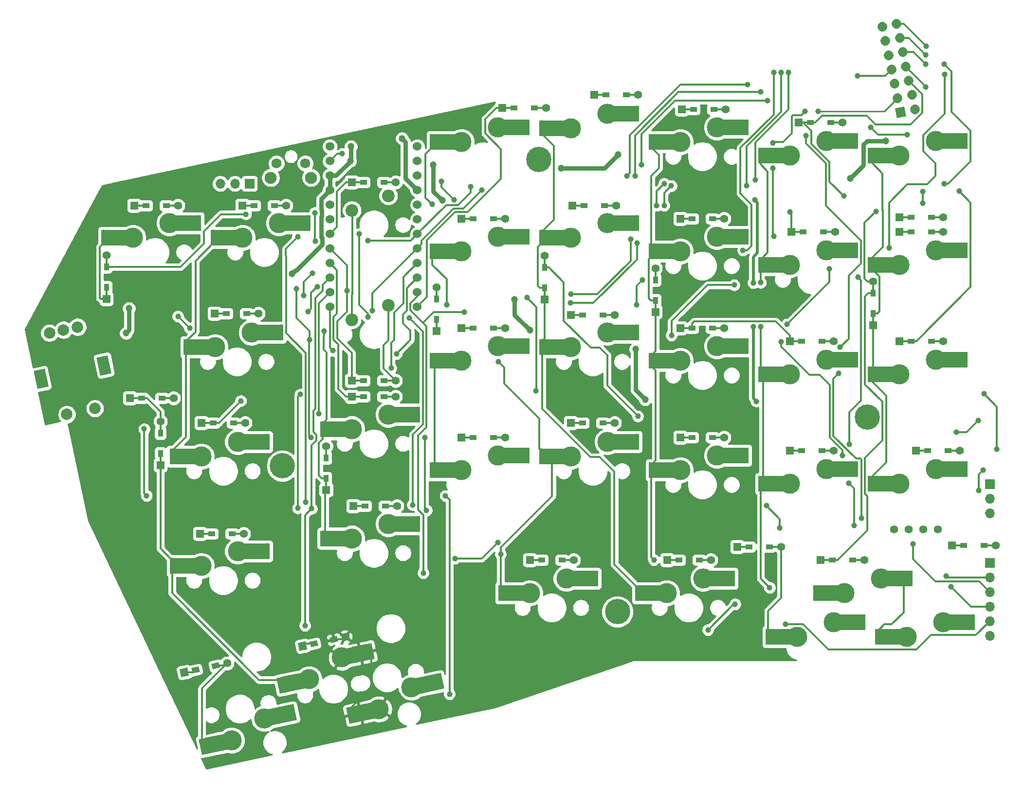
<source format=gbl>
G04 #@! TF.GenerationSoftware,KiCad,Pcbnew,(5.1.5-0-10_14)*
G04 #@! TF.CreationDate,2020-05-14T06:06:27+09:00*
G04 #@! TF.ProjectId,Colice,436f6c69-6365-42e6-9b69-6361645f7063,rev?*
G04 #@! TF.SameCoordinates,Original*
G04 #@! TF.FileFunction,Copper,L2,Bot*
G04 #@! TF.FilePolarity,Positive*
%FSLAX46Y46*%
G04 Gerber Fmt 4.6, Leading zero omitted, Abs format (unit mm)*
G04 Created by KiCad (PCBNEW (5.1.5-0-10_14)) date 2020-05-14 06:06:27*
%MOMM*%
%LPD*%
G04 APERTURE LIST*
%ADD10C,2.000000*%
%ADD11C,0.100000*%
%ADD12R,4.500000X2.800000*%
%ADD13C,0.800000*%
%ADD14R,2.550000X2.800000*%
%ADD15C,3.500000*%
%ADD16R,1.300000X0.950000*%
%ADD17R,1.397000X1.397000*%
%ADD18C,1.397000*%
%ADD19C,2.200000*%
%ADD20C,4.400000*%
%ADD21C,0.700000*%
%ADD22C,2.100000*%
%ADD23C,1.750000*%
%ADD24R,1.700000X1.700000*%
%ADD25O,1.700000X1.700000*%
%ADD26R,0.950000X1.300000*%
%ADD27C,1.700000*%
%ADD28C,1.524000*%
%ADD29C,1.000000*%
%ADD30C,1.200000*%
%ADD31C,0.300000*%
%ADD32C,0.500000*%
%ADD33C,0.800000*%
%ADD34C,0.250000*%
%ADD35C,0.254000*%
G04 APERTURE END LIST*
D10*
X31818151Y-89222914D03*
X29372782Y-89742693D03*
X26927413Y-90262472D03*
G04 #@! TA.AperFunction,ComponentPad*
D11*
G36*
X35098941Y-94557371D02*
G01*
X37055236Y-94141547D01*
X37720553Y-97271619D01*
X35764258Y-97687443D01*
X35098941Y-94557371D01*
G37*
G04 #@! TD.AperFunction*
G04 #@! TA.AperFunction,ComponentPad*
G36*
X24143687Y-96885981D02*
G01*
X26099982Y-96470157D01*
X26765299Y-99600229D01*
X24809004Y-100016053D01*
X24143687Y-96885981D01*
G37*
G04 #@! TD.AperFunction*
D10*
X34832871Y-103406054D03*
X29942133Y-104445612D03*
D12*
X65373250Y-90170400D03*
X52446250Y-92710400D03*
D13*
X67151250Y-91132400D03*
X50641250Y-93672400D03*
X67151250Y-89208400D03*
X50641250Y-91748400D03*
D14*
X65346250Y-90170400D03*
X52446250Y-92710400D03*
D15*
X55721250Y-92710400D03*
X62071250Y-90170400D03*
X171608750Y-133033080D03*
X165258750Y-135573080D03*
D14*
X161983750Y-135573080D03*
X174883750Y-133033080D03*
D13*
X160178750Y-134611080D03*
X176688750Y-132071080D03*
X160178750Y-136535080D03*
X176688750Y-133995080D03*
D12*
X161983750Y-135573080D03*
X174910750Y-133033080D03*
X165385750Y-113983000D03*
X152458750Y-116523000D03*
D13*
X167163750Y-114945000D03*
X150653750Y-117485000D03*
X167163750Y-113021000D03*
X150653750Y-115561000D03*
D14*
X165358750Y-113983000D03*
X152458750Y-116523000D03*
D15*
X155733750Y-116523000D03*
X162083750Y-113983000D03*
D12*
X143954500Y-133033080D03*
X131027500Y-135573080D03*
D13*
X145732500Y-133995080D03*
X129222500Y-136535080D03*
X145732500Y-132071080D03*
X129222500Y-134611080D03*
D14*
X143927500Y-133033080D03*
X131027500Y-135573080D03*
D15*
X134302500Y-135573080D03*
X140652500Y-133033080D03*
D16*
X111249000Y-51054000D03*
X107699000Y-51054000D03*
D17*
X105664000Y-51054000D03*
D18*
X113284000Y-51054000D03*
X168656000Y-129844800D03*
D17*
X161036000Y-129844800D03*
D16*
X163071000Y-129844800D03*
X166621000Y-129844800D03*
D12*
X165385750Y-75882840D03*
X152458750Y-78422840D03*
D13*
X167163750Y-76844840D03*
X150653750Y-79384840D03*
X167163750Y-74920840D03*
X150653750Y-77460840D03*
D14*
X165358750Y-75882840D03*
X152458750Y-78422840D03*
D15*
X155733750Y-78422840D03*
X162083750Y-75882840D03*
X85883750Y-123508040D03*
X79533750Y-126048040D03*
D14*
X76258750Y-126048040D03*
X89158750Y-123508040D03*
D13*
X74453750Y-125086040D03*
X90963750Y-122546040D03*
X74453750Y-127010040D03*
X90963750Y-124470040D03*
D12*
X76258750Y-126048040D03*
X89185750Y-123508040D03*
X62992000Y-128270560D03*
X50065000Y-130810560D03*
D13*
X64770000Y-129232560D03*
X48260000Y-131772560D03*
X64770000Y-127308560D03*
X48260000Y-129848560D03*
D14*
X62965000Y-128270560D03*
X50065000Y-130810560D03*
D15*
X53340000Y-130810560D03*
X59690000Y-128270560D03*
D19*
X79533750Y-68897800D03*
X85883750Y-66357800D03*
D15*
X77766932Y-146772634D03*
X72083790Y-150577369D03*
G04 #@! TA.AperFunction,SMDPad,CuDef*
D11*
G36*
X67924296Y-152892773D02*
G01*
X67342143Y-150153960D01*
X69836420Y-149623785D01*
X70418573Y-152362598D01*
X67924296Y-152892773D01*
G37*
G04 #@! TD.AperFunction*
G04 #@! TA.AperFunction,SMDPad,CuDef*
G36*
X80014303Y-147726218D02*
G01*
X79432150Y-144987405D01*
X81926427Y-144457230D01*
X82508580Y-147196043D01*
X80014303Y-147726218D01*
G37*
G04 #@! TD.AperFunction*
D13*
X66914789Y-150692582D03*
X82535910Y-144775465D03*
X67314811Y-152574538D03*
X82935932Y-146657421D03*
G04 #@! TA.AperFunction,Conductor*
D11*
G36*
X66970601Y-153095487D02*
G01*
X66388449Y-150356674D01*
X70790113Y-149421071D01*
X71372265Y-152159884D01*
X66970601Y-153095487D01*
G37*
G04 #@! TD.AperFunction*
G04 #@! TA.AperFunction,Conductor*
G36*
X79087019Y-147923318D02*
G01*
X78504867Y-145184505D01*
X82906531Y-144248902D01*
X83488683Y-146987715D01*
X79087019Y-147923318D01*
G37*
G04 #@! TD.AperFunction*
D15*
X84227180Y-155786448D03*
X89910322Y-151981713D03*
G04 #@! TA.AperFunction,SMDPad,CuDef*
D11*
G36*
X94069816Y-149666309D02*
G01*
X94651969Y-152405122D01*
X92157692Y-152935297D01*
X91575539Y-150196484D01*
X94069816Y-149666309D01*
G37*
G04 #@! TD.AperFunction*
G04 #@! TA.AperFunction,SMDPad,CuDef*
G36*
X81979809Y-154832864D02*
G01*
X82561962Y-157571677D01*
X80067685Y-158101852D01*
X79485532Y-155363039D01*
X81979809Y-154832864D01*
G37*
G04 #@! TD.AperFunction*
D13*
X95079323Y-151866500D03*
X79458202Y-157783617D03*
X94679301Y-149984544D03*
X79058180Y-155901661D03*
G04 #@! TA.AperFunction,Conductor*
D11*
G36*
X95023511Y-149463595D02*
G01*
X95605663Y-152202408D01*
X91203999Y-153138011D01*
X90621847Y-150399198D01*
X95023511Y-149463595D01*
G37*
G04 #@! TD.AperFunction*
G04 #@! TA.AperFunction,Conductor*
G36*
X82907093Y-154635764D02*
G01*
X83489245Y-157374577D01*
X79087581Y-158310180D01*
X78505429Y-155571367D01*
X82907093Y-154635764D01*
G37*
G04 #@! TD.AperFunction*
D15*
X58605826Y-161232434D03*
X64288968Y-157427699D03*
G04 #@! TA.AperFunction,SMDPad,CuDef*
D11*
G36*
X68448462Y-155112295D02*
G01*
X69030615Y-157851108D01*
X66536338Y-158381283D01*
X65954185Y-155642470D01*
X68448462Y-155112295D01*
G37*
G04 #@! TD.AperFunction*
G04 #@! TA.AperFunction,SMDPad,CuDef*
G36*
X56358455Y-160278850D02*
G01*
X56940608Y-163017663D01*
X54446331Y-163547838D01*
X53864178Y-160809025D01*
X56358455Y-160278850D01*
G37*
G04 #@! TD.AperFunction*
D13*
X69457969Y-157312486D03*
X53836848Y-163229603D03*
X69057947Y-155430530D03*
X53436826Y-161347647D03*
G04 #@! TA.AperFunction,Conductor*
D11*
G36*
X69402157Y-154909581D02*
G01*
X69984309Y-157648394D01*
X65582645Y-158583997D01*
X65000493Y-155845184D01*
X69402157Y-154909581D01*
G37*
G04 #@! TD.AperFunction*
G04 #@! TA.AperFunction,Conductor*
G36*
X57285739Y-160081750D02*
G01*
X57867891Y-162820563D01*
X53466227Y-163756166D01*
X52884075Y-161017353D01*
X57285739Y-160081750D01*
G37*
G04 #@! TD.AperFunction*
D20*
X112014000Y-60071000D03*
D21*
X113664000Y-60071000D03*
X113180726Y-61237726D03*
X112014000Y-61721000D03*
X110847274Y-61237726D03*
X110364000Y-60071000D03*
X110847274Y-58904274D03*
X112014000Y-58421000D03*
X113180726Y-58904274D03*
X68603726Y-112244274D03*
X67437000Y-111761000D03*
X66270274Y-112244274D03*
X65787000Y-113411000D03*
X66270274Y-114577726D03*
X67437000Y-115061000D03*
X68603726Y-114577726D03*
X69087000Y-113411000D03*
D20*
X67437000Y-113411000D03*
X125730000Y-138811000D03*
D21*
X127380000Y-138811000D03*
X126896726Y-139977726D03*
X125730000Y-140461000D03*
X124563274Y-139977726D03*
X124080000Y-138811000D03*
X124563274Y-137644274D03*
X125730000Y-137161000D03*
X126896726Y-137644274D03*
D20*
X169164000Y-104902000D03*
D21*
X170814000Y-104902000D03*
X170330726Y-106068726D03*
X169164000Y-106552000D03*
X167997274Y-106068726D03*
X167514000Y-104902000D03*
X167997274Y-103735274D03*
X169164000Y-103252000D03*
X170330726Y-103735274D03*
D22*
X72424800Y-63221400D03*
D23*
X71424800Y-60731400D03*
X66424800Y-60731400D03*
D22*
X65414800Y-63221400D03*
D24*
X190500000Y-130302000D03*
D25*
X190500000Y-132842000D03*
X190500000Y-135382000D03*
X190500000Y-137922000D03*
X190500000Y-140462000D03*
X190500000Y-143002000D03*
D18*
X191516000Y-127254000D03*
D17*
X183896000Y-127254000D03*
D16*
X185931000Y-127254000D03*
X189481000Y-127254000D03*
D26*
X132334000Y-81029000D03*
X132334000Y-84579000D03*
D17*
X132334000Y-86614000D03*
D18*
X132334000Y-78994000D03*
D16*
X142491000Y-51308000D03*
X138941000Y-51308000D03*
D17*
X136906000Y-51308000D03*
D18*
X144526000Y-51308000D03*
D16*
X142237000Y-70358000D03*
X138687000Y-70358000D03*
D17*
X136652000Y-70358000D03*
D18*
X144272000Y-70358000D03*
D16*
X142237000Y-89408000D03*
X138687000Y-89408000D03*
D17*
X136652000Y-89408000D03*
D18*
X144272000Y-89408000D03*
X144272000Y-108458000D03*
D17*
X136652000Y-108458000D03*
D16*
X138687000Y-108458000D03*
X142237000Y-108458000D03*
D18*
X154178000Y-127508000D03*
D17*
X146558000Y-127508000D03*
D16*
X148593000Y-127508000D03*
X152143000Y-127508000D03*
D26*
X75057000Y-112017000D03*
X75057000Y-115567000D03*
D17*
X75057000Y-117602000D03*
D18*
X75057000Y-109982000D03*
X87122000Y-64008000D03*
D17*
X79502000Y-64008000D03*
D16*
X81537000Y-64008000D03*
X85087000Y-64008000D03*
D18*
X87122000Y-98552000D03*
D17*
X79502000Y-98552000D03*
D16*
X81537000Y-98552000D03*
X85087000Y-98552000D03*
D18*
X87122000Y-101346000D03*
D17*
X79502000Y-101346000D03*
D16*
X81537000Y-101346000D03*
X85087000Y-101346000D03*
D18*
X87376000Y-120396000D03*
D17*
X79756000Y-120396000D03*
D16*
X81791000Y-120396000D03*
X85341000Y-120396000D03*
D26*
X36830000Y-78743000D03*
X36830000Y-82293000D03*
D17*
X36830000Y-84328000D03*
D18*
X36830000Y-76708000D03*
X49276000Y-68072000D03*
D17*
X41656000Y-68072000D03*
D16*
X43691000Y-68072000D03*
X47241000Y-68072000D03*
D18*
X106172000Y-89408000D03*
D17*
X98552000Y-89408000D03*
D16*
X100587000Y-89408000D03*
X104137000Y-89408000D03*
D18*
X106172000Y-108458000D03*
D17*
X98552000Y-108458000D03*
D16*
X100587000Y-108458000D03*
X104137000Y-108458000D03*
D18*
X57828742Y-147797856D03*
G04 #@! TA.AperFunction,ComponentPad*
D11*
G36*
X49837248Y-150210606D02*
G01*
X49546796Y-148844134D01*
X50913268Y-148553682D01*
X51203720Y-149920154D01*
X49837248Y-150210606D01*
G37*
G04 #@! TD.AperFunction*
G04 #@! TA.AperFunction,SMDPad,CuDef*
G36*
X51828750Y-149558806D02*
G01*
X51631234Y-148629565D01*
X52902826Y-148359280D01*
X53100342Y-149288521D01*
X51828750Y-149558806D01*
G37*
G04 #@! TD.AperFunction*
G04 #@! TA.AperFunction,SMDPad,CuDef*
G36*
X55301174Y-148820720D02*
G01*
X55103658Y-147891479D01*
X56375250Y-147621194D01*
X56572766Y-148550435D01*
X55301174Y-148820720D01*
G37*
G04 #@! TD.AperFunction*
D26*
X94234000Y-84331000D03*
X94234000Y-87881000D03*
D17*
X94234000Y-89916000D03*
D18*
X94234000Y-82296000D03*
D16*
X104137000Y-70358000D03*
X100587000Y-70358000D03*
D17*
X98552000Y-70358000D03*
D18*
X106172000Y-70358000D03*
D16*
X123187000Y-105918000D03*
X119637000Y-105918000D03*
D17*
X117602000Y-105918000D03*
D18*
X125222000Y-105918000D03*
D16*
X116075000Y-129794000D03*
X112525000Y-129794000D03*
D17*
X110490000Y-129794000D03*
D18*
X118110000Y-129794000D03*
D26*
X113030000Y-78870000D03*
X113030000Y-82420000D03*
D17*
X113030000Y-84455000D03*
D18*
X113030000Y-76835000D03*
D16*
X127251000Y-48768000D03*
X123701000Y-48768000D03*
D17*
X121666000Y-48768000D03*
D18*
X129286000Y-48768000D03*
D16*
X123441000Y-68072000D03*
X119891000Y-68072000D03*
D17*
X117856000Y-68072000D03*
D18*
X125476000Y-68072000D03*
D16*
X123187000Y-87122000D03*
X119637000Y-87122000D03*
D17*
X117602000Y-87122000D03*
D18*
X125222000Y-87122000D03*
D16*
X139951000Y-129794000D03*
X136401000Y-129794000D03*
D17*
X134366000Y-129794000D03*
D18*
X141986000Y-129794000D03*
X170180000Y-81280000D03*
D17*
X170180000Y-88900000D03*
D26*
X170180000Y-86865000D03*
X170180000Y-83315000D03*
D16*
X180337000Y-70104000D03*
X176787000Y-70104000D03*
D17*
X174752000Y-70104000D03*
D18*
X182372000Y-70104000D03*
D16*
X180337000Y-72644000D03*
X176787000Y-72644000D03*
D17*
X174752000Y-72644000D03*
D18*
X182372000Y-72644000D03*
D16*
X180337000Y-91694000D03*
X176787000Y-91694000D03*
D17*
X174752000Y-91694000D03*
D18*
X182372000Y-91694000D03*
D16*
X183258000Y-110744000D03*
X179708000Y-110744000D03*
D17*
X177673000Y-110744000D03*
D18*
X185293000Y-110744000D03*
X48514000Y-101600000D03*
D17*
X40894000Y-101600000D03*
D16*
X42929000Y-101600000D03*
X46479000Y-101600000D03*
D26*
X46228000Y-107699000D03*
X46228000Y-111249000D03*
D17*
X46228000Y-113284000D03*
D18*
X46228000Y-105664000D03*
X68072000Y-68072000D03*
D17*
X60452000Y-68072000D03*
D16*
X62487000Y-68072000D03*
X66037000Y-68072000D03*
D18*
X63246000Y-86868000D03*
D17*
X55626000Y-86868000D03*
D16*
X57661000Y-86868000D03*
X61211000Y-86868000D03*
D18*
X60960000Y-105918000D03*
D17*
X53340000Y-105918000D03*
D16*
X55375000Y-105918000D03*
X58925000Y-105918000D03*
D18*
X60706000Y-125222000D03*
D17*
X53086000Y-125222000D03*
D16*
X55121000Y-125222000D03*
X58671000Y-125222000D03*
D18*
X78402742Y-143225856D03*
G04 #@! TA.AperFunction,ComponentPad*
D11*
G36*
X70411248Y-145638606D02*
G01*
X70120796Y-144272134D01*
X71487268Y-143981682D01*
X71777720Y-145348154D01*
X70411248Y-145638606D01*
G37*
G04 #@! TD.AperFunction*
G04 #@! TA.AperFunction,SMDPad,CuDef*
G36*
X72402750Y-144986806D02*
G01*
X72205234Y-144057565D01*
X73476826Y-143787280D01*
X73674342Y-144716521D01*
X72402750Y-144986806D01*
G37*
G04 #@! TD.AperFunction*
G04 #@! TA.AperFunction,SMDPad,CuDef*
G36*
X75875174Y-144248720D02*
G01*
X75677658Y-143319479D01*
X76949250Y-143049194D01*
X77146766Y-143978435D01*
X75875174Y-144248720D01*
G37*
G04 #@! TD.AperFunction*
D18*
X164846000Y-53594000D03*
D17*
X157226000Y-53594000D03*
D16*
X159261000Y-53594000D03*
X162811000Y-53594000D03*
D18*
X163576000Y-72644000D03*
D17*
X155956000Y-72644000D03*
D16*
X157991000Y-72644000D03*
X161541000Y-72644000D03*
D18*
X163322000Y-91694000D03*
D17*
X155702000Y-91694000D03*
D16*
X157737000Y-91694000D03*
X161287000Y-91694000D03*
D18*
X163322000Y-110744000D03*
D17*
X155702000Y-110744000D03*
D16*
X157737000Y-110744000D03*
X161287000Y-110744000D03*
D15*
X143033750Y-54451500D03*
X136683750Y-56991500D03*
D14*
X133408750Y-56991500D03*
X146308750Y-54451500D03*
D13*
X131603750Y-56029500D03*
X148113750Y-53489500D03*
X131603750Y-57953500D03*
X148113750Y-55413500D03*
D12*
X133408750Y-56991500D03*
X146335750Y-54451500D03*
D15*
X143033750Y-73501580D03*
X136683750Y-76041580D03*
D14*
X133408750Y-76041580D03*
X146308750Y-73501580D03*
D13*
X131603750Y-75079580D03*
X148113750Y-72539580D03*
X131603750Y-77003580D03*
X148113750Y-74463580D03*
D12*
X133408750Y-76041580D03*
X146335750Y-73501580D03*
D15*
X143033750Y-92551660D03*
X136683750Y-95091660D03*
D14*
X133408750Y-95091660D03*
X146308750Y-92551660D03*
D13*
X131603750Y-94129660D03*
X148113750Y-91589660D03*
X131603750Y-96053660D03*
X148113750Y-93513660D03*
D12*
X133408750Y-95091660D03*
X146335750Y-92551660D03*
D15*
X143033750Y-111601740D03*
X136683750Y-114141740D03*
D14*
X133408750Y-114141740D03*
X146308750Y-111601740D03*
D13*
X131603750Y-113179740D03*
X148113750Y-110639740D03*
X131603750Y-115103740D03*
X148113750Y-112563740D03*
D12*
X133408750Y-114141740D03*
X146335750Y-111601740D03*
D15*
X85883750Y-104457960D03*
X79533750Y-106997960D03*
D14*
X76258750Y-106997960D03*
X89158750Y-104457960D03*
D13*
X74453750Y-106035960D03*
X90963750Y-103495960D03*
X74453750Y-107959960D03*
X90963750Y-105419960D03*
D12*
X76258750Y-106997960D03*
X89185750Y-104457960D03*
D15*
X47783750Y-71120320D03*
X41433750Y-73660320D03*
D14*
X38158750Y-73660320D03*
X51058750Y-71120320D03*
D13*
X36353750Y-72698320D03*
X52863750Y-70158320D03*
X36353750Y-74622320D03*
X52863750Y-72082320D03*
D12*
X38158750Y-73660320D03*
X51085750Y-71120320D03*
D15*
X104933750Y-92551660D03*
X98583750Y-95091660D03*
D14*
X95308750Y-95091660D03*
X108208750Y-92551660D03*
D13*
X93503750Y-94129660D03*
X110013750Y-91589660D03*
X93503750Y-96053660D03*
X110013750Y-93513660D03*
D12*
X95308750Y-95091660D03*
X108235750Y-92551660D03*
D15*
X104933750Y-111601740D03*
X98583750Y-114141740D03*
D14*
X95308750Y-114141740D03*
X108208750Y-111601740D03*
D13*
X93503750Y-113179740D03*
X110013750Y-110639740D03*
X93503750Y-115103740D03*
X110013750Y-112563740D03*
D12*
X95308750Y-114141740D03*
X108235750Y-111601740D03*
D15*
X104933750Y-54451500D03*
X98583750Y-56991500D03*
D14*
X95308750Y-56991500D03*
X108208750Y-54451500D03*
D13*
X93503750Y-56029500D03*
X110013750Y-53489500D03*
X93503750Y-57953500D03*
X110013750Y-55413500D03*
D12*
X95308750Y-56991500D03*
X108235750Y-54451500D03*
X108235750Y-73501580D03*
X95308750Y-76041580D03*
D13*
X110013750Y-74463580D03*
X93503750Y-77003580D03*
X110013750Y-72539580D03*
X93503750Y-75079580D03*
D14*
X108208750Y-73501580D03*
X95308750Y-76041580D03*
D15*
X98583750Y-76041580D03*
X104933750Y-73501580D03*
D12*
X127285750Y-109220480D03*
X114358750Y-111760480D03*
D13*
X129063750Y-110182480D03*
X112553750Y-112722480D03*
X129063750Y-108258480D03*
X112553750Y-110798480D03*
D14*
X127258750Y-109220480D03*
X114358750Y-111760480D03*
D15*
X117633750Y-111760480D03*
X123983750Y-109220480D03*
D12*
X120142000Y-133033080D03*
X107215000Y-135573080D03*
D13*
X121920000Y-133995080D03*
X105410000Y-136535080D03*
X121920000Y-132071080D03*
X105410000Y-134611080D03*
D14*
X120115000Y-133033080D03*
X107215000Y-135573080D03*
D15*
X110490000Y-135573080D03*
X116840000Y-133033080D03*
D12*
X127285750Y-52070240D03*
X114358750Y-54610240D03*
D13*
X129063750Y-53032240D03*
X112553750Y-55572240D03*
X129063750Y-51108240D03*
X112553750Y-53648240D03*
D14*
X127258750Y-52070240D03*
X114358750Y-54610240D03*
D15*
X117633750Y-54610240D03*
X123983750Y-52070240D03*
D12*
X127285750Y-71120320D03*
X114358750Y-73660320D03*
D13*
X129063750Y-72082320D03*
X112553750Y-74622320D03*
X129063750Y-70158320D03*
X112553750Y-72698320D03*
D14*
X127258750Y-71120320D03*
X114358750Y-73660320D03*
D15*
X117633750Y-73660320D03*
X123983750Y-71120320D03*
D12*
X127285750Y-90170400D03*
X114358750Y-92710400D03*
D13*
X129063750Y-91132400D03*
X112553750Y-93672400D03*
X129063750Y-89208400D03*
X112553750Y-91748400D03*
D14*
X127258750Y-90170400D03*
X114358750Y-92710400D03*
D15*
X117633750Y-92710400D03*
X123983750Y-90170400D03*
D12*
X184435750Y-56832760D03*
X171508750Y-59372760D03*
D13*
X186213750Y-57794760D03*
X169703750Y-60334760D03*
X186213750Y-55870760D03*
X169703750Y-58410760D03*
D14*
X184408750Y-56832760D03*
X171508750Y-59372760D03*
D15*
X174783750Y-59372760D03*
X181133750Y-56832760D03*
D12*
X184435750Y-75882840D03*
X171508750Y-78422840D03*
D13*
X186213750Y-76844840D03*
X169703750Y-79384840D03*
X186213750Y-74920840D03*
X169703750Y-77460840D03*
D14*
X184408750Y-75882840D03*
X171508750Y-78422840D03*
D15*
X174783750Y-78422840D03*
X181133750Y-75882840D03*
D12*
X184435750Y-94932920D03*
X171508750Y-97472920D03*
D13*
X186213750Y-95894920D03*
X169703750Y-98434920D03*
X186213750Y-93970920D03*
X169703750Y-96510920D03*
D14*
X184408750Y-94932920D03*
X171508750Y-97472920D03*
D15*
X174783750Y-97472920D03*
X181133750Y-94932920D03*
D12*
X184435750Y-113983000D03*
X171508750Y-116523000D03*
D13*
X186213750Y-114945000D03*
X169703750Y-117485000D03*
X186213750Y-113021000D03*
X169703750Y-115561000D03*
D14*
X184408750Y-113983000D03*
X171508750Y-116523000D03*
D15*
X174783750Y-116523000D03*
X181133750Y-113983000D03*
D12*
X70135750Y-71120320D03*
X57208750Y-73660320D03*
D13*
X71913750Y-72082320D03*
X55403750Y-74622320D03*
X71913750Y-70158320D03*
X55403750Y-72698320D03*
D14*
X70108750Y-71120320D03*
X57208750Y-73660320D03*
D15*
X60483750Y-73660320D03*
X66833750Y-71120320D03*
X59690000Y-109220480D03*
X53340000Y-111760480D03*
D14*
X50065000Y-111760480D03*
X62965000Y-109220480D03*
D13*
X48260000Y-110798480D03*
X64770000Y-108258480D03*
X48260000Y-112722480D03*
X64770000Y-110182480D03*
D12*
X50065000Y-111760480D03*
X62992000Y-109220480D03*
X165385750Y-56832760D03*
X152458750Y-59372760D03*
D13*
X167163750Y-57794760D03*
X150653750Y-60334760D03*
X167163750Y-55870760D03*
X150653750Y-58410760D03*
D14*
X165358750Y-56832760D03*
X152458750Y-59372760D03*
D15*
X155733750Y-59372760D03*
X162083750Y-56832760D03*
D12*
X165385750Y-94932920D03*
X152458750Y-97472920D03*
D13*
X167163750Y-95894920D03*
X150653750Y-98434920D03*
X167163750Y-93970920D03*
X150653750Y-96510920D03*
D14*
X165358750Y-94932920D03*
X152458750Y-97472920D03*
D15*
X155733750Y-97472920D03*
X162083750Y-94932920D03*
D12*
X172751750Y-143193080D03*
X185678750Y-140653080D03*
D13*
X170973750Y-142231080D03*
X187483750Y-139691080D03*
X170973750Y-144155080D03*
X187483750Y-141615080D03*
D14*
X172778750Y-143193080D03*
X185678750Y-140653080D03*
D15*
X182403750Y-140653080D03*
X176053750Y-143193080D03*
G04 #@! TA.AperFunction,ComponentPad*
D11*
G36*
X174352033Y-52834176D02*
G01*
X173998584Y-51171325D01*
X175661435Y-50817876D01*
X176014884Y-52480727D01*
X174352033Y-52834176D01*
G37*
G04 #@! TD.AperFunction*
D27*
X177491229Y-51297930D02*
X177491229Y-51297930D01*
X174478638Y-49341531D02*
X174478638Y-49341531D01*
X176963133Y-48813435D02*
X176963133Y-48813435D01*
X173950543Y-46857036D02*
X173950543Y-46857036D01*
X176435038Y-46328940D02*
X176435038Y-46328940D01*
X173422447Y-44372541D02*
X173422447Y-44372541D01*
X175906942Y-43844446D02*
X175906942Y-43844446D01*
X172894351Y-41888046D02*
X172894351Y-41888046D01*
X175378846Y-41359951D02*
X175378846Y-41359951D01*
X172366256Y-39403551D02*
X172366256Y-39403551D01*
X174850750Y-38875456D02*
X174850750Y-38875456D01*
X171838160Y-36919057D02*
X171838160Y-36919057D01*
X174322655Y-36390961D02*
X174322655Y-36390961D01*
D19*
X79533750Y-87947880D03*
X85883750Y-85407880D03*
D24*
X61722000Y-64262000D03*
D25*
X59182000Y-64262000D03*
X56642000Y-64262000D03*
X190500000Y-121666000D03*
X190500000Y-119126000D03*
D24*
X190500000Y-116586000D03*
D28*
X90920600Y-57785000D03*
X90920600Y-60325000D03*
X90920600Y-62865000D03*
X90920600Y-65405000D03*
X90920600Y-67945000D03*
X90920600Y-70485000D03*
X90920600Y-73025000D03*
X90920600Y-75565000D03*
X90920600Y-78105000D03*
X90920600Y-80645000D03*
X90920600Y-83185000D03*
X90920600Y-85725000D03*
X75700600Y-85725000D03*
X75700600Y-83185000D03*
X75700600Y-80645000D03*
X75700600Y-78105000D03*
X75700600Y-75565000D03*
X75700600Y-73025000D03*
X75700600Y-70485000D03*
X75700600Y-67945000D03*
X75700600Y-65405000D03*
X75700600Y-62865000D03*
X75700600Y-60325000D03*
X75700600Y-57785000D03*
D12*
X153701750Y-143193080D03*
X166628750Y-140653080D03*
D13*
X151923750Y-142231080D03*
X168433750Y-139691080D03*
X151923750Y-144155080D03*
X168433750Y-141615080D03*
D14*
X153728750Y-143193080D03*
X166628750Y-140653080D03*
D15*
X163353750Y-140653080D03*
X157003750Y-143193080D03*
D18*
X173863000Y-124460000D03*
X176403000Y-124460000D03*
X178943000Y-124460000D03*
X181483000Y-124460000D03*
D29*
X69850000Y-82550000D03*
X72136000Y-91439996D03*
X165095776Y-66406682D03*
X72451010Y-108489185D03*
X127387214Y-62926012D03*
X148336000Y-46990000D03*
X100157441Y-64771022D03*
X73093410Y-69347198D03*
X82296000Y-74168000D03*
X73171431Y-74267955D03*
X128801507Y-62926010D03*
X150622000Y-48284008D03*
X102163844Y-65371033D03*
X83135071Y-86363553D03*
X167513000Y-45466000D03*
X60223400Y-102082600D03*
X132557989Y-68071029D03*
X117602324Y-83536064D03*
X128016000Y-73914000D03*
X86360000Y-96393000D03*
X155508022Y-44931979D03*
X133858000Y-64262000D03*
X149733000Y-63627000D03*
X133858000Y-68072000D03*
X117588242Y-85023495D03*
X129112310Y-74612667D03*
X70140895Y-120769415D03*
X70550990Y-100975359D03*
X87310010Y-93896436D03*
X154208011Y-44931979D03*
X135102269Y-64638599D03*
X148209000Y-64577010D03*
X91948000Y-132080000D03*
X99059980Y-86614000D03*
X147562641Y-75883841D03*
X129032000Y-85344000D03*
X130048000Y-81026000D03*
X152908000Y-44931979D03*
X61087019Y-69570502D03*
X179391241Y-47430759D03*
X178816000Y-67691000D03*
X178816000Y-65663988D03*
X155705503Y-69209499D03*
X179324000Y-43434000D03*
X185166000Y-65532004D03*
X78678990Y-82905447D03*
X172974000Y-75438000D03*
X167603241Y-80554759D03*
X182626000Y-45211992D03*
X179358376Y-41875625D03*
X129286000Y-104769499D03*
X166097898Y-109636379D03*
X71374000Y-141224000D03*
X170688000Y-69088000D03*
X179421887Y-40288113D03*
X182596888Y-43463112D03*
X72524549Y-120874589D03*
X182551425Y-64260948D03*
X189484000Y-100838000D03*
X191751619Y-110492452D03*
X151883266Y-49784002D03*
X77851000Y-59055002D03*
X129921000Y-60960000D03*
X188595000Y-117729000D03*
X188468000Y-105537000D03*
X109982000Y-84074000D03*
X111506000Y-100330000D03*
X97282000Y-67056000D03*
X184657998Y-107569000D03*
X189360309Y-114130893D03*
X95123000Y-63881002D03*
X149352000Y-89209509D03*
X149352000Y-81534000D03*
X149606000Y-67056000D03*
X149886611Y-102173990D03*
D30*
X88265000Y-56388000D03*
D29*
X150653750Y-81502250D03*
X150653750Y-89209509D03*
X152211990Y-134620004D03*
X141478000Y-141986000D03*
X146213758Y-137504240D03*
X43408600Y-106984800D03*
X43815000Y-118618000D03*
X71947990Y-86531371D03*
X73510559Y-82191441D03*
X72680446Y-79818432D03*
X71148944Y-83761011D03*
X92202000Y-108458000D03*
X73787000Y-104292402D03*
X92524093Y-121156704D03*
X132080000Y-129794004D03*
X182880000Y-132588000D03*
X97470010Y-129540000D03*
X74750590Y-89916000D03*
X104902000Y-126746000D03*
X51308000Y-89408000D03*
X49276000Y-87376000D03*
X96520000Y-153161996D03*
X177165000Y-126999998D03*
X151635645Y-120369979D03*
X153997452Y-124209472D03*
X95799930Y-118626869D03*
X105410000Y-128778000D03*
X96012000Y-85344000D03*
X183793981Y-134508190D03*
X93472000Y-67818000D03*
X105029000Y-95250000D03*
X154940000Y-140969988D03*
X80772000Y-73025000D03*
X82296000Y-87503000D03*
X89535000Y-87630000D03*
X90109592Y-120206694D03*
X158369000Y-51689000D03*
X152781000Y-57172758D03*
X152781000Y-61572762D03*
X152908000Y-73406000D03*
X162560000Y-79121000D03*
X155194000Y-88773000D03*
X154178000Y-91821000D03*
X164846000Y-111633000D03*
X165989000Y-116459000D03*
X166878000Y-123825000D03*
X76200000Y-93345000D03*
X146050000Y-81915000D03*
X135128000Y-90678000D03*
X176149000Y-55753000D03*
X169799000Y-54483000D03*
D30*
X79375000Y-57785000D03*
X79247996Y-60325000D03*
X107823000Y-84455000D03*
X110490000Y-89789000D03*
X128905000Y-93091000D03*
X40767000Y-85979000D03*
X40259000Y-90297000D03*
X95250000Y-67189022D03*
X93679136Y-60953522D03*
X130556000Y-101854000D03*
X69123261Y-79939979D03*
X115951000Y-61595000D03*
X125857000Y-59182000D03*
X166243000Y-63373000D03*
X172427717Y-56803010D03*
D29*
X70104000Y-73533000D03*
X71501000Y-119700511D03*
X158496000Y-55880000D03*
X164465000Y-92732918D03*
X164211000Y-97282000D03*
X168147994Y-122555000D03*
X160655000Y-51689000D03*
D31*
X174752000Y-70104000D02*
X176787000Y-70104000D01*
X121666000Y-48768000D02*
X123701000Y-48768000D01*
X136906000Y-51308000D02*
X138941000Y-51308000D01*
X157226000Y-53594000D02*
X159261000Y-53594000D01*
X75057000Y-112144000D02*
X75057000Y-110109000D01*
X43691000Y-68072000D02*
X41656000Y-68072000D01*
X105664000Y-51054000D02*
X107699000Y-51054000D01*
X69850000Y-82550000D02*
X69850000Y-87629998D01*
X69850000Y-87629998D02*
X72136000Y-89915998D01*
X72136000Y-89915998D02*
X72136000Y-91439996D01*
X90920600Y-85725000D02*
X92608749Y-84036851D01*
X105474876Y-63466003D02*
X105474876Y-58248628D01*
X99731380Y-69209499D02*
X105474876Y-63466003D01*
X97493499Y-69209499D02*
X99731380Y-69209499D01*
X92608749Y-74094249D02*
X97493499Y-69209499D01*
X102733749Y-52985751D02*
X104665500Y-51054000D01*
X104665500Y-51054000D02*
X105664000Y-51054000D01*
X105474876Y-58248628D02*
X102733749Y-55507501D01*
X92608749Y-84036851D02*
X92608749Y-74094249D01*
X102733749Y-55507501D02*
X102733749Y-52985751D01*
X72101011Y-91474989D02*
X72101011Y-108139186D01*
X72101011Y-108139186D02*
X72451010Y-108489185D01*
X72136000Y-91440000D02*
X72101011Y-91474989D01*
X162587662Y-63898568D02*
X165095776Y-66406682D01*
X159446001Y-55049001D02*
X159446001Y-57349495D01*
X162587662Y-60491155D02*
X162587662Y-63898568D01*
X159446001Y-57349495D02*
X162587662Y-60491155D01*
X157991000Y-53594000D02*
X159446001Y-55049001D01*
X161365001Y-52385001D02*
X169107005Y-52385001D01*
X169107005Y-52385001D02*
X170682291Y-53960287D01*
X178791230Y-48685132D02*
X176435038Y-46328940D01*
X178791230Y-51921931D02*
X178791230Y-48685132D01*
X170682291Y-53960287D02*
X176752874Y-53960287D01*
X160156002Y-53594000D02*
X161365001Y-52385001D01*
X159258000Y-53594000D02*
X160156002Y-53594000D01*
X176752874Y-53960287D02*
X178791230Y-51921931D01*
X62487000Y-68072000D02*
X60452000Y-68072000D01*
X127387214Y-62926012D02*
X127887213Y-62426013D01*
X127887213Y-55809681D02*
X136706894Y-46990000D01*
X127887213Y-62426013D02*
X127887213Y-55809681D01*
X136706894Y-46990000D02*
X148336000Y-46990000D01*
X100157441Y-65830038D02*
X100157441Y-64771022D01*
X95936123Y-68009477D02*
X97978002Y-68009477D01*
X97978002Y-68009477D02*
X100157441Y-65830038D01*
X90920600Y-73025000D02*
X95936123Y-68009477D01*
X89777600Y-74168000D02*
X82296000Y-74168000D01*
X90920600Y-73025000D02*
X89777600Y-74168000D01*
X73093410Y-69347198D02*
X73093410Y-74189934D01*
X73093410Y-74189934D02*
X73171431Y-74267955D01*
X55626000Y-86868000D02*
X57661000Y-86868000D01*
X98925389Y-68609488D02*
X102163844Y-65371033D01*
X91682599Y-74803001D02*
X91682599Y-74171856D01*
X97244967Y-68609488D02*
X98925389Y-68609488D01*
X91682599Y-74171856D02*
X97244967Y-68609488D01*
X90920600Y-75565000D02*
X91682599Y-74803001D01*
X136373998Y-48284008D02*
X150622000Y-48284008D01*
X128801507Y-55856499D02*
X136373998Y-48284008D01*
X128801507Y-62926010D02*
X128801507Y-55856499D01*
X83135071Y-83350529D02*
X83135071Y-86363553D01*
X90920600Y-75565000D02*
X83135071Y-83350529D01*
X172328988Y-45466000D02*
X167513000Y-45466000D01*
X173422447Y-44372541D02*
X172328988Y-45466000D01*
X53340000Y-105918000D02*
X55375000Y-105918000D01*
X56388000Y-105918000D02*
X60223400Y-102082600D01*
X55375000Y-105918000D02*
X56388000Y-105918000D01*
X128016000Y-77724000D02*
X128016000Y-73914000D01*
X117602324Y-83536064D02*
X122203936Y-83536064D01*
X122203936Y-83536064D02*
X128016000Y-77724000D01*
X86360000Y-91946175D02*
X86360000Y-96393000D01*
X88508577Y-85077055D02*
X86868000Y-86717632D01*
X86868000Y-91438175D02*
X86360000Y-91946175D01*
X90920600Y-78105000D02*
X88508577Y-80517023D01*
X88508577Y-80517023D02*
X88508577Y-85077055D01*
X86868000Y-86717632D02*
X86868000Y-91438175D01*
X132557989Y-68071029D02*
X132557989Y-65562011D01*
X132557989Y-65562011D02*
X133858000Y-64262000D01*
X149733000Y-57109542D02*
X149733000Y-63627000D01*
X155508022Y-44931979D02*
X155508022Y-51334520D01*
X155508022Y-51334520D02*
X149733000Y-57109542D01*
X53086000Y-125222000D02*
X55121000Y-125222000D01*
X129112310Y-77476233D02*
X129112310Y-74612667D01*
X117588242Y-85023495D02*
X121565048Y-85023495D01*
X121565048Y-85023495D02*
X129112310Y-77476233D01*
X70140895Y-101385454D02*
X70550990Y-100975359D01*
X70140895Y-120769415D02*
X70140895Y-101385454D01*
X89108588Y-82457012D02*
X89108588Y-86396410D01*
X88457999Y-87046999D02*
X88457999Y-88598127D01*
X90920600Y-80645000D02*
X89108588Y-82457012D01*
X89108588Y-86396410D02*
X88457999Y-87046999D01*
X88457999Y-88598127D02*
X89723751Y-89863879D01*
X89723751Y-89863879D02*
X89723751Y-91482695D01*
X89723751Y-91482695D02*
X87310010Y-93896436D01*
X133858000Y-65882868D02*
X135102269Y-64638599D01*
X133858000Y-68072000D02*
X133858000Y-65882868D01*
X148209000Y-57785000D02*
X148209000Y-64577010D01*
X154208011Y-44931979D02*
X154208011Y-51785989D01*
X154208011Y-51785989D02*
X148209000Y-57785000D01*
X71372359Y-144387043D02*
X70949258Y-144810144D01*
X72939788Y-144387043D02*
X71372359Y-144387043D01*
X132334000Y-78994000D02*
X132334000Y-81029000D01*
X89708599Y-85143239D02*
X89708599Y-86306761D01*
X90920600Y-83931238D02*
X89708599Y-85143239D01*
X90920600Y-83185000D02*
X90920600Y-83931238D01*
X89708599Y-86306761D02*
X91870919Y-88469081D01*
X91870919Y-88469081D02*
X93726000Y-86614000D01*
X93726000Y-86614000D02*
X99059980Y-86614000D01*
X129032000Y-82042000D02*
X129032000Y-85344000D01*
X130048000Y-81026000D02*
X129032000Y-82042000D01*
X91083212Y-108139331D02*
X91083212Y-121109746D01*
X92485762Y-89083924D02*
X92485762Y-106736781D01*
X92485762Y-106736781D02*
X91083212Y-108139331D01*
X91083212Y-121109746D02*
X91948000Y-121974534D01*
X91870919Y-88469081D02*
X92485762Y-89083924D01*
X91948000Y-121974534D02*
X91948000Y-132080000D01*
X147131998Y-58013460D02*
X152908000Y-52237458D01*
X149064599Y-67920601D02*
X147131998Y-65988000D01*
X147562641Y-75883841D02*
X148269747Y-75883841D01*
X147131998Y-65988000D02*
X147131998Y-58013460D01*
X148269747Y-75883841D02*
X149064599Y-75088989D01*
X152908000Y-52237458D02*
X152908000Y-44931979D01*
X149064599Y-75088989D02*
X149064599Y-67920601D01*
X98552000Y-70358000D02*
X100587000Y-70358000D01*
X117856000Y-68072000D02*
X119891000Y-68072000D01*
X136652000Y-70358000D02*
X138687000Y-70358000D01*
X155956000Y-72644000D02*
X157991000Y-72644000D01*
X176787000Y-72644000D02*
X174752000Y-72644000D01*
X81537000Y-64008000D02*
X79502000Y-64008000D01*
X36830000Y-76708000D02*
X36830000Y-78743000D01*
X76912601Y-71812999D02*
X75700600Y-73025000D01*
X76912601Y-65598899D02*
X76912601Y-71812999D01*
X78503500Y-64008000D02*
X76912601Y-65598899D01*
X79502000Y-64008000D02*
X78503500Y-64008000D01*
X53785751Y-74699321D02*
X53785751Y-72571471D01*
X56786720Y-69570502D02*
X61087019Y-69570502D01*
X53785751Y-72571471D02*
X56786720Y-69570502D01*
X49742072Y-78743000D02*
X53785751Y-74699321D01*
X36830000Y-78743000D02*
X49742072Y-78743000D01*
X179391241Y-47328745D02*
X179391241Y-47430759D01*
X175906942Y-43844446D02*
X179391241Y-47328745D01*
X178816000Y-65663988D02*
X178816000Y-67691000D01*
X155956000Y-69459996D02*
X155705503Y-69209499D01*
X155956000Y-72644000D02*
X155956000Y-69459996D01*
X85087000Y-64008000D02*
X87122000Y-64008000D01*
X85087000Y-101346000D02*
X87122000Y-101346000D01*
X85883750Y-104457960D02*
X89185750Y-104457960D01*
X85341000Y-120396000D02*
X87376000Y-120396000D01*
X85883750Y-123508040D02*
X89185750Y-123508040D01*
X176787000Y-91694000D02*
X174752000Y-91694000D01*
X157737000Y-91694000D02*
X155702000Y-91694000D01*
X138687000Y-89408000D02*
X136652000Y-89408000D01*
X119637000Y-87122000D02*
X117602000Y-87122000D01*
X100587000Y-89408000D02*
X98552000Y-89408000D01*
X81534000Y-98552000D02*
X79499000Y-98552000D01*
X94234000Y-84331000D02*
X94234000Y-82296000D01*
X153265999Y-88259499D02*
X139060501Y-88259499D01*
X155702000Y-90695500D02*
X153265999Y-88259499D01*
X155702000Y-91694000D02*
X155702000Y-90695500D01*
X138687000Y-88633000D02*
X138687000Y-89408000D01*
X139060501Y-88259499D02*
X138687000Y-88633000D01*
X175378846Y-41359951D02*
X177249951Y-41359951D01*
X177249951Y-41359951D02*
X179324000Y-43434000D01*
X177737000Y-91694000D02*
X187189995Y-82241005D01*
X187189995Y-67555999D02*
X185166000Y-65532004D01*
X176787000Y-91694000D02*
X177737000Y-91694000D01*
X187189995Y-82241005D02*
X187189995Y-67555999D01*
X78678990Y-78543390D02*
X78678990Y-82905447D01*
X79502000Y-98552000D02*
X79502000Y-93757453D01*
X75700600Y-75565000D02*
X78678990Y-78543390D01*
X76963749Y-88223879D02*
X78678990Y-86508638D01*
X76963749Y-91219202D02*
X76963749Y-88223879D01*
X78678990Y-86508638D02*
X78678990Y-82905447D01*
X79502000Y-93757453D02*
X76963749Y-91219202D01*
X49276000Y-68072000D02*
X47241000Y-68072000D01*
X47783750Y-71120320D02*
X51085750Y-71120320D01*
X57405641Y-148220957D02*
X57828742Y-147797856D01*
X55838212Y-148220957D02*
X57405641Y-148220957D01*
X57919302Y-161918958D02*
X58605826Y-161232434D01*
X55375983Y-161918958D02*
X57919302Y-161918958D01*
X53436826Y-152189772D02*
X53436826Y-161347647D01*
X57828742Y-147797856D02*
X53436826Y-152189772D01*
X98552000Y-108458000D02*
X100587000Y-108458000D01*
X117602000Y-105918000D02*
X119637000Y-105918000D01*
X136652000Y-108458000D02*
X138687000Y-108458000D01*
X155702000Y-110744000D02*
X157737000Y-110744000D01*
X177800000Y-110744000D02*
X179835000Y-110744000D01*
X79502000Y-101346000D02*
X81537000Y-101346000D01*
X113030000Y-76835000D02*
X113030000Y-78870000D01*
X176358207Y-38875456D02*
X179358376Y-41875625D01*
X174850750Y-38875456D02*
X176358207Y-38875456D01*
X182626000Y-52084508D02*
X182626000Y-45211992D01*
X178933749Y-58635785D02*
X178933749Y-55776759D01*
X178933749Y-55776759D02*
X182626000Y-52084508D01*
X181037651Y-60739687D02*
X178933749Y-58635785D01*
X181037651Y-62963009D02*
X181037651Y-60739687D01*
X176181339Y-64356661D02*
X179643999Y-64356661D01*
X172974000Y-67564000D02*
X176181339Y-64356661D01*
X179643999Y-64356661D02*
X181037651Y-62963009D01*
X172974000Y-75438000D02*
X172974000Y-67564000D01*
X77150002Y-92253998D02*
X77150002Y-99992502D01*
X78503500Y-101346000D02*
X79502000Y-101346000D01*
X75700600Y-78105000D02*
X76912601Y-79317001D01*
X76363738Y-87466262D02*
X76363738Y-91467734D01*
X76912601Y-86917399D02*
X76363738Y-87466262D01*
X77150002Y-99992502D02*
X78503500Y-101346000D01*
X76363738Y-91467734D02*
X77150002Y-92253998D01*
X76912601Y-79317001D02*
X76912601Y-86917399D01*
X123952000Y-99435499D02*
X129286000Y-104769499D01*
X123952000Y-94141676D02*
X123952000Y-99435499D01*
X121079497Y-92806499D02*
X122616823Y-92806499D01*
X116394227Y-88121229D02*
X121079497Y-92806499D01*
X122616823Y-92806499D02*
X123952000Y-94141676D01*
X116394227Y-81459227D02*
X116394227Y-88121229D01*
X113805000Y-78870000D02*
X116394227Y-81459227D01*
X113030000Y-78870000D02*
X113805000Y-78870000D01*
X166097898Y-104046100D02*
X166097898Y-109636379D01*
X167603241Y-80554759D02*
X168139999Y-81091517D01*
X168139999Y-102003999D02*
X166097898Y-104046100D01*
X168139999Y-81091517D02*
X168139999Y-102003999D01*
X104137000Y-70358000D02*
X106172000Y-70358000D01*
X104933750Y-73501580D02*
X108235750Y-73501580D01*
X123187000Y-105918000D02*
X125222000Y-105918000D01*
X123983750Y-109220480D02*
X127285750Y-109220480D01*
X127251000Y-48768000D02*
X129286000Y-48768000D01*
X123983750Y-52070240D02*
X127285750Y-52070240D01*
X79756000Y-120396000D02*
X81791000Y-120396000D01*
X110490000Y-129794000D02*
X112525000Y-129794000D01*
X134366000Y-129794000D02*
X136401000Y-129794000D01*
X51942687Y-149382144D02*
X52365788Y-148959043D01*
X50375258Y-149382144D02*
X51942687Y-149382144D01*
X170180000Y-83315000D02*
X170180000Y-81280000D01*
X148593000Y-127508000D02*
X146558000Y-127508000D01*
X163071000Y-129844800D02*
X161036000Y-129844800D01*
X174322655Y-36390961D02*
X175524736Y-36390961D01*
X175524736Y-36390961D02*
X179421887Y-40288113D01*
X71374000Y-122025138D02*
X72524549Y-120874589D01*
X71374000Y-141224000D02*
X71374000Y-122025138D01*
X72524549Y-109821648D02*
X72524549Y-120874589D01*
X75700600Y-80645000D02*
X74460560Y-81885040D01*
X73152000Y-84210004D02*
X73152000Y-103495996D01*
X74460560Y-82901444D02*
X73152000Y-84210004D01*
X73401011Y-108945186D02*
X72524549Y-109821648D01*
X72816194Y-107448367D02*
X73401011Y-108033184D01*
X73401011Y-108033184D02*
X73401011Y-108945186D01*
X74460560Y-81885040D02*
X74460560Y-82901444D01*
X73152000Y-103495996D02*
X72816194Y-103831802D01*
X72816194Y-103831802D02*
X72816194Y-107448367D01*
X168685762Y-71090238D02*
X170688000Y-69088000D01*
X169192172Y-81280000D02*
X168685762Y-80773590D01*
X168685762Y-80773590D02*
X168685762Y-71090238D01*
X170180000Y-81280000D02*
X169192172Y-81280000D01*
X168808749Y-83911251D02*
X168808749Y-99232921D01*
X164021000Y-129844800D02*
X163071000Y-129844800D01*
X169225002Y-124640798D02*
X164021000Y-129844800D01*
X168748005Y-118239960D02*
X169225002Y-118716957D01*
X170180000Y-83315000D02*
X169405000Y-83315000D01*
X169405000Y-83315000D02*
X168808749Y-83911251D01*
X168748005Y-112036710D02*
X168748005Y-118239960D01*
X168808749Y-99232921D02*
X171814001Y-102238173D01*
X171814001Y-102238173D02*
X171814001Y-108970714D01*
X171814001Y-108970714D02*
X168748005Y-112036710D01*
X169225002Y-118716957D02*
X169225002Y-124640798D01*
X187135751Y-60383728D02*
X183258531Y-64260948D01*
X187135751Y-55064255D02*
X187135751Y-60383728D01*
X183258531Y-64260948D02*
X182551425Y-64260948D01*
X183830002Y-51758506D02*
X187135751Y-55064255D01*
X182596888Y-43463112D02*
X183830002Y-44696226D01*
X183830002Y-44696226D02*
X183830002Y-51758506D01*
X125222000Y-87122000D02*
X123187000Y-87122000D01*
X123983750Y-90170400D02*
X127285750Y-90170400D01*
X139951000Y-129794000D02*
X141986000Y-129794000D01*
X143954500Y-133033080D02*
X140652500Y-133033080D01*
X180337000Y-70104000D02*
X182372000Y-70104000D01*
X181133750Y-56832760D02*
X184435750Y-56832760D01*
X182372000Y-72644000D02*
X180337000Y-72644000D01*
X181133750Y-75882840D02*
X184435750Y-75882840D01*
X183258000Y-110744000D02*
X185293000Y-110744000D01*
X181133750Y-113983000D02*
X184435750Y-113983000D01*
X66833750Y-71120320D02*
X70135750Y-71120320D01*
X68072000Y-68072000D02*
X66037000Y-68072000D01*
X61211000Y-86868000D02*
X63246000Y-86868000D01*
X65373250Y-90170400D02*
X62071250Y-90170400D01*
X59690000Y-128270560D02*
X62992000Y-128270560D01*
X58671000Y-125222000D02*
X60706000Y-125222000D01*
X161541000Y-72644000D02*
X163576000Y-72644000D01*
X162083750Y-75882840D02*
X165385750Y-75882840D01*
X165385750Y-94932920D02*
X162083750Y-94932920D01*
X161287000Y-91694000D02*
X163322000Y-91694000D01*
X174910750Y-133033080D02*
X171608750Y-133033080D01*
X172751750Y-143193080D02*
X176053750Y-143193080D01*
X175726750Y-133033080D02*
X176688750Y-133995080D01*
X174910750Y-133033080D02*
X175726750Y-133033080D01*
X171935750Y-143193080D02*
X170973750Y-142231080D01*
X172751750Y-143193080D02*
X171935750Y-143193080D01*
X168656000Y-129844800D02*
X166621000Y-129844800D01*
X176123065Y-133995080D02*
X176688750Y-133995080D01*
X173435919Y-141016081D02*
X175514000Y-138938000D01*
X175670748Y-133995080D02*
X176123065Y-133995080D01*
X175514000Y-138938000D02*
X175514000Y-134151828D01*
X172188749Y-141016081D02*
X173435919Y-141016081D01*
X175514000Y-134151828D02*
X175670748Y-133995080D01*
X170973750Y-142231080D02*
X172188749Y-141016081D01*
X191751619Y-103105619D02*
X191751619Y-110492452D01*
X189484000Y-100838000D02*
X191751619Y-103105619D01*
X75700600Y-60325000D02*
X76970598Y-59055002D01*
X76970598Y-59055002D02*
X77851000Y-59055002D01*
X135753536Y-49784002D02*
X129921000Y-55616538D01*
X151883266Y-49784002D02*
X135753536Y-49784002D01*
X129921000Y-55616538D02*
X129921000Y-60960000D01*
X111658749Y-100177251D02*
X111506000Y-100330000D01*
X111658749Y-85750749D02*
X111658749Y-100177251D01*
X109982000Y-84074000D02*
X111658749Y-85750749D01*
X186436000Y-107569000D02*
X184657998Y-107569000D01*
X188468000Y-105537000D02*
X186436000Y-107569000D01*
X188595000Y-117729000D02*
X188595000Y-114896202D01*
X188595000Y-114896202D02*
X189360309Y-114130893D01*
X97282000Y-67056000D02*
X95123000Y-64897000D01*
X95123000Y-64897000D02*
X95123000Y-63881002D01*
D32*
X149352000Y-81534000D02*
X149352000Y-77093604D01*
X150105999Y-76339605D02*
X150105999Y-67555999D01*
X149352000Y-77093604D02*
X150105999Y-76339605D01*
X150105999Y-67555999D02*
X149606000Y-67056000D01*
X149352000Y-89209509D02*
X149352000Y-101639379D01*
X149352000Y-101639379D02*
X149886611Y-102173990D01*
D33*
X88864999Y-63349399D02*
X90920600Y-65405000D01*
X88864999Y-56987999D02*
X88864999Y-63349399D01*
X88265000Y-56388000D02*
X88864999Y-56987999D01*
D31*
X146335750Y-92551660D02*
X143033750Y-92551660D01*
X144272000Y-89408000D02*
X142237000Y-89408000D01*
X146335750Y-111601740D02*
X143033750Y-111601740D01*
X142237000Y-108458000D02*
X144272000Y-108458000D01*
X152143000Y-127508000D02*
X154178000Y-127508000D01*
X153701750Y-143193080D02*
X156114228Y-143193080D01*
X151923750Y-138692078D02*
X151923750Y-142231080D01*
X154178000Y-136437828D02*
X151923750Y-138692078D01*
X154178000Y-127508000D02*
X154178000Y-136437828D01*
X104933750Y-54451500D02*
X108235750Y-54451500D01*
X111249000Y-51054000D02*
X113284000Y-51054000D01*
X123441000Y-68072000D02*
X125476000Y-68072000D01*
X123983750Y-71120320D02*
X127285750Y-71120320D01*
X184435750Y-94932920D02*
X181133750Y-94932920D01*
X182372000Y-91694000D02*
X180337000Y-91694000D01*
X58925000Y-105918000D02*
X60960000Y-105918000D01*
X59690000Y-109220480D02*
X62992000Y-109220480D01*
X161287000Y-110744000D02*
X163322000Y-110744000D01*
X162083750Y-113983000D02*
X165385750Y-113983000D01*
X142491000Y-51308000D02*
X144526000Y-51308000D01*
X143033750Y-54451500D02*
X146335750Y-54451500D01*
X152458750Y-78422840D02*
X155733750Y-78422840D01*
X155733750Y-59372760D02*
X152458750Y-59372760D01*
X155733750Y-116523000D02*
X152458750Y-116523000D01*
X161983750Y-135573080D02*
X165258750Y-135573080D01*
X182403750Y-140653080D02*
X185678750Y-140653080D01*
X90591232Y-151300803D02*
X89910322Y-151981713D01*
X93113755Y-151300803D02*
X90591232Y-151300803D01*
X71402880Y-151258279D02*
X72083790Y-150577369D01*
X68880357Y-151258279D02*
X71402880Y-151258279D01*
X50065000Y-130810560D02*
X53340000Y-130810560D01*
X50065000Y-111760480D02*
X53340000Y-111760480D01*
X46228000Y-111249000D02*
X46228000Y-113284000D01*
X48659999Y-110398481D02*
X48260000Y-110798480D01*
X50641250Y-108417230D02*
X48659999Y-110398481D01*
X50641250Y-93672400D02*
X50641250Y-108417230D01*
X52446250Y-92710400D02*
X55721250Y-92710400D01*
X55403750Y-74622320D02*
X52324000Y-77702070D01*
X51041249Y-91348401D02*
X50641250Y-91748400D01*
X52324000Y-90065650D02*
X51041249Y-91348401D01*
X52324000Y-77702070D02*
X52324000Y-90065650D01*
X57208750Y-73660320D02*
X60483750Y-73660320D01*
X47860001Y-129448561D02*
X48260000Y-129848560D01*
X46228000Y-127816560D02*
X47860001Y-129448561D01*
X46228000Y-113284000D02*
X46228000Y-127816560D01*
X150653750Y-79384840D02*
X150653750Y-81502250D01*
X152458750Y-97472920D02*
X155733750Y-97472920D01*
X63343638Y-150692582D02*
X66914789Y-150692582D01*
X48260000Y-135608944D02*
X63343638Y-150692582D01*
X48260000Y-131772560D02*
X48260000Y-135608944D01*
X150653750Y-96510920D02*
X150653750Y-89209509D01*
X150653750Y-133061764D02*
X152211990Y-134620004D01*
X150653750Y-117485000D02*
X150653750Y-133061764D01*
X141478000Y-141986000D02*
X145959760Y-137504240D01*
X145959760Y-137504240D02*
X146213758Y-137504240D01*
X151053749Y-115161001D02*
X150653750Y-115561000D01*
X150653750Y-98434920D02*
X151053749Y-98834919D01*
X151053749Y-98834919D02*
X151053749Y-115161001D01*
X151875036Y-76239554D02*
X151053749Y-77060841D01*
X150653750Y-60900445D02*
X151875036Y-62121731D01*
X151875036Y-62121731D02*
X151875036Y-76239554D01*
X150653750Y-60334760D02*
X150653750Y-60900445D01*
X151053749Y-77060841D02*
X150653750Y-77460840D01*
X171508750Y-78422840D02*
X174783750Y-78422840D01*
X171508750Y-59372760D02*
X174783750Y-59372760D01*
X171508750Y-116523000D02*
X174783750Y-116523000D01*
X170180000Y-86865000D02*
X170180000Y-88900000D01*
X171508750Y-97472920D02*
X174783750Y-97472920D01*
X171328501Y-86491499D02*
X170955000Y-86865000D01*
X171328501Y-80443906D02*
X171328501Y-86491499D01*
X170955000Y-86865000D02*
X170180000Y-86865000D01*
X170269435Y-79384840D02*
X171328501Y-80443906D01*
X169703750Y-79384840D02*
X170269435Y-79384840D01*
X170180000Y-96034670D02*
X169703750Y-96510920D01*
X170180000Y-88900000D02*
X170180000Y-96034670D01*
X171892002Y-75272588D02*
X171892002Y-68885998D01*
X171892002Y-68885998D02*
X171864801Y-68858797D01*
X171864801Y-62495811D02*
X170103749Y-60734759D01*
X169703750Y-77460840D02*
X171892002Y-75272588D01*
X171864801Y-68858797D02*
X171864801Y-62495811D01*
X170103749Y-60734759D02*
X169703750Y-60334760D01*
X170103749Y-115161001D02*
X169703750Y-115561000D01*
X172466000Y-112798750D02*
X170103749Y-115161001D01*
X172466000Y-101197170D02*
X172466000Y-112798750D01*
X169703750Y-98434920D02*
X172466000Y-101197170D01*
X43408600Y-118211600D02*
X43815000Y-118618000D01*
X43408600Y-106984800D02*
X43408600Y-118211600D01*
X46479000Y-101600000D02*
X48514000Y-101600000D01*
X71947990Y-86531371D02*
X72447989Y-86031372D01*
X72447989Y-83254011D02*
X73510559Y-82191441D01*
X72447989Y-86031372D02*
X72447989Y-83254011D01*
X71148944Y-81349934D02*
X71148944Y-83761011D01*
X72680446Y-79818432D02*
X71148944Y-81349934D01*
X189481000Y-127254000D02*
X191516000Y-127254000D01*
X183896000Y-127254000D02*
X185931000Y-127254000D01*
X46228000Y-105664000D02*
X46228000Y-107699000D01*
X40894000Y-101600000D02*
X42929000Y-101600000D01*
X73787000Y-85098600D02*
X73787000Y-104292402D01*
X75700600Y-83185000D02*
X73787000Y-85098600D01*
X46228000Y-103949000D02*
X46228000Y-105664000D01*
X43879000Y-101600000D02*
X46228000Y-103949000D01*
X42929000Y-101600000D02*
X43879000Y-101600000D01*
X92202000Y-108458000D02*
X92202000Y-120834611D01*
X92202000Y-120834611D02*
X92524093Y-121156704D01*
X136683750Y-76041580D02*
X133408750Y-76041580D01*
X133408750Y-56991500D02*
X136683750Y-56991500D01*
X133408750Y-114141740D02*
X136683750Y-114141740D01*
X132334000Y-84579000D02*
X132334000Y-86614000D01*
X133408750Y-95091660D02*
X136683750Y-95091660D01*
X132334000Y-93399410D02*
X131603750Y-94129660D01*
X132334000Y-86614000D02*
X132334000Y-93399410D01*
X131559000Y-84579000D02*
X132334000Y-84579000D01*
X131185499Y-84205499D02*
X131559000Y-84579000D01*
X131185499Y-77421831D02*
X131185499Y-84205499D01*
X131603750Y-77003580D02*
X131185499Y-77421831D01*
X166628750Y-140653080D02*
X163353750Y-140653080D01*
X131603750Y-115103740D02*
X131603750Y-129317754D01*
X131603750Y-129317754D02*
X132080000Y-129794004D01*
X132933844Y-59283594D02*
X132933844Y-61589585D01*
X131603750Y-57953500D02*
X132933844Y-59283594D01*
X131603750Y-62919679D02*
X131603750Y-75079580D01*
X132933844Y-61589585D02*
X131603750Y-62919679D01*
X132368002Y-96817912D02*
X132368002Y-112415488D01*
X132003749Y-112779741D02*
X131603750Y-113179740D01*
X132368002Y-112415488D02*
X132003749Y-112779741D01*
X131603750Y-96053660D02*
X132368002Y-96817912D01*
X142237000Y-70358000D02*
X144272000Y-70358000D01*
X146335750Y-73501580D02*
X143033750Y-73501580D01*
X76258750Y-106997960D02*
X79533750Y-106997960D01*
X79533750Y-126048040D02*
X76258750Y-126048040D01*
X75057000Y-117605000D02*
X75057000Y-115570000D01*
X183134000Y-132842000D02*
X182880000Y-132588000D01*
X190500000Y-132842000D02*
X183134000Y-132842000D01*
X74614998Y-93166002D02*
X74614998Y-90758698D01*
X75108998Y-93660002D02*
X74614998Y-93166002D01*
X74750590Y-90623106D02*
X74750590Y-89916000D01*
X74453750Y-106035960D02*
X75108998Y-105380712D01*
X75108998Y-105380712D02*
X75108998Y-93660002D01*
X74614998Y-90758698D02*
X74750590Y-90623106D01*
X97470010Y-129540000D02*
X102108000Y-129540000D01*
X102108000Y-129540000D02*
X104902000Y-126746000D01*
X79533750Y-83685612D02*
X79533750Y-87947880D01*
X79629000Y-68993050D02*
X79629000Y-83590362D01*
X79533750Y-68897800D02*
X79629000Y-68993050D01*
X79629000Y-83590362D02*
X79533750Y-83685612D01*
X74853749Y-124686041D02*
X74453750Y-125086040D01*
X74676000Y-118110000D02*
X74853749Y-118287749D01*
X74853749Y-118287749D02*
X74853749Y-124686041D01*
X74282000Y-115567000D02*
X73815759Y-115100759D01*
X73815759Y-109378981D02*
X74453750Y-108740990D01*
X74453750Y-108740990D02*
X74453750Y-107959960D01*
X73815759Y-115100759D02*
X73815759Y-109378981D01*
X75057000Y-115567000D02*
X74282000Y-115567000D01*
X85087000Y-98552000D02*
X87122000Y-98552000D01*
X85883750Y-91573882D02*
X85883750Y-85407880D01*
X85063988Y-96493988D02*
X85063988Y-92393644D01*
X85063988Y-92393644D02*
X85883750Y-91573882D01*
X87122000Y-98552000D02*
X85063988Y-96493988D01*
X95308750Y-114141740D02*
X98583750Y-114141740D01*
X64969878Y-156746789D02*
X64288968Y-157427699D01*
X67492401Y-156746789D02*
X64969878Y-156746789D01*
X38158750Y-73660320D02*
X41433750Y-73660320D01*
X36830000Y-82293000D02*
X36830000Y-84328000D01*
X35831500Y-84328000D02*
X36830000Y-84328000D01*
X35681499Y-84177999D02*
X35831500Y-84328000D01*
X35681499Y-75294571D02*
X35681499Y-84177999D01*
X36353750Y-74622320D02*
X35681499Y-75294571D01*
X95308750Y-95091660D02*
X98583750Y-95091660D01*
X51308000Y-89408000D02*
X49276000Y-87376000D01*
X181089885Y-133558189D02*
X177165000Y-129633304D01*
X177165000Y-129633304D02*
X177165000Y-126999998D01*
X190500000Y-135382000D02*
X188676189Y-133558189D01*
X188676189Y-133558189D02*
X181089885Y-133558189D01*
X93503750Y-113179740D02*
X93903749Y-112779741D01*
X93903749Y-96453659D02*
X93503750Y-96053660D01*
X93903749Y-112779741D02*
X93903749Y-96453659D01*
X153997452Y-122731786D02*
X153997452Y-124209472D01*
X151635645Y-120369979D02*
X153997452Y-122731786D01*
X96520000Y-119346939D02*
X95799930Y-118626869D01*
X96520000Y-153161996D02*
X96520000Y-119346939D01*
X108235750Y-92551660D02*
X104933750Y-92551660D01*
X106172000Y-89408000D02*
X104137000Y-89408000D01*
X104933750Y-111601740D02*
X108235750Y-111601740D01*
X104137000Y-108458000D02*
X106172000Y-108458000D01*
X95308750Y-76041580D02*
X98583750Y-76041580D01*
X95308750Y-56991500D02*
X98583750Y-56991500D01*
X117633750Y-111760480D02*
X114358750Y-111760480D01*
X107215000Y-135573080D02*
X110490000Y-135573080D01*
X94234000Y-89916000D02*
X94234000Y-87881000D01*
X187207791Y-137922000D02*
X183793981Y-134508190D01*
X190500000Y-137922000D02*
X187207791Y-137922000D01*
X93503750Y-77003580D02*
X93503750Y-78375856D01*
X96012000Y-80884106D02*
X96012000Y-85344000D01*
X93503750Y-78375856D02*
X96012000Y-80884106D01*
X93503750Y-57953500D02*
X92361789Y-59095461D01*
X92361789Y-66707789D02*
X93472000Y-67818000D01*
X92361789Y-59095461D02*
X92361789Y-66707789D01*
X114358750Y-118695254D02*
X105410000Y-127644004D01*
X105410000Y-127644004D02*
X105410000Y-134611080D01*
X114358750Y-111760480D02*
X114358750Y-118695254D01*
X112153751Y-110398481D02*
X112553750Y-110798480D01*
X112153751Y-105168751D02*
X112153751Y-110398481D01*
X106045000Y-99060000D02*
X112153751Y-105168751D01*
X106045000Y-96266000D02*
X106045000Y-99060000D01*
X105029000Y-95250000D02*
X106045000Y-96266000D01*
X116075000Y-129794000D02*
X118110000Y-129794000D01*
X116840000Y-133033080D02*
X120142000Y-133033080D01*
X114358750Y-73660320D02*
X117633750Y-73660320D01*
X114358750Y-54610240D02*
X117633750Y-54610240D01*
X134302500Y-135573080D02*
X131027500Y-135573080D01*
X114358750Y-92710400D02*
X117633750Y-92710400D01*
X113030000Y-82420000D02*
X113030000Y-84455000D01*
X113030000Y-91272150D02*
X112553750Y-91748400D01*
X113030000Y-84455000D02*
X113030000Y-91272150D01*
X112255000Y-82420000D02*
X113030000Y-82420000D01*
X111881499Y-82046499D02*
X112255000Y-82420000D01*
X111881499Y-75294571D02*
X111881499Y-82046499D01*
X112553750Y-74622320D02*
X111881499Y-75294571D01*
X114681000Y-70571070D02*
X112553750Y-72698320D01*
X114681000Y-57699490D02*
X114681000Y-70571070D01*
X112553750Y-55572240D02*
X114681000Y-57699490D01*
X177790227Y-145393081D02*
X162459753Y-145393081D01*
X158036660Y-140969988D02*
X154940000Y-140969988D01*
X180330227Y-142853081D02*
X177790227Y-145393081D01*
X188108919Y-142853081D02*
X180330227Y-142853081D01*
X190500000Y-140462000D02*
X188108919Y-142853081D01*
X162459753Y-145393081D02*
X158036660Y-140969988D01*
X128822501Y-134211081D02*
X129222500Y-134611080D01*
X125198749Y-130587329D02*
X128822501Y-134211081D01*
X125198749Y-114438505D02*
X125198749Y-130587329D01*
X112649000Y-103519728D02*
X120985851Y-111856579D01*
X122616823Y-111856579D02*
X125198749Y-114438505D01*
X120985851Y-111856579D02*
X122616823Y-111856579D01*
X112649000Y-93767650D02*
X112649000Y-103519728D01*
X112553750Y-93672400D02*
X112649000Y-93767650D01*
X83540656Y-156472972D02*
X84227180Y-155786448D01*
X80997337Y-156472972D02*
X83540656Y-156472972D01*
X80310251Y-146772634D02*
X80996775Y-146086110D01*
X77766932Y-146772634D02*
X80310251Y-146772634D01*
X77979641Y-143648957D02*
X78402742Y-143225856D01*
X76412212Y-143648957D02*
X77979641Y-143648957D01*
X79458179Y-155501662D02*
X79058180Y-155901661D01*
X82935932Y-152023909D02*
X79458179Y-155501662D01*
X82935932Y-146657421D02*
X82935932Y-152023909D01*
X162811000Y-53594000D02*
X164846000Y-53594000D01*
X165385750Y-56832760D02*
X162083750Y-56832760D01*
X80772000Y-73025000D02*
X80772000Y-85344000D01*
X82296000Y-86868000D02*
X82296000Y-87503000D01*
X80772000Y-85344000D02*
X82296000Y-86868000D01*
X91885751Y-89980751D02*
X91885751Y-106217961D01*
X89535000Y-87630000D02*
X91885751Y-89980751D01*
X90109592Y-107994120D02*
X90109592Y-120206694D01*
X91885751Y-106217961D02*
X90109592Y-107994120D01*
X158369000Y-51689000D02*
X157734000Y-52324000D01*
X156077499Y-52535499D02*
X156077499Y-55493499D01*
X156288998Y-52324000D02*
X156077499Y-52535499D01*
X157734000Y-52324000D02*
X156288998Y-52324000D01*
X156077499Y-55493499D02*
X154547998Y-57023000D01*
X152930758Y-57023000D02*
X152781000Y-57172758D01*
X154547998Y-57023000D02*
X152930758Y-57023000D01*
X152781000Y-73279000D02*
X152908000Y-73406000D01*
X152781000Y-61572762D02*
X152781000Y-73279000D01*
X162560000Y-81407000D02*
X155194000Y-88773000D01*
X162560000Y-79121000D02*
X162560000Y-81407000D01*
X154178000Y-91821000D02*
X154178000Y-92661168D01*
X164846000Y-110639026D02*
X164846000Y-111633000D01*
X160942019Y-97569019D02*
X162698738Y-99325738D01*
X162698738Y-99325738D02*
X162698738Y-108491764D01*
X154178000Y-92661168D02*
X159085851Y-97569019D01*
X159085851Y-97569019D02*
X160942019Y-97569019D01*
X162698738Y-108491764D02*
X164846000Y-110639026D01*
X165989000Y-116459000D02*
X166878000Y-117348000D01*
X166878000Y-117348000D02*
X166878000Y-123825000D01*
X75700600Y-85725000D02*
X75700600Y-92845600D01*
X75700600Y-92845600D02*
X76200000Y-93345000D01*
X146050000Y-81915000D02*
X141405894Y-81915000D01*
X135128000Y-88192894D02*
X135128000Y-90678000D01*
X141405894Y-81915000D02*
X135128000Y-88192894D01*
X171069000Y-55753000D02*
X169799000Y-54483000D01*
X176149000Y-55753000D02*
X171069000Y-55753000D01*
D33*
X75700600Y-62865000D02*
X75700600Y-65405000D01*
X79375000Y-57785000D02*
X79375000Y-60268230D01*
X79375000Y-60268230D02*
X76778230Y-62865000D01*
X76778230Y-62865000D02*
X75700600Y-62865000D01*
X107823000Y-87122000D02*
X110490000Y-89789000D01*
X107823000Y-84455000D02*
X107823000Y-87122000D01*
X40767000Y-85979000D02*
X40767000Y-89789000D01*
X40767000Y-89789000D02*
X40259000Y-90297000D01*
X93679136Y-65618158D02*
X93679136Y-60953522D01*
X95250000Y-67189022D02*
X93679136Y-65618158D01*
X128905000Y-93091000D02*
X128905000Y-100203000D01*
X128905000Y-100203000D02*
X130556000Y-101854000D01*
X74238599Y-66867001D02*
X74238599Y-68751863D01*
X75700600Y-65405000D02*
X74238599Y-66867001D01*
X74371432Y-73691954D02*
X74371432Y-74843956D01*
X69723260Y-79339980D02*
X69123261Y-79939979D01*
X74324821Y-69990087D02*
X74238599Y-70076309D01*
X74324821Y-68838085D02*
X74324821Y-69990087D01*
X74371432Y-74843956D02*
X69875408Y-79339980D01*
X69875408Y-79339980D02*
X69723260Y-79339980D01*
X74238599Y-68751863D02*
X74324821Y-68838085D01*
X74238599Y-70076309D02*
X74238599Y-73559121D01*
X74238599Y-73559121D02*
X74371432Y-73691954D01*
X123444000Y-61595000D02*
X125857000Y-59182000D01*
X115951000Y-61595000D02*
X123444000Y-61595000D01*
X168558749Y-61057251D02*
X168558749Y-57412759D01*
X168558749Y-57412759D02*
X169168498Y-56803010D01*
X169168498Y-56803010D02*
X172427717Y-56803010D01*
X166243000Y-63373000D02*
X168558749Y-61057251D01*
D31*
X68048749Y-75588251D02*
X68048749Y-76836321D01*
X71501000Y-93726000D02*
X71501000Y-119700511D01*
X70104000Y-73533000D02*
X68048749Y-75588251D01*
X68073251Y-90298251D02*
X71501000Y-93726000D01*
X68073251Y-76860823D02*
X68073251Y-90298251D01*
X68048749Y-76836321D02*
X68073251Y-76860823D01*
X158496000Y-57248036D02*
X161987651Y-60739687D01*
X161987651Y-68126490D02*
X168085751Y-74224590D01*
X161987651Y-60739687D02*
X161987651Y-68126490D01*
X158496000Y-55880000D02*
X158496000Y-57248036D01*
X168085751Y-74224590D02*
X168085751Y-78167249D01*
X165948751Y-91249167D02*
X164465000Y-92732918D01*
X165948751Y-80304249D02*
X165948751Y-91249167D01*
X168085751Y-78167249D02*
X165948751Y-80304249D01*
X168147994Y-112285242D02*
X168147994Y-122555000D01*
X167995751Y-112132999D02*
X168147994Y-112285242D01*
X167250999Y-112132999D02*
X167995751Y-112132999D01*
X163298749Y-108180749D02*
X167250999Y-112132999D01*
X163298749Y-98194251D02*
X163298749Y-108180749D01*
X164211000Y-97282000D02*
X163298749Y-98194251D01*
D34*
X172131169Y-51689000D02*
X174478638Y-49341531D01*
X160655000Y-51689000D02*
X172131169Y-51689000D01*
D35*
G36*
X104375998Y-50111320D02*
G01*
X104339688Y-50231018D01*
X104328561Y-50343996D01*
X104227267Y-50398138D01*
X104167059Y-50447550D01*
X104137687Y-50471655D01*
X104137684Y-50471658D01*
X104107736Y-50496236D01*
X104083158Y-50526184D01*
X102205934Y-52403409D01*
X102175986Y-52427987D01*
X102151408Y-52457935D01*
X102151404Y-52457939D01*
X102132538Y-52480928D01*
X102077888Y-52547518D01*
X102042759Y-52613240D01*
X102004995Y-52683892D01*
X101960108Y-52831865D01*
X101944952Y-52985751D01*
X101948750Y-53024314D01*
X101948749Y-55468948D01*
X101944952Y-55507501D01*
X101948749Y-55546054D01*
X101948749Y-55546061D01*
X101960108Y-55661387D01*
X102004995Y-55809360D01*
X102077887Y-55945733D01*
X102175985Y-56065265D01*
X102205939Y-56089848D01*
X103109573Y-56993483D01*
X102652674Y-56902600D01*
X102134826Y-56902600D01*
X101626928Y-57003627D01*
X101148499Y-57201799D01*
X100946842Y-57336542D01*
X100968750Y-57226402D01*
X100968750Y-56756598D01*
X100877096Y-56295821D01*
X100697310Y-55861779D01*
X100436300Y-55471151D01*
X100104099Y-55138950D01*
X99713471Y-54877940D01*
X99279429Y-54698154D01*
X98818652Y-54606500D01*
X98348848Y-54606500D01*
X97888071Y-54698154D01*
X97454029Y-54877940D01*
X97341054Y-54953428D01*
X93058750Y-54953428D01*
X92934268Y-54965688D01*
X92814570Y-55001998D01*
X92704256Y-55060963D01*
X92607565Y-55140315D01*
X92528213Y-55237006D01*
X92469248Y-55347320D01*
X92432938Y-55467018D01*
X92420678Y-55591500D01*
X92420678Y-57926415D01*
X92291056Y-58056037D01*
X92317600Y-57922592D01*
X92317600Y-57647408D01*
X92263914Y-57377510D01*
X92158605Y-57123273D01*
X92005720Y-56894465D01*
X91811135Y-56699880D01*
X91582327Y-56546995D01*
X91328090Y-56441686D01*
X91058192Y-56388000D01*
X90783008Y-56388000D01*
X90513110Y-56441686D01*
X90258873Y-56546995D01*
X90030065Y-56699880D01*
X89890386Y-56839559D01*
X89885023Y-56785104D01*
X89825840Y-56590006D01*
X89755944Y-56459239D01*
X89729733Y-56410201D01*
X89668540Y-56335638D01*
X89600395Y-56252603D01*
X89560902Y-56220192D01*
X89473414Y-56132704D01*
X89452540Y-56027764D01*
X89359443Y-55803008D01*
X89224287Y-55600733D01*
X89052267Y-55428713D01*
X88849992Y-55293557D01*
X88625236Y-55200460D01*
X88386637Y-55153000D01*
X88143363Y-55153000D01*
X87904764Y-55200460D01*
X87680008Y-55293557D01*
X87477733Y-55428713D01*
X87305713Y-55600733D01*
X87170557Y-55803008D01*
X87077460Y-56027764D01*
X87030000Y-56266363D01*
X87030000Y-56509637D01*
X87077460Y-56748236D01*
X87170557Y-56972992D01*
X87305713Y-57175267D01*
X87477733Y-57347287D01*
X87680008Y-57482443D01*
X87829999Y-57544571D01*
X87830000Y-62877284D01*
X87753649Y-62826268D01*
X87510968Y-62725746D01*
X87253338Y-62674500D01*
X86990662Y-62674500D01*
X86733032Y-62725746D01*
X86490351Y-62826268D01*
X86271943Y-62972203D01*
X86173985Y-63070161D01*
X86091494Y-63002463D01*
X85981180Y-62943498D01*
X85861482Y-62907188D01*
X85737000Y-62894928D01*
X84437000Y-62894928D01*
X84312518Y-62907188D01*
X84192820Y-62943498D01*
X84082506Y-63002463D01*
X83985815Y-63081815D01*
X83906463Y-63178506D01*
X83847498Y-63288820D01*
X83811188Y-63408518D01*
X83798928Y-63533000D01*
X83798928Y-64483000D01*
X83811188Y-64607482D01*
X83847498Y-64727180D01*
X83906463Y-64837494D01*
X83985815Y-64934185D01*
X84082506Y-65013537D01*
X84192820Y-65072502D01*
X84312518Y-65108812D01*
X84437000Y-65121072D01*
X84666817Y-65121072D01*
X84536087Y-65251802D01*
X84346213Y-65535969D01*
X84215425Y-65851719D01*
X84148750Y-66186917D01*
X84148750Y-66528683D01*
X84215425Y-66863881D01*
X84346213Y-67179631D01*
X84536087Y-67463798D01*
X84777752Y-67705463D01*
X85061919Y-67895337D01*
X85377669Y-68026125D01*
X85712867Y-68092800D01*
X86054633Y-68092800D01*
X86389831Y-68026125D01*
X86705581Y-67895337D01*
X86989748Y-67705463D01*
X87231413Y-67463798D01*
X87421287Y-67179631D01*
X87552075Y-66863881D01*
X87618750Y-66528683D01*
X87618750Y-66186917D01*
X87552075Y-65851719D01*
X87421287Y-65535969D01*
X87286888Y-65334826D01*
X87510968Y-65290254D01*
X87753649Y-65189732D01*
X87972057Y-65043797D01*
X88157797Y-64858057D01*
X88303732Y-64639649D01*
X88404254Y-64396968D01*
X88411654Y-64359764D01*
X89523600Y-65471711D01*
X89523600Y-65542592D01*
X89577286Y-65812490D01*
X89682595Y-66066727D01*
X89835480Y-66295535D01*
X90030065Y-66490120D01*
X90258873Y-66643005D01*
X90336115Y-66675000D01*
X90258873Y-66706995D01*
X90030065Y-66859880D01*
X89835480Y-67054465D01*
X89682595Y-67283273D01*
X89577286Y-67537510D01*
X89523600Y-67807408D01*
X89523600Y-68082592D01*
X89577286Y-68352490D01*
X89682595Y-68606727D01*
X89835480Y-68835535D01*
X90030065Y-69030120D01*
X90258873Y-69183005D01*
X90336115Y-69215000D01*
X90258873Y-69246995D01*
X90030065Y-69399880D01*
X89835480Y-69594465D01*
X89682595Y-69823273D01*
X89577286Y-70077510D01*
X89523600Y-70347408D01*
X89523600Y-70437543D01*
X89370382Y-70284325D01*
X89127161Y-70121810D01*
X88856908Y-70009868D01*
X88570010Y-69952800D01*
X88277490Y-69952800D01*
X87990592Y-70009868D01*
X87720339Y-70121810D01*
X87477118Y-70284325D01*
X87270275Y-70491168D01*
X87107760Y-70734389D01*
X86995818Y-71004642D01*
X86938750Y-71291540D01*
X86938750Y-71584060D01*
X86995818Y-71870958D01*
X87107760Y-72141211D01*
X87270275Y-72384432D01*
X87477118Y-72591275D01*
X87720339Y-72753790D01*
X87990592Y-72865732D01*
X88277490Y-72922800D01*
X88570010Y-72922800D01*
X88856908Y-72865732D01*
X89127161Y-72753790D01*
X89370382Y-72591275D01*
X89577225Y-72384432D01*
X89739740Y-72141211D01*
X89851682Y-71870958D01*
X89908750Y-71584060D01*
X89908750Y-71448805D01*
X90030065Y-71570120D01*
X90258873Y-71723005D01*
X90336115Y-71755000D01*
X90258873Y-71786995D01*
X90030065Y-71939880D01*
X89835480Y-72134465D01*
X89682595Y-72363273D01*
X89577286Y-72617510D01*
X89523600Y-72887408D01*
X89523600Y-73162592D01*
X89548362Y-73287080D01*
X89452443Y-73383000D01*
X85125003Y-73383000D01*
X85390488Y-73117515D01*
X85678857Y-72685941D01*
X85877489Y-72206401D01*
X85978750Y-71697325D01*
X85978750Y-71178275D01*
X85877489Y-70669199D01*
X85678857Y-70189659D01*
X85390488Y-69758085D01*
X85023465Y-69391062D01*
X84591891Y-69102693D01*
X84112351Y-68904061D01*
X83603275Y-68802800D01*
X83084225Y-68802800D01*
X82575149Y-68904061D01*
X82095609Y-69102693D01*
X81664035Y-69391062D01*
X81297012Y-69758085D01*
X81008643Y-70189659D01*
X80810011Y-70669199D01*
X80708750Y-71178275D01*
X80708750Y-71697325D01*
X80747075Y-71890000D01*
X80660212Y-71890000D01*
X80440933Y-71933617D01*
X80414000Y-71944773D01*
X80414000Y-70396303D01*
X80639748Y-70245463D01*
X80881413Y-70003798D01*
X81071287Y-69719631D01*
X81202075Y-69403881D01*
X81268750Y-69068683D01*
X81268750Y-68726917D01*
X81202075Y-68391719D01*
X81071287Y-68075969D01*
X80881413Y-67791802D01*
X80639748Y-67550137D01*
X80355581Y-67360263D01*
X80039831Y-67229475D01*
X79704633Y-67162800D01*
X79362867Y-67162800D01*
X79027669Y-67229475D01*
X78711919Y-67360263D01*
X78427752Y-67550137D01*
X78186087Y-67791802D01*
X77996213Y-68075969D01*
X77865425Y-68391719D01*
X77798750Y-68726917D01*
X77798750Y-69068683D01*
X77865425Y-69403881D01*
X77996213Y-69719631D01*
X78152011Y-69952800D01*
X78117490Y-69952800D01*
X77830592Y-70009868D01*
X77697601Y-70064954D01*
X77697601Y-65924056D01*
X78413643Y-65208015D01*
X78449006Y-65237037D01*
X78559320Y-65296002D01*
X78679018Y-65332312D01*
X78803500Y-65344572D01*
X80200500Y-65344572D01*
X80324982Y-65332312D01*
X80444680Y-65296002D01*
X80554994Y-65237037D01*
X80651685Y-65157685D01*
X80705891Y-65091634D01*
X80762518Y-65108812D01*
X80887000Y-65121072D01*
X82187000Y-65121072D01*
X82311482Y-65108812D01*
X82431180Y-65072502D01*
X82541494Y-65013537D01*
X82638185Y-64934185D01*
X82717537Y-64837494D01*
X82776502Y-64727180D01*
X82812812Y-64607482D01*
X82825072Y-64483000D01*
X82825072Y-63533000D01*
X82812812Y-63408518D01*
X82776502Y-63288820D01*
X82717537Y-63178506D01*
X82638185Y-63081815D01*
X82541494Y-63002463D01*
X82431180Y-62943498D01*
X82311482Y-62907188D01*
X82187000Y-62894928D01*
X80887000Y-62894928D01*
X80762518Y-62907188D01*
X80705891Y-62924366D01*
X80651685Y-62858315D01*
X80554994Y-62778963D01*
X80444680Y-62719998D01*
X80324982Y-62683688D01*
X80200500Y-62671428D01*
X78803500Y-62671428D01*
X78679018Y-62683688D01*
X78559320Y-62719998D01*
X78449006Y-62778963D01*
X78352315Y-62858315D01*
X78272963Y-62955006D01*
X78213998Y-63065320D01*
X78177688Y-63185018D01*
X78166561Y-63297996D01*
X78065267Y-63352138D01*
X78022352Y-63387358D01*
X77975687Y-63425655D01*
X77975684Y-63425658D01*
X77945736Y-63450236D01*
X77921158Y-63480184D01*
X76826238Y-64575105D01*
X76785720Y-64514465D01*
X76735600Y-64464345D01*
X76735600Y-63900807D01*
X76778230Y-63905006D01*
X76829058Y-63900000D01*
X76829068Y-63900000D01*
X76981125Y-63885024D01*
X77176223Y-63825841D01*
X77356027Y-63729734D01*
X77513626Y-63600396D01*
X77546037Y-63560903D01*
X79590966Y-61515974D01*
X79608232Y-61512540D01*
X79832988Y-61419443D01*
X80035263Y-61284287D01*
X80207283Y-61112267D01*
X80342439Y-60909992D01*
X80435536Y-60685236D01*
X80482996Y-60446637D01*
X80482996Y-60203363D01*
X80435536Y-59964764D01*
X80410000Y-59903115D01*
X80410000Y-58458955D01*
X80469443Y-58369992D01*
X80562540Y-58145236D01*
X80610000Y-57906637D01*
X80610000Y-57663363D01*
X80562540Y-57424764D01*
X80469443Y-57200008D01*
X80334287Y-56997733D01*
X80162267Y-56825713D01*
X79959992Y-56690557D01*
X79735236Y-56597460D01*
X79496637Y-56550000D01*
X79253363Y-56550000D01*
X79014764Y-56597460D01*
X78790008Y-56690557D01*
X78587733Y-56825713D01*
X78415713Y-56997733D01*
X78280557Y-57200008D01*
X78187460Y-57424764D01*
X78140000Y-57663363D01*
X78140000Y-57906637D01*
X78150068Y-57957254D01*
X77962788Y-57920002D01*
X77739212Y-57920002D01*
X77519933Y-57963619D01*
X77313376Y-58049178D01*
X77127480Y-58173390D01*
X77030868Y-58270002D01*
X77011807Y-58270002D01*
X77043914Y-58192490D01*
X77097600Y-57922592D01*
X77097600Y-57647408D01*
X77043914Y-57377510D01*
X76938605Y-57123273D01*
X76785720Y-56894465D01*
X76591135Y-56699880D01*
X76362327Y-56546995D01*
X76108090Y-56441686D01*
X75838192Y-56388000D01*
X75563008Y-56388000D01*
X75293110Y-56441686D01*
X75038873Y-56546995D01*
X74810065Y-56699880D01*
X74615480Y-56894465D01*
X74462595Y-57123273D01*
X74357286Y-57377510D01*
X74303600Y-57647408D01*
X74303600Y-57922592D01*
X74357286Y-58192490D01*
X74462595Y-58446727D01*
X74615480Y-58675535D01*
X74810065Y-58870120D01*
X75038873Y-59023005D01*
X75116115Y-59055000D01*
X75038873Y-59086995D01*
X74810065Y-59239880D01*
X74615480Y-59434465D01*
X74462595Y-59663273D01*
X74357286Y-59917510D01*
X74303600Y-60187408D01*
X74303600Y-60462592D01*
X74357286Y-60732490D01*
X74462595Y-60986727D01*
X74615480Y-61215535D01*
X74810065Y-61410120D01*
X75038873Y-61563005D01*
X75116115Y-61595000D01*
X75038873Y-61626995D01*
X74810065Y-61779880D01*
X74615480Y-61974465D01*
X74462595Y-62203273D01*
X74357286Y-62457510D01*
X74303600Y-62727408D01*
X74303600Y-63002592D01*
X74357286Y-63272490D01*
X74462595Y-63526727D01*
X74615480Y-63755535D01*
X74665600Y-63805655D01*
X74665601Y-64464344D01*
X74615480Y-64514465D01*
X74462595Y-64743273D01*
X74357286Y-64997510D01*
X74303600Y-65267408D01*
X74303600Y-65338289D01*
X73542696Y-66099194D01*
X73503203Y-66131605D01*
X73373865Y-66289204D01*
X73277758Y-66469009D01*
X73218575Y-66664107D01*
X73203599Y-66816164D01*
X73203599Y-66816173D01*
X73198593Y-66867001D01*
X73203599Y-66917829D01*
X73203600Y-68212198D01*
X72981622Y-68212198D01*
X72762343Y-68255815D01*
X72555786Y-68341374D01*
X72369890Y-68465586D01*
X72211798Y-68623678D01*
X72087586Y-68809574D01*
X72002027Y-69016131D01*
X71988876Y-69082248D01*
X68947606Y-69082248D01*
X69107797Y-68922057D01*
X69253732Y-68703649D01*
X69354254Y-68460968D01*
X69405500Y-68203338D01*
X69405500Y-67940662D01*
X69354254Y-67683032D01*
X69253732Y-67440351D01*
X69107797Y-67221943D01*
X68922057Y-67036203D01*
X68703649Y-66890268D01*
X68460968Y-66789746D01*
X68203338Y-66738500D01*
X67940662Y-66738500D01*
X67683032Y-66789746D01*
X67440351Y-66890268D01*
X67221943Y-67036203D01*
X67123985Y-67134161D01*
X67041494Y-67066463D01*
X66931180Y-67007498D01*
X66811482Y-66971188D01*
X66687000Y-66958928D01*
X65387000Y-66958928D01*
X65262518Y-66971188D01*
X65142820Y-67007498D01*
X65032506Y-67066463D01*
X64935815Y-67145815D01*
X64856463Y-67242506D01*
X64797498Y-67352820D01*
X64761188Y-67472518D01*
X64748928Y-67597000D01*
X64748928Y-68547000D01*
X64761188Y-68671482D01*
X64797498Y-68791180D01*
X64856463Y-68901494D01*
X64935815Y-68998185D01*
X65032506Y-69077537D01*
X65142820Y-69136502D01*
X65262518Y-69172812D01*
X65387000Y-69185072D01*
X65437167Y-69185072D01*
X65313401Y-69267770D01*
X64981200Y-69599971D01*
X64720190Y-69990599D01*
X64540404Y-70424641D01*
X64448750Y-70885418D01*
X64448750Y-71355222D01*
X64540404Y-71815999D01*
X64720190Y-72250041D01*
X64981200Y-72640669D01*
X65313401Y-72972870D01*
X65704029Y-73233880D01*
X66138071Y-73413666D01*
X66598848Y-73505320D01*
X67068652Y-73505320D01*
X67529429Y-73413666D01*
X67963471Y-73233880D01*
X68076446Y-73158392D01*
X69030652Y-73158392D01*
X69012617Y-73201933D01*
X68969000Y-73421212D01*
X68969000Y-73557843D01*
X67520939Y-75005904D01*
X67490985Y-75030487D01*
X67392887Y-75150019D01*
X67319995Y-75286392D01*
X67275108Y-75434365D01*
X67263749Y-75549691D01*
X67263749Y-75549698D01*
X67259952Y-75588251D01*
X67263749Y-75626804D01*
X67263750Y-76797759D01*
X67259952Y-76836321D01*
X67275108Y-76990207D01*
X67288251Y-77033534D01*
X67288252Y-88132328D01*
X63678245Y-88132328D01*
X63877649Y-88049732D01*
X64096057Y-87903797D01*
X64281797Y-87718057D01*
X64427732Y-87499649D01*
X64528254Y-87256968D01*
X64579500Y-86999338D01*
X64579500Y-86736662D01*
X64528254Y-86479032D01*
X64427732Y-86236351D01*
X64281797Y-86017943D01*
X64096057Y-85832203D01*
X63877649Y-85686268D01*
X63634968Y-85585746D01*
X63377338Y-85534500D01*
X63114662Y-85534500D01*
X62857032Y-85585746D01*
X62614351Y-85686268D01*
X62395943Y-85832203D01*
X62297985Y-85930161D01*
X62215494Y-85862463D01*
X62105180Y-85803498D01*
X61985482Y-85767188D01*
X61861000Y-85754928D01*
X60561000Y-85754928D01*
X60436518Y-85767188D01*
X60316820Y-85803498D01*
X60206506Y-85862463D01*
X60109815Y-85941815D01*
X60030463Y-86038506D01*
X59971498Y-86148820D01*
X59935188Y-86268518D01*
X59922928Y-86393000D01*
X59922928Y-87343000D01*
X59935188Y-87467482D01*
X59971498Y-87587180D01*
X60030463Y-87697494D01*
X60109815Y-87794185D01*
X60206506Y-87873537D01*
X60316820Y-87932502D01*
X60436518Y-87968812D01*
X60561000Y-87981072D01*
X61124449Y-87981072D01*
X60941529Y-88056840D01*
X60550901Y-88317850D01*
X60218700Y-88650051D01*
X59957690Y-89040679D01*
X59777904Y-89474721D01*
X59686250Y-89935498D01*
X59686250Y-90405302D01*
X59777904Y-90866079D01*
X59957690Y-91300121D01*
X60218700Y-91690749D01*
X60550901Y-92022950D01*
X60941529Y-92283960D01*
X61375571Y-92463746D01*
X61836348Y-92555400D01*
X62306152Y-92555400D01*
X62766929Y-92463746D01*
X63200971Y-92283960D01*
X63313946Y-92208472D01*
X67623250Y-92208472D01*
X67747732Y-92196212D01*
X67867430Y-92159902D01*
X67977744Y-92100937D01*
X68074435Y-92021585D01*
X68153787Y-91924894D01*
X68212752Y-91814580D01*
X68249062Y-91694882D01*
X68258984Y-91594141D01*
X70716000Y-94051158D01*
X70716000Y-99850945D01*
X70662778Y-99840359D01*
X70439202Y-99840359D01*
X70219923Y-99883976D01*
X70013366Y-99969535D01*
X69827470Y-100093747D01*
X69669378Y-100251839D01*
X69545166Y-100437735D01*
X69459607Y-100644292D01*
X69415990Y-100863571D01*
X69415990Y-101076394D01*
X69412141Y-101083595D01*
X69367254Y-101231568D01*
X69352098Y-101385454D01*
X69355896Y-101424017D01*
X69355895Y-111320600D01*
X69244207Y-111208912D01*
X68779876Y-110898656D01*
X68263939Y-110684948D01*
X67716223Y-110576000D01*
X67157777Y-110576000D01*
X66610061Y-110684948D01*
X66094124Y-110898656D01*
X65629793Y-111208912D01*
X65234912Y-111603793D01*
X64924656Y-112068124D01*
X64710948Y-112584061D01*
X64602000Y-113131777D01*
X64602000Y-113690223D01*
X64710948Y-114237939D01*
X64924656Y-114753876D01*
X65234912Y-115218207D01*
X65629793Y-115613088D01*
X66094124Y-115923344D01*
X66610061Y-116137052D01*
X67157777Y-116246000D01*
X67716223Y-116246000D01*
X68263939Y-116137052D01*
X68779876Y-115923344D01*
X69244207Y-115613088D01*
X69355895Y-115501400D01*
X69355895Y-119949283D01*
X69259283Y-120045895D01*
X69135071Y-120231791D01*
X69049512Y-120438348D01*
X69005895Y-120657627D01*
X69005895Y-120881203D01*
X69049512Y-121100482D01*
X69135071Y-121307039D01*
X69259283Y-121492935D01*
X69417375Y-121651027D01*
X69603271Y-121775239D01*
X69809828Y-121860798D01*
X70029107Y-121904415D01*
X70252683Y-121904415D01*
X70471962Y-121860798D01*
X70622437Y-121798469D01*
X70600359Y-121871252D01*
X70585203Y-122025138D01*
X70589001Y-122063701D01*
X70589000Y-140403868D01*
X70492388Y-140500480D01*
X70368176Y-140686376D01*
X70282617Y-140892933D01*
X70239000Y-141112212D01*
X70239000Y-141335788D01*
X70282617Y-141555067D01*
X70368176Y-141761624D01*
X70492388Y-141947520D01*
X70650480Y-142105612D01*
X70836376Y-142229824D01*
X71042933Y-142315383D01*
X71262212Y-142359000D01*
X71485788Y-142359000D01*
X71705067Y-142315383D01*
X71911624Y-142229824D01*
X72097520Y-142105612D01*
X72255612Y-141947520D01*
X72379824Y-141761624D01*
X72465383Y-141555067D01*
X72485458Y-141454138D01*
X83670543Y-141454138D01*
X83670543Y-141971986D01*
X83771570Y-142479884D01*
X83969742Y-142958313D01*
X84257443Y-143388888D01*
X84623617Y-143755062D01*
X85054192Y-144042763D01*
X85532621Y-144240935D01*
X86040519Y-144341962D01*
X86558367Y-144341962D01*
X87066265Y-144240935D01*
X87544694Y-144042763D01*
X87975269Y-143755062D01*
X88341443Y-143388888D01*
X88629144Y-142958313D01*
X88827316Y-142479884D01*
X88928343Y-141971986D01*
X88928343Y-141454138D01*
X88827316Y-140946240D01*
X88629144Y-140467811D01*
X88341443Y-140037236D01*
X87975269Y-139671062D01*
X87544694Y-139383361D01*
X87066265Y-139185189D01*
X86558367Y-139084162D01*
X86040519Y-139084162D01*
X85532621Y-139185189D01*
X85054192Y-139383361D01*
X84623617Y-139671062D01*
X84257443Y-140037236D01*
X83969742Y-140467811D01*
X83771570Y-140946240D01*
X83670543Y-141454138D01*
X72485458Y-141454138D01*
X72509000Y-141335788D01*
X72509000Y-141112212D01*
X72465383Y-140892933D01*
X72379824Y-140686376D01*
X72255612Y-140500480D01*
X72159000Y-140403868D01*
X72159000Y-122350295D01*
X72499706Y-122009589D01*
X72636337Y-122009589D01*
X72855616Y-121965972D01*
X73062173Y-121880413D01*
X73248069Y-121756201D01*
X73406161Y-121598109D01*
X73530373Y-121412213D01*
X73615932Y-121205656D01*
X73659549Y-120986377D01*
X73659549Y-120762801D01*
X73615932Y-120543522D01*
X73530373Y-120336965D01*
X73406161Y-120151069D01*
X73309549Y-120054457D01*
X73309549Y-115704706D01*
X73699653Y-116094810D01*
X73724236Y-116124764D01*
X73843767Y-116222862D01*
X73950103Y-116279699D01*
X73956188Y-116341482D01*
X73973366Y-116398109D01*
X73907315Y-116452315D01*
X73827963Y-116549006D01*
X73768998Y-116659320D01*
X73732688Y-116779018D01*
X73720428Y-116903500D01*
X73720428Y-118300500D01*
X73732688Y-118424982D01*
X73768998Y-118544680D01*
X73827963Y-118654994D01*
X73907315Y-118751685D01*
X74004006Y-118831037D01*
X74068749Y-118865643D01*
X74068750Y-124009968D01*
X74008750Y-124009968D01*
X73884268Y-124022228D01*
X73764570Y-124058538D01*
X73654256Y-124117503D01*
X73557565Y-124196855D01*
X73478213Y-124293546D01*
X73419248Y-124403860D01*
X73382938Y-124523558D01*
X73370678Y-124648040D01*
X73370678Y-127448040D01*
X73382938Y-127572522D01*
X73419248Y-127692220D01*
X73478213Y-127802534D01*
X73557565Y-127899225D01*
X73654256Y-127978577D01*
X73764570Y-128037542D01*
X73884268Y-128073852D01*
X74008750Y-128086112D01*
X76837244Y-128086112D01*
X76811779Y-128147589D01*
X76753750Y-128439318D01*
X76753750Y-128736762D01*
X76811779Y-129028491D01*
X76925606Y-129303293D01*
X77090857Y-129550609D01*
X77301181Y-129760933D01*
X77548497Y-129926184D01*
X77823299Y-130040011D01*
X78115028Y-130098040D01*
X78412472Y-130098040D01*
X78704201Y-130040011D01*
X78979003Y-129926184D01*
X79226319Y-129760933D01*
X79436643Y-129550609D01*
X79601894Y-129303293D01*
X79715721Y-129028491D01*
X79773750Y-128736762D01*
X79773750Y-128439318D01*
X79772355Y-128432303D01*
X80229429Y-128341386D01*
X80663471Y-128161600D01*
X80761154Y-128096330D01*
X80714850Y-128329116D01*
X80714850Y-128846964D01*
X80815877Y-129354862D01*
X81014049Y-129833291D01*
X81301750Y-130263866D01*
X81667924Y-130630040D01*
X82098499Y-130917741D01*
X82576928Y-131115913D01*
X83084826Y-131216940D01*
X83602674Y-131216940D01*
X84110572Y-131115913D01*
X84589001Y-130917741D01*
X85019576Y-130630040D01*
X85385750Y-130263866D01*
X85673451Y-129833291D01*
X85871623Y-129354862D01*
X85972650Y-128846964D01*
X85972650Y-128439318D01*
X86913750Y-128439318D01*
X86913750Y-128736762D01*
X86971779Y-129028491D01*
X87085606Y-129303293D01*
X87250857Y-129550609D01*
X87461181Y-129760933D01*
X87708497Y-129926184D01*
X87983299Y-130040011D01*
X88275028Y-130098040D01*
X88572472Y-130098040D01*
X88864201Y-130040011D01*
X89139003Y-129926184D01*
X89386319Y-129760933D01*
X89596643Y-129550609D01*
X89761894Y-129303293D01*
X89875721Y-129028491D01*
X89933750Y-128736762D01*
X89933750Y-128439318D01*
X89875721Y-128147589D01*
X89761894Y-127872787D01*
X89596643Y-127625471D01*
X89386319Y-127415147D01*
X89139003Y-127249896D01*
X88864201Y-127136069D01*
X88572472Y-127078040D01*
X88275028Y-127078040D01*
X87983299Y-127136069D01*
X87708497Y-127249896D01*
X87461181Y-127415147D01*
X87250857Y-127625471D01*
X87085606Y-127872787D01*
X86971779Y-128147589D01*
X86913750Y-128439318D01*
X85972650Y-128439318D01*
X85972650Y-128329116D01*
X85871623Y-127821218D01*
X85673451Y-127342789D01*
X85385750Y-126912214D01*
X85019576Y-126546040D01*
X84589001Y-126258339D01*
X84110572Y-126060167D01*
X83602674Y-125959140D01*
X83084826Y-125959140D01*
X82576928Y-126060167D01*
X82098499Y-126258339D01*
X81896842Y-126393082D01*
X81918750Y-126282942D01*
X81918750Y-125813138D01*
X81827096Y-125352361D01*
X81647310Y-124918319D01*
X81386300Y-124527691D01*
X81054099Y-124195490D01*
X80663471Y-123934480D01*
X80229429Y-123754694D01*
X79768652Y-123663040D01*
X79298848Y-123663040D01*
X78838071Y-123754694D01*
X78404029Y-123934480D01*
X78291054Y-124009968D01*
X75638749Y-124009968D01*
X75638749Y-119697500D01*
X78419428Y-119697500D01*
X78419428Y-121094500D01*
X78431688Y-121218982D01*
X78467998Y-121338680D01*
X78526963Y-121448994D01*
X78606315Y-121545685D01*
X78703006Y-121625037D01*
X78813320Y-121684002D01*
X78933018Y-121720312D01*
X79057500Y-121732572D01*
X80454500Y-121732572D01*
X80578982Y-121720312D01*
X80698680Y-121684002D01*
X80808994Y-121625037D01*
X80905685Y-121545685D01*
X80959891Y-121479634D01*
X81016518Y-121496812D01*
X81141000Y-121509072D01*
X82441000Y-121509072D01*
X82565482Y-121496812D01*
X82685180Y-121460502D01*
X82795494Y-121401537D01*
X82892185Y-121322185D01*
X82971537Y-121225494D01*
X83030502Y-121115180D01*
X83066812Y-120995482D01*
X83079072Y-120871000D01*
X83079072Y-119921000D01*
X83066812Y-119796518D01*
X83030502Y-119676820D01*
X82971537Y-119566506D01*
X82892185Y-119469815D01*
X82795494Y-119390463D01*
X82685180Y-119331498D01*
X82565482Y-119295188D01*
X82441000Y-119282928D01*
X81141000Y-119282928D01*
X81016518Y-119295188D01*
X80959891Y-119312366D01*
X80905685Y-119246315D01*
X80808994Y-119166963D01*
X80698680Y-119107998D01*
X80578982Y-119071688D01*
X80454500Y-119059428D01*
X79057500Y-119059428D01*
X78933018Y-119071688D01*
X78813320Y-119107998D01*
X78703006Y-119166963D01*
X78606315Y-119246315D01*
X78526963Y-119343006D01*
X78467998Y-119453320D01*
X78431688Y-119573018D01*
X78419428Y-119697500D01*
X75638749Y-119697500D01*
X75638749Y-118938572D01*
X75755500Y-118938572D01*
X75879982Y-118926312D01*
X75999680Y-118890002D01*
X76109994Y-118831037D01*
X76206685Y-118751685D01*
X76286037Y-118654994D01*
X76345002Y-118544680D01*
X76381312Y-118424982D01*
X76393572Y-118300500D01*
X76393572Y-116903500D01*
X76381312Y-116779018D01*
X76345002Y-116659320D01*
X76286037Y-116549006D01*
X76206685Y-116452315D01*
X76140634Y-116398109D01*
X76157812Y-116341482D01*
X76170072Y-116217000D01*
X76170072Y-114917000D01*
X76157812Y-114792518D01*
X76121502Y-114672820D01*
X76062537Y-114562506D01*
X75983185Y-114465815D01*
X75886494Y-114386463D01*
X75776180Y-114327498D01*
X75656482Y-114291188D01*
X75532000Y-114278928D01*
X74600759Y-114278928D01*
X74600759Y-113305072D01*
X75532000Y-113305072D01*
X75656482Y-113292812D01*
X75776180Y-113256502D01*
X75886494Y-113197537D01*
X75983185Y-113118185D01*
X76062537Y-113021494D01*
X76121502Y-112911180D01*
X76157812Y-112791482D01*
X76170072Y-112667000D01*
X76170072Y-111367000D01*
X76157812Y-111242518D01*
X76121502Y-111122820D01*
X76062537Y-111012506D01*
X75994839Y-110930015D01*
X76092797Y-110832057D01*
X76238732Y-110613649D01*
X76339254Y-110370968D01*
X76390500Y-110113338D01*
X76390500Y-109850662D01*
X76339254Y-109593032D01*
X76238732Y-109350351D01*
X76092797Y-109131943D01*
X75996886Y-109036032D01*
X76837244Y-109036032D01*
X76811779Y-109097509D01*
X76753750Y-109389238D01*
X76753750Y-109686682D01*
X76811779Y-109978411D01*
X76925606Y-110253213D01*
X77090857Y-110500529D01*
X77301181Y-110710853D01*
X77548497Y-110876104D01*
X77823299Y-110989931D01*
X78115028Y-111047960D01*
X78412472Y-111047960D01*
X78704201Y-110989931D01*
X78979003Y-110876104D01*
X79226319Y-110710853D01*
X79436643Y-110500529D01*
X79601894Y-110253213D01*
X79715721Y-109978411D01*
X79773750Y-109686682D01*
X79773750Y-109389238D01*
X79772355Y-109382223D01*
X80229429Y-109291306D01*
X80663471Y-109111520D01*
X80761154Y-109046250D01*
X80714850Y-109279036D01*
X80714850Y-109796884D01*
X80815877Y-110304782D01*
X81014049Y-110783211D01*
X81301750Y-111213786D01*
X81667924Y-111579960D01*
X82098499Y-111867661D01*
X82576928Y-112065833D01*
X83084826Y-112166860D01*
X83602674Y-112166860D01*
X84110572Y-112065833D01*
X84589001Y-111867661D01*
X85019576Y-111579960D01*
X85385750Y-111213786D01*
X85673451Y-110783211D01*
X85871623Y-110304782D01*
X85972650Y-109796884D01*
X85972650Y-109279036D01*
X85871623Y-108771138D01*
X85673451Y-108292709D01*
X85385750Y-107862134D01*
X85019576Y-107495960D01*
X84589001Y-107208259D01*
X84110572Y-107010087D01*
X83602674Y-106909060D01*
X83084826Y-106909060D01*
X82576928Y-107010087D01*
X82098499Y-107208259D01*
X81896842Y-107343002D01*
X81918750Y-107232862D01*
X81918750Y-106763058D01*
X81827096Y-106302281D01*
X81647310Y-105868239D01*
X81386300Y-105477611D01*
X81054099Y-105145410D01*
X80663471Y-104884400D01*
X80229429Y-104704614D01*
X79768652Y-104612960D01*
X79298848Y-104612960D01*
X78838071Y-104704614D01*
X78404029Y-104884400D01*
X78291054Y-104959888D01*
X75893998Y-104959888D01*
X75893998Y-94441369D01*
X76088212Y-94480000D01*
X76311788Y-94480000D01*
X76365002Y-94469415D01*
X76365003Y-99953939D01*
X76361205Y-99992502D01*
X76376361Y-100146388D01*
X76421248Y-100294361D01*
X76440905Y-100331137D01*
X76494141Y-100430735D01*
X76528914Y-100473105D01*
X76567657Y-100520314D01*
X76567661Y-100520318D01*
X76592239Y-100550266D01*
X76622187Y-100574844D01*
X77921158Y-101873816D01*
X77945736Y-101903764D01*
X77975684Y-101928342D01*
X77975687Y-101928345D01*
X77993810Y-101943218D01*
X78065267Y-102001862D01*
X78166561Y-102056004D01*
X78177688Y-102168982D01*
X78213998Y-102288680D01*
X78272963Y-102398994D01*
X78352315Y-102495685D01*
X78449006Y-102575037D01*
X78559320Y-102634002D01*
X78679018Y-102670312D01*
X78803500Y-102682572D01*
X80200500Y-102682572D01*
X80324982Y-102670312D01*
X80444680Y-102634002D01*
X80554994Y-102575037D01*
X80651685Y-102495685D01*
X80705891Y-102429634D01*
X80762518Y-102446812D01*
X80887000Y-102459072D01*
X82187000Y-102459072D01*
X82311482Y-102446812D01*
X82431180Y-102410502D01*
X82541494Y-102351537D01*
X82638185Y-102272185D01*
X82717537Y-102175494D01*
X82776502Y-102065180D01*
X82812812Y-101945482D01*
X82825072Y-101821000D01*
X82825072Y-100871000D01*
X82812812Y-100746518D01*
X82776502Y-100626820D01*
X82717537Y-100516506D01*
X82638185Y-100419815D01*
X82541494Y-100340463D01*
X82431180Y-100281498D01*
X82311482Y-100245188D01*
X82187000Y-100232928D01*
X80887000Y-100232928D01*
X80762518Y-100245188D01*
X80705891Y-100262366D01*
X80651685Y-100196315D01*
X80554994Y-100116963D01*
X80444680Y-100057998D01*
X80324982Y-100021688D01*
X80200500Y-100009428D01*
X78803500Y-100009428D01*
X78679018Y-100021688D01*
X78559320Y-100057998D01*
X78449006Y-100116963D01*
X78413643Y-100145985D01*
X77935002Y-99667345D01*
X77935002Y-93300613D01*
X78717001Y-94082612D01*
X78717000Y-97223947D01*
X78679018Y-97227688D01*
X78559320Y-97263998D01*
X78449006Y-97322963D01*
X78352315Y-97402315D01*
X78272963Y-97499006D01*
X78213998Y-97609320D01*
X78177688Y-97729018D01*
X78165428Y-97853500D01*
X78165428Y-99250500D01*
X78177688Y-99374982D01*
X78213998Y-99494680D01*
X78272963Y-99604994D01*
X78352315Y-99701685D01*
X78449006Y-99781037D01*
X78559320Y-99840002D01*
X78679018Y-99876312D01*
X78803500Y-99888572D01*
X80200500Y-99888572D01*
X80324982Y-99876312D01*
X80444680Y-99840002D01*
X80554994Y-99781037D01*
X80651685Y-99701685D01*
X80705891Y-99635634D01*
X80762518Y-99652812D01*
X80887000Y-99665072D01*
X82187000Y-99665072D01*
X82311482Y-99652812D01*
X82431180Y-99616502D01*
X82541494Y-99557537D01*
X82638185Y-99478185D01*
X82717537Y-99381494D01*
X82776502Y-99271180D01*
X82812812Y-99151482D01*
X82825072Y-99027000D01*
X82825072Y-98077000D01*
X82812812Y-97952518D01*
X82776502Y-97832820D01*
X82717537Y-97722506D01*
X82638185Y-97625815D01*
X82541494Y-97546463D01*
X82431180Y-97487498D01*
X82311482Y-97451188D01*
X82187000Y-97438928D01*
X80887000Y-97438928D01*
X80762518Y-97451188D01*
X80705891Y-97468366D01*
X80651685Y-97402315D01*
X80554994Y-97322963D01*
X80444680Y-97263998D01*
X80324982Y-97227688D01*
X80287000Y-97223947D01*
X80287000Y-93796008D01*
X80290797Y-93757453D01*
X80287000Y-93718897D01*
X80287000Y-93718892D01*
X80281200Y-93660001D01*
X80275642Y-93603566D01*
X80230754Y-93455593D01*
X80207946Y-93412922D01*
X80157862Y-93319220D01*
X80098870Y-93247339D01*
X80084345Y-93229640D01*
X80084342Y-93229637D01*
X80059764Y-93199689D01*
X80029816Y-93175111D01*
X78748957Y-91894253D01*
X78967161Y-91803870D01*
X79210382Y-91641355D01*
X79417225Y-91434512D01*
X79579740Y-91191291D01*
X79691682Y-90921038D01*
X79748750Y-90634140D01*
X79748750Y-90341620D01*
X79691682Y-90054722D01*
X79579740Y-89784469D01*
X79511860Y-89682880D01*
X79704633Y-89682880D01*
X80039831Y-89616205D01*
X80355581Y-89485417D01*
X80639748Y-89295543D01*
X80881413Y-89053878D01*
X81071287Y-88769711D01*
X81202075Y-88453961D01*
X81268750Y-88118763D01*
X81268750Y-87988897D01*
X81290176Y-88040624D01*
X81414388Y-88226520D01*
X81572480Y-88384612D01*
X81661250Y-88443927D01*
X81297012Y-88808165D01*
X81008643Y-89239739D01*
X80810011Y-89719279D01*
X80708750Y-90228355D01*
X80708750Y-90747405D01*
X80810011Y-91256481D01*
X81008643Y-91736021D01*
X81297012Y-92167595D01*
X81664035Y-92534618D01*
X82095609Y-92822987D01*
X82575149Y-93021619D01*
X83084225Y-93122880D01*
X83603275Y-93122880D01*
X84112351Y-93021619D01*
X84278989Y-92952595D01*
X84278988Y-96455435D01*
X84275191Y-96493988D01*
X84278988Y-96532541D01*
X84278988Y-96532548D01*
X84290347Y-96647874D01*
X84335234Y-96795847D01*
X84408126Y-96932220D01*
X84506224Y-97051752D01*
X84536178Y-97076335D01*
X84898771Y-97438928D01*
X84437000Y-97438928D01*
X84312518Y-97451188D01*
X84192820Y-97487498D01*
X84082506Y-97546463D01*
X83985815Y-97625815D01*
X83906463Y-97722506D01*
X83847498Y-97832820D01*
X83811188Y-97952518D01*
X83798928Y-98077000D01*
X83798928Y-99027000D01*
X83811188Y-99151482D01*
X83847498Y-99271180D01*
X83906463Y-99381494D01*
X83985815Y-99478185D01*
X84082506Y-99557537D01*
X84192820Y-99616502D01*
X84312518Y-99652812D01*
X84437000Y-99665072D01*
X85737000Y-99665072D01*
X85861482Y-99652812D01*
X85981180Y-99616502D01*
X86091494Y-99557537D01*
X86173985Y-99489839D01*
X86271943Y-99587797D01*
X86490351Y-99733732D01*
X86733032Y-99834254D01*
X86990662Y-99885500D01*
X87253338Y-99885500D01*
X87510968Y-99834254D01*
X87753649Y-99733732D01*
X87972057Y-99587797D01*
X88157797Y-99402057D01*
X88303732Y-99183649D01*
X88404254Y-98940968D01*
X88455500Y-98683338D01*
X88455500Y-98420662D01*
X88404254Y-98163032D01*
X88303732Y-97920351D01*
X88157797Y-97701943D01*
X87972057Y-97516203D01*
X87753649Y-97370268D01*
X87510968Y-97269746D01*
X87253338Y-97218500D01*
X87139632Y-97218500D01*
X87241612Y-97116520D01*
X87365824Y-96930624D01*
X87451383Y-96724067D01*
X87495000Y-96504788D01*
X87495000Y-96281212D01*
X87451383Y-96061933D01*
X87365824Y-95855376D01*
X87241612Y-95669480D01*
X87145000Y-95572868D01*
X87145000Y-95020850D01*
X87198222Y-95031436D01*
X87421798Y-95031436D01*
X87641077Y-94987819D01*
X87847634Y-94902260D01*
X88033530Y-94778048D01*
X88191622Y-94619956D01*
X88315834Y-94434060D01*
X88401393Y-94227503D01*
X88445010Y-94008224D01*
X88445010Y-93871593D01*
X90251567Y-92065037D01*
X90281515Y-92040459D01*
X90307007Y-92009398D01*
X90357431Y-91947956D01*
X90379613Y-91920928D01*
X90452505Y-91784555D01*
X90497392Y-91636582D01*
X90508751Y-91521256D01*
X90508751Y-91521249D01*
X90512548Y-91482696D01*
X90508751Y-91444143D01*
X90508751Y-89902435D01*
X90512548Y-89863879D01*
X90508751Y-89825319D01*
X90508751Y-89825318D01*
X90502526Y-89762112D01*
X90497393Y-89709992D01*
X90494153Y-89699310D01*
X91100751Y-90305909D01*
X91100752Y-102419888D01*
X87915050Y-102419888D01*
X87972057Y-102381797D01*
X88157797Y-102196057D01*
X88303732Y-101977649D01*
X88404254Y-101734968D01*
X88455500Y-101477338D01*
X88455500Y-101214662D01*
X88404254Y-100957032D01*
X88303732Y-100714351D01*
X88157797Y-100495943D01*
X87972057Y-100310203D01*
X87753649Y-100164268D01*
X87510968Y-100063746D01*
X87253338Y-100012500D01*
X86990662Y-100012500D01*
X86733032Y-100063746D01*
X86490351Y-100164268D01*
X86271943Y-100310203D01*
X86173985Y-100408161D01*
X86091494Y-100340463D01*
X85981180Y-100281498D01*
X85861482Y-100245188D01*
X85737000Y-100232928D01*
X84437000Y-100232928D01*
X84312518Y-100245188D01*
X84192820Y-100281498D01*
X84082506Y-100340463D01*
X83985815Y-100419815D01*
X83906463Y-100516506D01*
X83847498Y-100626820D01*
X83811188Y-100746518D01*
X83798928Y-100871000D01*
X83798928Y-101821000D01*
X83811188Y-101945482D01*
X83847498Y-102065180D01*
X83906463Y-102175494D01*
X83985815Y-102272185D01*
X84082506Y-102351537D01*
X84192820Y-102410502D01*
X84312518Y-102446812D01*
X84437000Y-102459072D01*
X84582411Y-102459072D01*
X84363401Y-102605410D01*
X84031200Y-102937611D01*
X83770190Y-103328239D01*
X83590404Y-103762281D01*
X83498750Y-104223058D01*
X83498750Y-104692862D01*
X83590404Y-105153639D01*
X83770190Y-105587681D01*
X84031200Y-105978309D01*
X84363401Y-106310510D01*
X84754029Y-106571520D01*
X85188071Y-106751306D01*
X85648848Y-106842960D01*
X86118652Y-106842960D01*
X86579429Y-106751306D01*
X87013471Y-106571520D01*
X87126446Y-106496032D01*
X90497522Y-106496032D01*
X89581782Y-107411773D01*
X89551828Y-107436356D01*
X89453730Y-107555888D01*
X89380838Y-107692261D01*
X89335951Y-107840234D01*
X89324592Y-107955560D01*
X89324592Y-107955567D01*
X89320795Y-107994120D01*
X89324592Y-108032673D01*
X89324592Y-108323822D01*
X89139003Y-108199816D01*
X88864201Y-108085989D01*
X88572472Y-108027960D01*
X88275028Y-108027960D01*
X87983299Y-108085989D01*
X87708497Y-108199816D01*
X87461181Y-108365067D01*
X87250857Y-108575391D01*
X87085606Y-108822707D01*
X86971779Y-109097509D01*
X86913750Y-109389238D01*
X86913750Y-109686682D01*
X86971779Y-109978411D01*
X87085606Y-110253213D01*
X87250857Y-110500529D01*
X87461181Y-110710853D01*
X87708497Y-110876104D01*
X87983299Y-110989931D01*
X88275028Y-111047960D01*
X88572472Y-111047960D01*
X88864201Y-110989931D01*
X89139003Y-110876104D01*
X89324592Y-110752097D01*
X89324593Y-119386561D01*
X89227980Y-119483174D01*
X89103768Y-119669070D01*
X89018209Y-119875627D01*
X88974592Y-120094906D01*
X88974592Y-120318482D01*
X89018209Y-120537761D01*
X89103768Y-120744318D01*
X89227980Y-120930214D01*
X89386072Y-121088306D01*
X89571968Y-121212518D01*
X89778525Y-121298077D01*
X89997804Y-121341694D01*
X90221380Y-121341694D01*
X90326885Y-121320708D01*
X90354458Y-121411605D01*
X90361766Y-121425277D01*
X90385654Y-121469968D01*
X88168930Y-121469968D01*
X88226057Y-121431797D01*
X88411797Y-121246057D01*
X88557732Y-121027649D01*
X88658254Y-120784968D01*
X88709500Y-120527338D01*
X88709500Y-120264662D01*
X88658254Y-120007032D01*
X88557732Y-119764351D01*
X88411797Y-119545943D01*
X88226057Y-119360203D01*
X88007649Y-119214268D01*
X87764968Y-119113746D01*
X87507338Y-119062500D01*
X87244662Y-119062500D01*
X86987032Y-119113746D01*
X86744351Y-119214268D01*
X86525943Y-119360203D01*
X86427985Y-119458161D01*
X86345494Y-119390463D01*
X86235180Y-119331498D01*
X86115482Y-119295188D01*
X85991000Y-119282928D01*
X84691000Y-119282928D01*
X84566518Y-119295188D01*
X84446820Y-119331498D01*
X84336506Y-119390463D01*
X84239815Y-119469815D01*
X84160463Y-119566506D01*
X84101498Y-119676820D01*
X84065188Y-119796518D01*
X84052928Y-119921000D01*
X84052928Y-120871000D01*
X84065188Y-120995482D01*
X84101498Y-121115180D01*
X84160463Y-121225494D01*
X84239815Y-121322185D01*
X84336506Y-121401537D01*
X84446820Y-121460502D01*
X84566518Y-121496812D01*
X84596465Y-121499761D01*
X84363401Y-121655490D01*
X84031200Y-121987691D01*
X83770190Y-122378319D01*
X83590404Y-122812361D01*
X83498750Y-123273138D01*
X83498750Y-123742942D01*
X83590404Y-124203719D01*
X83770190Y-124637761D01*
X84031200Y-125028389D01*
X84363401Y-125360590D01*
X84754029Y-125621600D01*
X85188071Y-125801386D01*
X85648848Y-125893040D01*
X86118652Y-125893040D01*
X86579429Y-125801386D01*
X87013471Y-125621600D01*
X87126446Y-125546112D01*
X91163000Y-125546112D01*
X91163001Y-131259867D01*
X91066388Y-131356480D01*
X90942176Y-131542376D01*
X90856617Y-131748933D01*
X90813000Y-131968212D01*
X90813000Y-132191788D01*
X90856617Y-132411067D01*
X90942176Y-132617624D01*
X91066388Y-132803520D01*
X91224480Y-132961612D01*
X91410376Y-133085824D01*
X91616933Y-133171383D01*
X91836212Y-133215000D01*
X92059788Y-133215000D01*
X92279067Y-133171383D01*
X92485624Y-133085824D01*
X92671520Y-132961612D01*
X92829612Y-132803520D01*
X92953824Y-132617624D01*
X93039383Y-132411067D01*
X93083000Y-132191788D01*
X93083000Y-131968212D01*
X93039383Y-131748933D01*
X92953824Y-131542376D01*
X92829612Y-131356480D01*
X92733000Y-131259868D01*
X92733000Y-122272386D01*
X92855160Y-122248087D01*
X93061717Y-122162528D01*
X93247613Y-122038316D01*
X93405705Y-121880224D01*
X93529917Y-121694328D01*
X93615476Y-121487771D01*
X93659093Y-121268492D01*
X93659093Y-121044916D01*
X93615476Y-120825637D01*
X93529917Y-120619080D01*
X93405705Y-120433184D01*
X93247613Y-120275092D01*
X93061717Y-120150880D01*
X92987000Y-120119931D01*
X92987000Y-116172745D01*
X93058750Y-116179812D01*
X95887244Y-116179812D01*
X95861779Y-116241289D01*
X95803750Y-116533018D01*
X95803750Y-116830462D01*
X95861779Y-117122191D01*
X95975606Y-117396993D01*
X96058510Y-117521067D01*
X95911718Y-117491869D01*
X95688142Y-117491869D01*
X95468863Y-117535486D01*
X95262306Y-117621045D01*
X95076410Y-117745257D01*
X94918318Y-117903349D01*
X94794106Y-118089245D01*
X94708547Y-118295802D01*
X94664930Y-118515081D01*
X94664930Y-118738657D01*
X94708547Y-118957936D01*
X94794106Y-119164493D01*
X94918318Y-119350389D01*
X95076410Y-119508481D01*
X95262306Y-119632693D01*
X95468863Y-119718252D01*
X95688142Y-119761869D01*
X95735001Y-119761869D01*
X95735000Y-149741930D01*
X95647640Y-149330933D01*
X95609766Y-149211720D01*
X95549363Y-149102187D01*
X95468752Y-149006543D01*
X95371030Y-148928463D01*
X95259953Y-148870948D01*
X95139790Y-148836208D01*
X95015159Y-148825578D01*
X94890848Y-148839466D01*
X93937155Y-149042180D01*
X93937153Y-149042180D01*
X92125448Y-149427270D01*
X92134474Y-149381893D01*
X92134474Y-149084449D01*
X92076445Y-148792720D01*
X91962618Y-148517918D01*
X91797367Y-148270602D01*
X91587043Y-148060278D01*
X91339727Y-147895027D01*
X91064925Y-147781200D01*
X90773196Y-147723171D01*
X90475752Y-147723171D01*
X90184023Y-147781200D01*
X89909221Y-147895027D01*
X89661905Y-148060278D01*
X89451581Y-148270602D01*
X89286330Y-148517918D01*
X89172503Y-148792720D01*
X89114474Y-149084449D01*
X89114474Y-149381893D01*
X89172503Y-149673622D01*
X89183887Y-149701106D01*
X88780601Y-149868153D01*
X88389973Y-150129163D01*
X88284384Y-150234752D01*
X88284384Y-150030438D01*
X88183357Y-149522540D01*
X87985185Y-149044111D01*
X87697484Y-148613536D01*
X87331310Y-148247362D01*
X86900735Y-147959661D01*
X86422306Y-147761489D01*
X85914408Y-147660462D01*
X85396560Y-147660462D01*
X84888662Y-147761489D01*
X84410233Y-147959661D01*
X83979658Y-148247362D01*
X83613484Y-148613536D01*
X83325783Y-149044111D01*
X83127611Y-149522540D01*
X83026584Y-150030438D01*
X83026584Y-150548286D01*
X83127611Y-151056184D01*
X83325783Y-151534613D01*
X83613484Y-151965188D01*
X83979658Y-152331362D01*
X84410233Y-152619063D01*
X84888662Y-152817235D01*
X85396560Y-152918262D01*
X85914408Y-152918262D01*
X86422306Y-152817235D01*
X86900735Y-152619063D01*
X87331310Y-152331362D01*
X87525322Y-152137350D01*
X87525322Y-152216615D01*
X87616976Y-152677392D01*
X87796762Y-153111434D01*
X88057772Y-153502062D01*
X88389973Y-153834263D01*
X88780601Y-154095273D01*
X89214643Y-154275059D01*
X89675420Y-154366713D01*
X90145224Y-154366713D01*
X90606001Y-154275059D01*
X91040043Y-154095273D01*
X91430671Y-153834263D01*
X91547638Y-153717296D01*
X95415857Y-152895080D01*
X95385000Y-153050208D01*
X95385000Y-153273784D01*
X95428617Y-153493063D01*
X95514176Y-153699620D01*
X95638388Y-153885516D01*
X95796480Y-154043608D01*
X95982376Y-154167820D01*
X96188933Y-154253379D01*
X96408212Y-154296996D01*
X96631788Y-154296996D01*
X96851067Y-154253379D01*
X97057624Y-154167820D01*
X97243520Y-154043608D01*
X97401612Y-153885516D01*
X97525824Y-153699620D01*
X97611383Y-153493063D01*
X97655000Y-153273784D01*
X97655000Y-153050208D01*
X97611383Y-152830929D01*
X97525824Y-152624372D01*
X97401612Y-152438476D01*
X97305000Y-152341864D01*
X97305000Y-141874212D01*
X140343000Y-141874212D01*
X140343000Y-142097788D01*
X140386617Y-142317067D01*
X140472176Y-142523624D01*
X140596388Y-142709520D01*
X140754480Y-142867612D01*
X140940376Y-142991824D01*
X141146933Y-143077383D01*
X141366212Y-143121000D01*
X141589788Y-143121000D01*
X141809067Y-143077383D01*
X142015624Y-142991824D01*
X142201520Y-142867612D01*
X142359612Y-142709520D01*
X142483824Y-142523624D01*
X142569383Y-142317067D01*
X142613000Y-142097788D01*
X142613000Y-141961157D01*
X145962633Y-138611524D01*
X146101970Y-138639240D01*
X146325546Y-138639240D01*
X146544825Y-138595623D01*
X146751382Y-138510064D01*
X146937278Y-138385852D01*
X147095370Y-138227760D01*
X147219582Y-138041864D01*
X147305141Y-137835307D01*
X147348758Y-137616028D01*
X147348758Y-137392452D01*
X147305141Y-137173173D01*
X147219582Y-136966616D01*
X147095370Y-136780720D01*
X146937278Y-136622628D01*
X146751382Y-136498416D01*
X146544825Y-136412857D01*
X146325546Y-136369240D01*
X146101970Y-136369240D01*
X145882691Y-136412857D01*
X145676134Y-136498416D01*
X145490238Y-136622628D01*
X145332146Y-136780720D01*
X145207934Y-136966616D01*
X145122375Y-137173173D01*
X145107900Y-137245943D01*
X144650567Y-137703276D01*
X144644471Y-137672629D01*
X144530644Y-137397827D01*
X144365393Y-137150511D01*
X144155069Y-136940187D01*
X143907753Y-136774936D01*
X143632951Y-136661109D01*
X143341222Y-136603080D01*
X143043778Y-136603080D01*
X142752049Y-136661109D01*
X142477247Y-136774936D01*
X142229931Y-136940187D01*
X142019607Y-137150511D01*
X141854356Y-137397827D01*
X141740529Y-137672629D01*
X141682500Y-137964358D01*
X141682500Y-138261802D01*
X141740529Y-138553531D01*
X141854356Y-138828333D01*
X142019607Y-139075649D01*
X142229931Y-139285973D01*
X142477247Y-139451224D01*
X142752049Y-139565051D01*
X142782696Y-139571147D01*
X141502843Y-140851000D01*
X141366212Y-140851000D01*
X141146933Y-140894617D01*
X140940376Y-140980176D01*
X140754480Y-141104388D01*
X140596388Y-141262480D01*
X140472176Y-141448376D01*
X140386617Y-141654933D01*
X140343000Y-141874212D01*
X97305000Y-141874212D01*
X97305000Y-130664414D01*
X97358222Y-130675000D01*
X97581798Y-130675000D01*
X97801077Y-130631383D01*
X98007634Y-130545824D01*
X98193530Y-130421612D01*
X98290142Y-130325000D01*
X102069447Y-130325000D01*
X102108000Y-130328797D01*
X102146553Y-130325000D01*
X102146561Y-130325000D01*
X102261887Y-130313641D01*
X102409860Y-130268754D01*
X102546233Y-130195862D01*
X102665764Y-130097764D01*
X102690347Y-130067810D01*
X104323845Y-128434312D01*
X104318617Y-128446933D01*
X104275000Y-128666212D01*
X104275000Y-128889788D01*
X104318617Y-129109067D01*
X104404176Y-129315624D01*
X104528388Y-129501520D01*
X104625000Y-129598132D01*
X104625001Y-133634795D01*
X104610506Y-133642543D01*
X104513815Y-133721895D01*
X104434463Y-133818586D01*
X104375498Y-133928900D01*
X104339188Y-134048598D01*
X104326928Y-134173080D01*
X104326928Y-136973080D01*
X104339188Y-137097562D01*
X104375498Y-137217260D01*
X104434463Y-137327574D01*
X104513815Y-137424265D01*
X104610506Y-137503617D01*
X104720820Y-137562582D01*
X104840518Y-137598892D01*
X104965000Y-137611152D01*
X107793494Y-137611152D01*
X107768029Y-137672629D01*
X107710000Y-137964358D01*
X107710000Y-138261802D01*
X107768029Y-138553531D01*
X107881856Y-138828333D01*
X108047107Y-139075649D01*
X108257431Y-139285973D01*
X108504747Y-139451224D01*
X108779549Y-139565051D01*
X109071278Y-139623080D01*
X109368722Y-139623080D01*
X109660451Y-139565051D01*
X109935253Y-139451224D01*
X110182569Y-139285973D01*
X110392893Y-139075649D01*
X110558144Y-138828333D01*
X110671971Y-138553531D01*
X110730000Y-138261802D01*
X110730000Y-137964358D01*
X110728605Y-137957343D01*
X111185679Y-137866426D01*
X111619721Y-137686640D01*
X111717404Y-137621370D01*
X111671100Y-137854156D01*
X111671100Y-138372004D01*
X111772127Y-138879902D01*
X111970299Y-139358331D01*
X112258000Y-139788906D01*
X112624174Y-140155080D01*
X113054749Y-140442781D01*
X113533178Y-140640953D01*
X114041076Y-140741980D01*
X114558924Y-140741980D01*
X115066822Y-140640953D01*
X115545251Y-140442781D01*
X115975826Y-140155080D01*
X116342000Y-139788906D01*
X116629701Y-139358331D01*
X116827873Y-138879902D01*
X116928900Y-138372004D01*
X116928900Y-137964358D01*
X117870000Y-137964358D01*
X117870000Y-138261802D01*
X117928029Y-138553531D01*
X118041856Y-138828333D01*
X118207107Y-139075649D01*
X118417431Y-139285973D01*
X118664747Y-139451224D01*
X118939549Y-139565051D01*
X119231278Y-139623080D01*
X119528722Y-139623080D01*
X119820451Y-139565051D01*
X120095253Y-139451224D01*
X120342569Y-139285973D01*
X120552893Y-139075649D01*
X120718144Y-138828333D01*
X120831971Y-138553531D01*
X120836298Y-138531777D01*
X122895000Y-138531777D01*
X122895000Y-139090223D01*
X123003948Y-139637939D01*
X123217656Y-140153876D01*
X123527912Y-140618207D01*
X123922793Y-141013088D01*
X124387124Y-141323344D01*
X124903061Y-141537052D01*
X125450777Y-141646000D01*
X126009223Y-141646000D01*
X126556939Y-141537052D01*
X127072876Y-141323344D01*
X127537207Y-141013088D01*
X127932088Y-140618207D01*
X128242344Y-140153876D01*
X128456052Y-139637939D01*
X128565000Y-139090223D01*
X128565000Y-138531777D01*
X128456052Y-137984061D01*
X128242344Y-137468124D01*
X127932088Y-137003793D01*
X127537207Y-136608912D01*
X127072876Y-136298656D01*
X126556939Y-136084948D01*
X126009223Y-135976000D01*
X125450777Y-135976000D01*
X124903061Y-136084948D01*
X124387124Y-136298656D01*
X123922793Y-136608912D01*
X123527912Y-137003793D01*
X123217656Y-137468124D01*
X123003948Y-137984061D01*
X122895000Y-138531777D01*
X120836298Y-138531777D01*
X120890000Y-138261802D01*
X120890000Y-137964358D01*
X120831971Y-137672629D01*
X120718144Y-137397827D01*
X120552893Y-137150511D01*
X120342569Y-136940187D01*
X120095253Y-136774936D01*
X119820451Y-136661109D01*
X119528722Y-136603080D01*
X119231278Y-136603080D01*
X118939549Y-136661109D01*
X118664747Y-136774936D01*
X118417431Y-136940187D01*
X118207107Y-137150511D01*
X118041856Y-137397827D01*
X117928029Y-137672629D01*
X117870000Y-137964358D01*
X116928900Y-137964358D01*
X116928900Y-137854156D01*
X116827873Y-137346258D01*
X116629701Y-136867829D01*
X116342000Y-136437254D01*
X115975826Y-136071080D01*
X115545251Y-135783379D01*
X115066822Y-135585207D01*
X114558924Y-135484180D01*
X114041076Y-135484180D01*
X113533178Y-135585207D01*
X113054749Y-135783379D01*
X112853092Y-135918122D01*
X112875000Y-135807982D01*
X112875000Y-135338178D01*
X112783346Y-134877401D01*
X112603560Y-134443359D01*
X112342550Y-134052731D01*
X112010349Y-133720530D01*
X111619721Y-133459520D01*
X111185679Y-133279734D01*
X110724902Y-133188080D01*
X110255098Y-133188080D01*
X109794321Y-133279734D01*
X109360279Y-133459520D01*
X109247304Y-133535008D01*
X106195000Y-133535008D01*
X106195000Y-132798178D01*
X114455000Y-132798178D01*
X114455000Y-133267982D01*
X114546654Y-133728759D01*
X114726440Y-134162801D01*
X114987450Y-134553429D01*
X115319651Y-134885630D01*
X115710279Y-135146640D01*
X116144321Y-135326426D01*
X116605098Y-135418080D01*
X117074902Y-135418080D01*
X117535679Y-135326426D01*
X117969721Y-135146640D01*
X118082696Y-135071152D01*
X122392000Y-135071152D01*
X122516482Y-135058892D01*
X122636180Y-135022582D01*
X122746494Y-134963617D01*
X122843185Y-134884265D01*
X122922537Y-134787574D01*
X122981502Y-134677260D01*
X123017812Y-134557562D01*
X123030072Y-134433080D01*
X123030072Y-131633080D01*
X123017812Y-131508598D01*
X122981502Y-131388900D01*
X122922537Y-131278586D01*
X122843185Y-131181895D01*
X122746494Y-131102543D01*
X122636180Y-131043578D01*
X122516482Y-131007268D01*
X122392000Y-130995008D01*
X118695113Y-130995008D01*
X118741649Y-130975732D01*
X118960057Y-130829797D01*
X119145797Y-130644057D01*
X119291732Y-130425649D01*
X119392254Y-130182968D01*
X119443500Y-129925338D01*
X119443500Y-129662662D01*
X119392254Y-129405032D01*
X119291732Y-129162351D01*
X119145797Y-128943943D01*
X118960057Y-128758203D01*
X118741649Y-128612268D01*
X118498968Y-128511746D01*
X118241338Y-128460500D01*
X117978662Y-128460500D01*
X117721032Y-128511746D01*
X117478351Y-128612268D01*
X117259943Y-128758203D01*
X117161985Y-128856161D01*
X117079494Y-128788463D01*
X116969180Y-128729498D01*
X116849482Y-128693188D01*
X116725000Y-128680928D01*
X115425000Y-128680928D01*
X115300518Y-128693188D01*
X115180820Y-128729498D01*
X115070506Y-128788463D01*
X114973815Y-128867815D01*
X114894463Y-128964506D01*
X114835498Y-129074820D01*
X114799188Y-129194518D01*
X114786928Y-129319000D01*
X114786928Y-130269000D01*
X114799188Y-130393482D01*
X114835498Y-130513180D01*
X114894463Y-130623494D01*
X114973815Y-130720185D01*
X115070506Y-130799537D01*
X115180820Y-130858502D01*
X115300518Y-130894812D01*
X115425000Y-130907072D01*
X115740331Y-130907072D01*
X115710279Y-130919520D01*
X115319651Y-131180530D01*
X114987450Y-131512731D01*
X114726440Y-131903359D01*
X114546654Y-132337401D01*
X114455000Y-132798178D01*
X106195000Y-132798178D01*
X106195000Y-129598132D01*
X106291612Y-129501520D01*
X106415824Y-129315624D01*
X106501383Y-129109067D01*
X106504081Y-129095500D01*
X109153428Y-129095500D01*
X109153428Y-130492500D01*
X109165688Y-130616982D01*
X109201998Y-130736680D01*
X109260963Y-130846994D01*
X109340315Y-130943685D01*
X109437006Y-131023037D01*
X109547320Y-131082002D01*
X109667018Y-131118312D01*
X109791500Y-131130572D01*
X111188500Y-131130572D01*
X111312982Y-131118312D01*
X111432680Y-131082002D01*
X111542994Y-131023037D01*
X111639685Y-130943685D01*
X111693891Y-130877634D01*
X111750518Y-130894812D01*
X111875000Y-130907072D01*
X113175000Y-130907072D01*
X113299482Y-130894812D01*
X113419180Y-130858502D01*
X113529494Y-130799537D01*
X113626185Y-130720185D01*
X113705537Y-130623494D01*
X113764502Y-130513180D01*
X113800812Y-130393482D01*
X113813072Y-130269000D01*
X113813072Y-129319000D01*
X113800812Y-129194518D01*
X113764502Y-129074820D01*
X113705537Y-128964506D01*
X113626185Y-128867815D01*
X113529494Y-128788463D01*
X113419180Y-128729498D01*
X113299482Y-128693188D01*
X113175000Y-128680928D01*
X111875000Y-128680928D01*
X111750518Y-128693188D01*
X111693891Y-128710366D01*
X111639685Y-128644315D01*
X111542994Y-128564963D01*
X111432680Y-128505998D01*
X111312982Y-128469688D01*
X111188500Y-128457428D01*
X109791500Y-128457428D01*
X109667018Y-128469688D01*
X109547320Y-128505998D01*
X109437006Y-128564963D01*
X109340315Y-128644315D01*
X109260963Y-128741006D01*
X109201998Y-128851320D01*
X109165688Y-128971018D01*
X109153428Y-129095500D01*
X106504081Y-129095500D01*
X106545000Y-128889788D01*
X106545000Y-128666212D01*
X106501383Y-128446933D01*
X106415824Y-128240376D01*
X106291612Y-128054480D01*
X106200647Y-127963515D01*
X114886560Y-119277601D01*
X114916514Y-119253018D01*
X115014612Y-119133487D01*
X115087504Y-118997114D01*
X115096119Y-118968714D01*
X115132392Y-118849141D01*
X115141990Y-118751685D01*
X115143750Y-118733815D01*
X115143750Y-118733810D01*
X115147547Y-118695254D01*
X115143750Y-118656698D01*
X115143750Y-115192548D01*
X115190857Y-115263049D01*
X115401181Y-115473373D01*
X115648497Y-115638624D01*
X115923299Y-115752451D01*
X116215028Y-115810480D01*
X116512472Y-115810480D01*
X116804201Y-115752451D01*
X117079003Y-115638624D01*
X117326319Y-115473373D01*
X117536643Y-115263049D01*
X117701894Y-115015733D01*
X117815721Y-114740931D01*
X117873750Y-114449202D01*
X117873750Y-114151758D01*
X117872355Y-114144743D01*
X118329429Y-114053826D01*
X118763471Y-113874040D01*
X118861154Y-113808770D01*
X118814850Y-114041556D01*
X118814850Y-114559404D01*
X118915877Y-115067302D01*
X119114049Y-115545731D01*
X119401750Y-115976306D01*
X119767924Y-116342480D01*
X120198499Y-116630181D01*
X120676928Y-116828353D01*
X121184826Y-116929380D01*
X121702674Y-116929380D01*
X122210572Y-116828353D01*
X122689001Y-116630181D01*
X123119576Y-116342480D01*
X123485750Y-115976306D01*
X123773451Y-115545731D01*
X123971623Y-115067302D01*
X124072650Y-114559404D01*
X124072650Y-114422563D01*
X124413749Y-114763662D01*
X124413750Y-130548766D01*
X124409952Y-130587329D01*
X124425108Y-130741215D01*
X124469995Y-130889188D01*
X124480746Y-130909302D01*
X124542888Y-131025562D01*
X124557674Y-131043578D01*
X124616404Y-131115141D01*
X124616408Y-131115145D01*
X124640986Y-131145093D01*
X124670934Y-131169671D01*
X128139428Y-134638166D01*
X128139428Y-136973080D01*
X128151688Y-137097562D01*
X128187998Y-137217260D01*
X128246963Y-137327574D01*
X128326315Y-137424265D01*
X128423006Y-137503617D01*
X128533320Y-137562582D01*
X128653018Y-137598892D01*
X128777500Y-137611152D01*
X131605994Y-137611152D01*
X131580529Y-137672629D01*
X131522500Y-137964358D01*
X131522500Y-138261802D01*
X131580529Y-138553531D01*
X131694356Y-138828333D01*
X131859607Y-139075649D01*
X132069931Y-139285973D01*
X132317247Y-139451224D01*
X132592049Y-139565051D01*
X132883778Y-139623080D01*
X133181222Y-139623080D01*
X133472951Y-139565051D01*
X133747753Y-139451224D01*
X133995069Y-139285973D01*
X134205393Y-139075649D01*
X134370644Y-138828333D01*
X134484471Y-138553531D01*
X134542500Y-138261802D01*
X134542500Y-137964358D01*
X134541105Y-137957343D01*
X134998179Y-137866426D01*
X135432221Y-137686640D01*
X135529904Y-137621370D01*
X135483600Y-137854156D01*
X135483600Y-138372004D01*
X135584627Y-138879902D01*
X135782799Y-139358331D01*
X136070500Y-139788906D01*
X136436674Y-140155080D01*
X136867249Y-140442781D01*
X137345678Y-140640953D01*
X137853576Y-140741980D01*
X138371424Y-140741980D01*
X138879322Y-140640953D01*
X139357751Y-140442781D01*
X139788326Y-140155080D01*
X140154500Y-139788906D01*
X140442201Y-139358331D01*
X140640373Y-138879902D01*
X140741400Y-138372004D01*
X140741400Y-137854156D01*
X140640373Y-137346258D01*
X140442201Y-136867829D01*
X140154500Y-136437254D01*
X139788326Y-136071080D01*
X139357751Y-135783379D01*
X138879322Y-135585207D01*
X138371424Y-135484180D01*
X137853576Y-135484180D01*
X137345678Y-135585207D01*
X136867249Y-135783379D01*
X136665592Y-135918122D01*
X136687500Y-135807982D01*
X136687500Y-135338178D01*
X136595846Y-134877401D01*
X136416060Y-134443359D01*
X136155050Y-134052731D01*
X135822849Y-133720530D01*
X135432221Y-133459520D01*
X134998179Y-133279734D01*
X134537402Y-133188080D01*
X134067598Y-133188080D01*
X133606821Y-133279734D01*
X133172779Y-133459520D01*
X133059804Y-133535008D01*
X129256586Y-133535008D01*
X128519756Y-132798178D01*
X138267500Y-132798178D01*
X138267500Y-133267982D01*
X138359154Y-133728759D01*
X138538940Y-134162801D01*
X138799950Y-134553429D01*
X139132151Y-134885630D01*
X139522779Y-135146640D01*
X139956821Y-135326426D01*
X140417598Y-135418080D01*
X140887402Y-135418080D01*
X141348179Y-135326426D01*
X141782221Y-135146640D01*
X141895196Y-135071152D01*
X146204500Y-135071152D01*
X146328982Y-135058892D01*
X146448680Y-135022582D01*
X146558994Y-134963617D01*
X146655685Y-134884265D01*
X146735037Y-134787574D01*
X146794002Y-134677260D01*
X146830312Y-134557562D01*
X146842572Y-134433080D01*
X146842572Y-131633080D01*
X146830312Y-131508598D01*
X146794002Y-131388900D01*
X146735037Y-131278586D01*
X146655685Y-131181895D01*
X146558994Y-131102543D01*
X146448680Y-131043578D01*
X146328982Y-131007268D01*
X146204500Y-130995008D01*
X142571113Y-130995008D01*
X142617649Y-130975732D01*
X142836057Y-130829797D01*
X143021797Y-130644057D01*
X143167732Y-130425649D01*
X143268254Y-130182968D01*
X143319500Y-129925338D01*
X143319500Y-129662662D01*
X143268254Y-129405032D01*
X143167732Y-129162351D01*
X143021797Y-128943943D01*
X142836057Y-128758203D01*
X142617649Y-128612268D01*
X142374968Y-128511746D01*
X142117338Y-128460500D01*
X141854662Y-128460500D01*
X141597032Y-128511746D01*
X141354351Y-128612268D01*
X141135943Y-128758203D01*
X141037985Y-128856161D01*
X140955494Y-128788463D01*
X140845180Y-128729498D01*
X140725482Y-128693188D01*
X140601000Y-128680928D01*
X139301000Y-128680928D01*
X139176518Y-128693188D01*
X139056820Y-128729498D01*
X138946506Y-128788463D01*
X138849815Y-128867815D01*
X138770463Y-128964506D01*
X138711498Y-129074820D01*
X138675188Y-129194518D01*
X138662928Y-129319000D01*
X138662928Y-130269000D01*
X138675188Y-130393482D01*
X138711498Y-130513180D01*
X138770463Y-130623494D01*
X138849815Y-130720185D01*
X138946506Y-130799537D01*
X139056820Y-130858502D01*
X139176518Y-130894812D01*
X139301000Y-130907072D01*
X139552831Y-130907072D01*
X139522779Y-130919520D01*
X139132151Y-131180530D01*
X138799950Y-131512731D01*
X138538940Y-131903359D01*
X138359154Y-132337401D01*
X138267500Y-132798178D01*
X128519756Y-132798178D01*
X125983749Y-130262172D01*
X125983749Y-115711216D01*
X126083299Y-115752451D01*
X126375028Y-115810480D01*
X126672472Y-115810480D01*
X126964201Y-115752451D01*
X127239003Y-115638624D01*
X127486319Y-115473373D01*
X127696643Y-115263049D01*
X127861894Y-115015733D01*
X127975721Y-114740931D01*
X128033750Y-114449202D01*
X128033750Y-114151758D01*
X127975721Y-113860029D01*
X127861894Y-113585227D01*
X127696643Y-113337911D01*
X127486319Y-113127587D01*
X127239003Y-112962336D01*
X126964201Y-112848509D01*
X126672472Y-112790480D01*
X126375028Y-112790480D01*
X126083299Y-112848509D01*
X125808497Y-112962336D01*
X125561181Y-113127587D01*
X125350857Y-113337911D01*
X125293762Y-113423361D01*
X123408103Y-111537702D01*
X123748848Y-111605480D01*
X124218652Y-111605480D01*
X124679429Y-111513826D01*
X125113471Y-111334040D01*
X125226446Y-111258552D01*
X129535750Y-111258552D01*
X129660232Y-111246292D01*
X129779930Y-111209982D01*
X129890244Y-111151017D01*
X129986935Y-111071665D01*
X130066287Y-110974974D01*
X130125252Y-110864660D01*
X130161562Y-110744962D01*
X130173822Y-110620480D01*
X130173822Y-107820480D01*
X130161562Y-107695998D01*
X130125252Y-107576300D01*
X130066287Y-107465986D01*
X129986935Y-107369295D01*
X129890244Y-107289943D01*
X129779930Y-107230978D01*
X129660232Y-107194668D01*
X129535750Y-107182408D01*
X125654052Y-107182408D01*
X125853649Y-107099732D01*
X126072057Y-106953797D01*
X126257797Y-106768057D01*
X126403732Y-106549649D01*
X126504254Y-106306968D01*
X126555500Y-106049338D01*
X126555500Y-105786662D01*
X126504254Y-105529032D01*
X126403732Y-105286351D01*
X126257797Y-105067943D01*
X126072057Y-104882203D01*
X125853649Y-104736268D01*
X125610968Y-104635746D01*
X125353338Y-104584500D01*
X125090662Y-104584500D01*
X124833032Y-104635746D01*
X124590351Y-104736268D01*
X124371943Y-104882203D01*
X124273985Y-104980161D01*
X124191494Y-104912463D01*
X124081180Y-104853498D01*
X123961482Y-104817188D01*
X123837000Y-104804928D01*
X122537000Y-104804928D01*
X122412518Y-104817188D01*
X122292820Y-104853498D01*
X122182506Y-104912463D01*
X122085815Y-104991815D01*
X122006463Y-105088506D01*
X121947498Y-105198820D01*
X121911188Y-105318518D01*
X121898928Y-105443000D01*
X121898928Y-106393000D01*
X121911188Y-106517482D01*
X121947498Y-106637180D01*
X122006463Y-106747494D01*
X122085815Y-106844185D01*
X122182506Y-106923537D01*
X122292820Y-106982502D01*
X122412518Y-107018812D01*
X122537000Y-107031072D01*
X123037142Y-107031072D01*
X122854029Y-107106920D01*
X122463401Y-107367930D01*
X122131200Y-107700131D01*
X121870190Y-108090759D01*
X121690404Y-108524801D01*
X121598750Y-108985578D01*
X121598750Y-109455382D01*
X121690404Y-109916159D01*
X121870190Y-110350201D01*
X122131200Y-110740829D01*
X122461950Y-111071579D01*
X121311008Y-111071579D01*
X117494001Y-107254572D01*
X118300500Y-107254572D01*
X118424982Y-107242312D01*
X118544680Y-107206002D01*
X118654994Y-107147037D01*
X118751685Y-107067685D01*
X118805891Y-107001634D01*
X118862518Y-107018812D01*
X118987000Y-107031072D01*
X120287000Y-107031072D01*
X120411482Y-107018812D01*
X120531180Y-106982502D01*
X120641494Y-106923537D01*
X120738185Y-106844185D01*
X120817537Y-106747494D01*
X120876502Y-106637180D01*
X120912812Y-106517482D01*
X120925072Y-106393000D01*
X120925072Y-105443000D01*
X120912812Y-105318518D01*
X120876502Y-105198820D01*
X120817537Y-105088506D01*
X120738185Y-104991815D01*
X120641494Y-104912463D01*
X120531180Y-104853498D01*
X120411482Y-104817188D01*
X120287000Y-104804928D01*
X118987000Y-104804928D01*
X118862518Y-104817188D01*
X118805891Y-104834366D01*
X118751685Y-104768315D01*
X118654994Y-104688963D01*
X118544680Y-104629998D01*
X118424982Y-104593688D01*
X118300500Y-104581428D01*
X116903500Y-104581428D01*
X116779018Y-104593688D01*
X116659320Y-104629998D01*
X116549006Y-104688963D01*
X116452315Y-104768315D01*
X116372963Y-104865006D01*
X116313998Y-104975320D01*
X116277688Y-105095018D01*
X116265428Y-105219500D01*
X116265428Y-106025999D01*
X113434000Y-103194571D01*
X113434000Y-94748472D01*
X114937244Y-94748472D01*
X114911779Y-94809949D01*
X114853750Y-95101678D01*
X114853750Y-95399122D01*
X114911779Y-95690851D01*
X115025606Y-95965653D01*
X115190857Y-96212969D01*
X115401181Y-96423293D01*
X115648497Y-96588544D01*
X115923299Y-96702371D01*
X116215028Y-96760400D01*
X116512472Y-96760400D01*
X116804201Y-96702371D01*
X117079003Y-96588544D01*
X117326319Y-96423293D01*
X117536643Y-96212969D01*
X117701894Y-95965653D01*
X117815721Y-95690851D01*
X117873750Y-95399122D01*
X117873750Y-95101678D01*
X117872355Y-95094663D01*
X118329429Y-95003746D01*
X118763471Y-94823960D01*
X118861154Y-94758690D01*
X118814850Y-94991476D01*
X118814850Y-95509324D01*
X118915877Y-96017222D01*
X119114049Y-96495651D01*
X119401750Y-96926226D01*
X119767924Y-97292400D01*
X120198499Y-97580101D01*
X120676928Y-97778273D01*
X121184826Y-97879300D01*
X121702674Y-97879300D01*
X122210572Y-97778273D01*
X122689001Y-97580101D01*
X123119576Y-97292400D01*
X123167001Y-97244975D01*
X123167001Y-99396936D01*
X123163203Y-99435499D01*
X123178359Y-99589385D01*
X123223246Y-99737358D01*
X123238698Y-99766266D01*
X123296139Y-99873732D01*
X123324331Y-99908083D01*
X123369655Y-99963311D01*
X123369659Y-99963315D01*
X123394237Y-99993263D01*
X123424185Y-100017841D01*
X128151000Y-104744657D01*
X128151000Y-104881287D01*
X128194617Y-105100566D01*
X128280176Y-105307123D01*
X128404388Y-105493019D01*
X128562480Y-105651111D01*
X128748376Y-105775323D01*
X128954933Y-105860882D01*
X129174212Y-105904499D01*
X129397788Y-105904499D01*
X129617067Y-105860882D01*
X129823624Y-105775323D01*
X130009520Y-105651111D01*
X130167612Y-105493019D01*
X130291824Y-105307123D01*
X130377383Y-105100566D01*
X130421000Y-104881287D01*
X130421000Y-104657711D01*
X130377383Y-104438432D01*
X130291824Y-104231875D01*
X130167612Y-104045979D01*
X130009520Y-103887887D01*
X129823624Y-103763675D01*
X129617067Y-103678116D01*
X129397788Y-103634499D01*
X129261158Y-103634499D01*
X124737000Y-99110342D01*
X124737000Y-94180228D01*
X124740797Y-94141675D01*
X124737000Y-94103122D01*
X124737000Y-94103115D01*
X124725641Y-93987789D01*
X124680754Y-93839816D01*
X124607862Y-93703443D01*
X124555306Y-93639404D01*
X124534345Y-93613863D01*
X124534342Y-93613860D01*
X124509764Y-93583912D01*
X124479817Y-93559335D01*
X123408103Y-92487622D01*
X123748848Y-92555400D01*
X124218652Y-92555400D01*
X124679429Y-92463746D01*
X125113471Y-92283960D01*
X125226446Y-92208472D01*
X128040974Y-92208472D01*
X127945713Y-92303733D01*
X127810557Y-92506008D01*
X127717460Y-92730764D01*
X127670000Y-92969363D01*
X127670000Y-93212637D01*
X127717460Y-93451236D01*
X127810557Y-93675992D01*
X127870000Y-93764955D01*
X127870000Y-94554717D01*
X127861894Y-94535147D01*
X127696643Y-94287831D01*
X127486319Y-94077507D01*
X127239003Y-93912256D01*
X126964201Y-93798429D01*
X126672472Y-93740400D01*
X126375028Y-93740400D01*
X126083299Y-93798429D01*
X125808497Y-93912256D01*
X125561181Y-94077507D01*
X125350857Y-94287831D01*
X125185606Y-94535147D01*
X125071779Y-94809949D01*
X125013750Y-95101678D01*
X125013750Y-95399122D01*
X125071779Y-95690851D01*
X125185606Y-95965653D01*
X125350857Y-96212969D01*
X125561181Y-96423293D01*
X125808497Y-96588544D01*
X126083299Y-96702371D01*
X126375028Y-96760400D01*
X126672472Y-96760400D01*
X126964201Y-96702371D01*
X127239003Y-96588544D01*
X127486319Y-96423293D01*
X127696643Y-96212969D01*
X127861894Y-95965653D01*
X127870000Y-95946082D01*
X127870001Y-100152162D01*
X127864994Y-100203000D01*
X127870001Y-100253838D01*
X127875552Y-100310203D01*
X127884977Y-100405895D01*
X127944160Y-100600993D01*
X128040266Y-100780797D01*
X128128052Y-100887764D01*
X128169605Y-100938396D01*
X128209092Y-100970802D01*
X129347587Y-102109297D01*
X129368460Y-102214236D01*
X129461557Y-102438992D01*
X129596713Y-102641267D01*
X129768733Y-102813287D01*
X129971008Y-102948443D01*
X130195764Y-103041540D01*
X130434363Y-103089000D01*
X130677637Y-103089000D01*
X130916236Y-103041540D01*
X131140992Y-102948443D01*
X131343267Y-102813287D01*
X131515287Y-102641267D01*
X131583002Y-102539924D01*
X131583003Y-112090330D01*
X131569665Y-112103668D01*
X131158750Y-112103668D01*
X131034268Y-112115928D01*
X130914570Y-112152238D01*
X130804256Y-112211203D01*
X130707565Y-112290555D01*
X130628213Y-112387246D01*
X130569248Y-112497560D01*
X130532938Y-112617258D01*
X130520678Y-112741740D01*
X130520678Y-115541740D01*
X130532938Y-115666222D01*
X130569248Y-115785920D01*
X130628213Y-115896234D01*
X130707565Y-115992925D01*
X130804256Y-116072277D01*
X130818750Y-116080024D01*
X130818751Y-129279191D01*
X130814953Y-129317754D01*
X130830109Y-129471640D01*
X130874996Y-129619613D01*
X130885955Y-129640116D01*
X130945000Y-129750582D01*
X130945000Y-129905792D01*
X130988617Y-130125071D01*
X131074176Y-130331628D01*
X131198388Y-130517524D01*
X131356480Y-130675616D01*
X131542376Y-130799828D01*
X131748933Y-130885387D01*
X131968212Y-130929004D01*
X132191788Y-130929004D01*
X132411067Y-130885387D01*
X132617624Y-130799828D01*
X132803520Y-130675616D01*
X132961612Y-130517524D01*
X133029428Y-130416030D01*
X133029428Y-130492500D01*
X133041688Y-130616982D01*
X133077998Y-130736680D01*
X133136963Y-130846994D01*
X133216315Y-130943685D01*
X133313006Y-131023037D01*
X133423320Y-131082002D01*
X133543018Y-131118312D01*
X133667500Y-131130572D01*
X135064500Y-131130572D01*
X135188982Y-131118312D01*
X135308680Y-131082002D01*
X135418994Y-131023037D01*
X135515685Y-130943685D01*
X135569891Y-130877634D01*
X135626518Y-130894812D01*
X135751000Y-130907072D01*
X137051000Y-130907072D01*
X137175482Y-130894812D01*
X137295180Y-130858502D01*
X137405494Y-130799537D01*
X137502185Y-130720185D01*
X137581537Y-130623494D01*
X137640502Y-130513180D01*
X137676812Y-130393482D01*
X137689072Y-130269000D01*
X137689072Y-129319000D01*
X137676812Y-129194518D01*
X137640502Y-129074820D01*
X137581537Y-128964506D01*
X137502185Y-128867815D01*
X137405494Y-128788463D01*
X137295180Y-128729498D01*
X137175482Y-128693188D01*
X137051000Y-128680928D01*
X135751000Y-128680928D01*
X135626518Y-128693188D01*
X135569891Y-128710366D01*
X135515685Y-128644315D01*
X135418994Y-128564963D01*
X135308680Y-128505998D01*
X135188982Y-128469688D01*
X135064500Y-128457428D01*
X133667500Y-128457428D01*
X133543018Y-128469688D01*
X133423320Y-128505998D01*
X133313006Y-128564963D01*
X133216315Y-128644315D01*
X133136963Y-128741006D01*
X133077998Y-128851320D01*
X133041688Y-128971018D01*
X133029428Y-129095500D01*
X133029428Y-129171978D01*
X132961612Y-129070484D01*
X132803520Y-128912392D01*
X132617624Y-128788180D01*
X132411067Y-128702621D01*
X132388750Y-128698182D01*
X132388750Y-116179812D01*
X133987244Y-116179812D01*
X133961779Y-116241289D01*
X133903750Y-116533018D01*
X133903750Y-116830462D01*
X133961779Y-117122191D01*
X134075606Y-117396993D01*
X134240857Y-117644309D01*
X134451181Y-117854633D01*
X134698497Y-118019884D01*
X134973299Y-118133711D01*
X135265028Y-118191740D01*
X135562472Y-118191740D01*
X135854201Y-118133711D01*
X136129003Y-118019884D01*
X136376319Y-117854633D01*
X136586643Y-117644309D01*
X136751894Y-117396993D01*
X136865721Y-117122191D01*
X136923750Y-116830462D01*
X136923750Y-116533018D01*
X136922355Y-116526003D01*
X137379429Y-116435086D01*
X137813471Y-116255300D01*
X137911154Y-116190030D01*
X137864850Y-116422816D01*
X137864850Y-116940664D01*
X137965877Y-117448562D01*
X138164049Y-117926991D01*
X138451750Y-118357566D01*
X138817924Y-118723740D01*
X139248499Y-119011441D01*
X139726928Y-119209613D01*
X140234826Y-119310640D01*
X140752674Y-119310640D01*
X141260572Y-119209613D01*
X141739001Y-119011441D01*
X142169576Y-118723740D01*
X142535750Y-118357566D01*
X142823451Y-117926991D01*
X143021623Y-117448562D01*
X143122650Y-116940664D01*
X143122650Y-116533018D01*
X144063750Y-116533018D01*
X144063750Y-116830462D01*
X144121779Y-117122191D01*
X144235606Y-117396993D01*
X144400857Y-117644309D01*
X144611181Y-117854633D01*
X144858497Y-118019884D01*
X145133299Y-118133711D01*
X145425028Y-118191740D01*
X145722472Y-118191740D01*
X146014201Y-118133711D01*
X146289003Y-118019884D01*
X146536319Y-117854633D01*
X146746643Y-117644309D01*
X146911894Y-117396993D01*
X147025721Y-117122191D01*
X147083750Y-116830462D01*
X147083750Y-116533018D01*
X147025721Y-116241289D01*
X146911894Y-115966487D01*
X146746643Y-115719171D01*
X146536319Y-115508847D01*
X146289003Y-115343596D01*
X146014201Y-115229769D01*
X145722472Y-115171740D01*
X145425028Y-115171740D01*
X145133299Y-115229769D01*
X144858497Y-115343596D01*
X144611181Y-115508847D01*
X144400857Y-115719171D01*
X144235606Y-115966487D01*
X144121779Y-116241289D01*
X144063750Y-116533018D01*
X143122650Y-116533018D01*
X143122650Y-116422816D01*
X143021623Y-115914918D01*
X142823451Y-115436489D01*
X142535750Y-115005914D01*
X142169576Y-114639740D01*
X141739001Y-114352039D01*
X141260572Y-114153867D01*
X140752674Y-114052840D01*
X140234826Y-114052840D01*
X139726928Y-114153867D01*
X139248499Y-114352039D01*
X139046842Y-114486782D01*
X139068750Y-114376642D01*
X139068750Y-113906838D01*
X138977096Y-113446061D01*
X138797310Y-113012019D01*
X138536300Y-112621391D01*
X138204099Y-112289190D01*
X137813471Y-112028180D01*
X137379429Y-111848394D01*
X136918652Y-111756740D01*
X136448848Y-111756740D01*
X135988071Y-111848394D01*
X135554029Y-112028180D01*
X135441054Y-112103668D01*
X133153002Y-112103668D01*
X133153002Y-111366838D01*
X140648750Y-111366838D01*
X140648750Y-111836642D01*
X140740404Y-112297419D01*
X140920190Y-112731461D01*
X141181200Y-113122089D01*
X141513401Y-113454290D01*
X141904029Y-113715300D01*
X142338071Y-113895086D01*
X142798848Y-113986740D01*
X143268652Y-113986740D01*
X143729429Y-113895086D01*
X144163471Y-113715300D01*
X144276446Y-113639812D01*
X148585750Y-113639812D01*
X148710232Y-113627552D01*
X148829930Y-113591242D01*
X148940244Y-113532277D01*
X149036935Y-113452925D01*
X149116287Y-113356234D01*
X149175252Y-113245920D01*
X149211562Y-113126222D01*
X149223822Y-113001740D01*
X149223822Y-110201740D01*
X149211562Y-110077258D01*
X149175252Y-109957560D01*
X149116287Y-109847246D01*
X149036935Y-109750555D01*
X148940244Y-109671203D01*
X148829930Y-109612238D01*
X148710232Y-109575928D01*
X148585750Y-109563668D01*
X145017487Y-109563668D01*
X145122057Y-109493797D01*
X145307797Y-109308057D01*
X145453732Y-109089649D01*
X145554254Y-108846968D01*
X145605500Y-108589338D01*
X145605500Y-108326662D01*
X145554254Y-108069032D01*
X145453732Y-107826351D01*
X145307797Y-107607943D01*
X145122057Y-107422203D01*
X144903649Y-107276268D01*
X144660968Y-107175746D01*
X144403338Y-107124500D01*
X144140662Y-107124500D01*
X143883032Y-107175746D01*
X143640351Y-107276268D01*
X143421943Y-107422203D01*
X143323985Y-107520161D01*
X143241494Y-107452463D01*
X143131180Y-107393498D01*
X143011482Y-107357188D01*
X142887000Y-107344928D01*
X141587000Y-107344928D01*
X141462518Y-107357188D01*
X141342820Y-107393498D01*
X141232506Y-107452463D01*
X141135815Y-107531815D01*
X141056463Y-107628506D01*
X140997498Y-107738820D01*
X140961188Y-107858518D01*
X140948928Y-107983000D01*
X140948928Y-108933000D01*
X140961188Y-109057482D01*
X140997498Y-109177180D01*
X141056463Y-109287494D01*
X141135815Y-109384185D01*
X141232506Y-109463537D01*
X141342820Y-109522502D01*
X141462518Y-109558812D01*
X141587000Y-109571072D01*
X141779973Y-109571072D01*
X141513401Y-109749190D01*
X141181200Y-110081391D01*
X140920190Y-110472019D01*
X140740404Y-110906061D01*
X140648750Y-111366838D01*
X133153002Y-111366838D01*
X133153002Y-107759500D01*
X135315428Y-107759500D01*
X135315428Y-109156500D01*
X135327688Y-109280982D01*
X135363998Y-109400680D01*
X135422963Y-109510994D01*
X135502315Y-109607685D01*
X135599006Y-109687037D01*
X135709320Y-109746002D01*
X135829018Y-109782312D01*
X135953500Y-109794572D01*
X137350500Y-109794572D01*
X137474982Y-109782312D01*
X137594680Y-109746002D01*
X137704994Y-109687037D01*
X137801685Y-109607685D01*
X137855891Y-109541634D01*
X137912518Y-109558812D01*
X138037000Y-109571072D01*
X139337000Y-109571072D01*
X139461482Y-109558812D01*
X139581180Y-109522502D01*
X139691494Y-109463537D01*
X139788185Y-109384185D01*
X139867537Y-109287494D01*
X139926502Y-109177180D01*
X139962812Y-109057482D01*
X139975072Y-108933000D01*
X139975072Y-107983000D01*
X139962812Y-107858518D01*
X139926502Y-107738820D01*
X139867537Y-107628506D01*
X139788185Y-107531815D01*
X139691494Y-107452463D01*
X139581180Y-107393498D01*
X139461482Y-107357188D01*
X139337000Y-107344928D01*
X138037000Y-107344928D01*
X137912518Y-107357188D01*
X137855891Y-107374366D01*
X137801685Y-107308315D01*
X137704994Y-107228963D01*
X137594680Y-107169998D01*
X137474982Y-107133688D01*
X137350500Y-107121428D01*
X135953500Y-107121428D01*
X135829018Y-107133688D01*
X135709320Y-107169998D01*
X135599006Y-107228963D01*
X135502315Y-107308315D01*
X135422963Y-107405006D01*
X135363998Y-107515320D01*
X135327688Y-107635018D01*
X135315428Y-107759500D01*
X133153002Y-107759500D01*
X133153002Y-97129732D01*
X133987244Y-97129732D01*
X133961779Y-97191209D01*
X133903750Y-97482938D01*
X133903750Y-97780382D01*
X133961779Y-98072111D01*
X134075606Y-98346913D01*
X134240857Y-98594229D01*
X134451181Y-98804553D01*
X134698497Y-98969804D01*
X134973299Y-99083631D01*
X135265028Y-99141660D01*
X135562472Y-99141660D01*
X135854201Y-99083631D01*
X136129003Y-98969804D01*
X136376319Y-98804553D01*
X136586643Y-98594229D01*
X136751894Y-98346913D01*
X136865721Y-98072111D01*
X136923750Y-97780382D01*
X136923750Y-97482938D01*
X136922355Y-97475923D01*
X137379429Y-97385006D01*
X137813471Y-97205220D01*
X137911154Y-97139950D01*
X137864850Y-97372736D01*
X137864850Y-97890584D01*
X137965877Y-98398482D01*
X138164049Y-98876911D01*
X138451750Y-99307486D01*
X138817924Y-99673660D01*
X139248499Y-99961361D01*
X139726928Y-100159533D01*
X140234826Y-100260560D01*
X140752674Y-100260560D01*
X141260572Y-100159533D01*
X141739001Y-99961361D01*
X142169576Y-99673660D01*
X142535750Y-99307486D01*
X142823451Y-98876911D01*
X143021623Y-98398482D01*
X143122650Y-97890584D01*
X143122650Y-97482938D01*
X144063750Y-97482938D01*
X144063750Y-97780382D01*
X144121779Y-98072111D01*
X144235606Y-98346913D01*
X144400857Y-98594229D01*
X144611181Y-98804553D01*
X144858497Y-98969804D01*
X145133299Y-99083631D01*
X145425028Y-99141660D01*
X145722472Y-99141660D01*
X146014201Y-99083631D01*
X146289003Y-98969804D01*
X146536319Y-98804553D01*
X146746643Y-98594229D01*
X146911894Y-98346913D01*
X147025721Y-98072111D01*
X147083750Y-97780382D01*
X147083750Y-97482938D01*
X147025721Y-97191209D01*
X146911894Y-96916407D01*
X146746643Y-96669091D01*
X146536319Y-96458767D01*
X146289003Y-96293516D01*
X146014201Y-96179689D01*
X145722472Y-96121660D01*
X145425028Y-96121660D01*
X145133299Y-96179689D01*
X144858497Y-96293516D01*
X144611181Y-96458767D01*
X144400857Y-96669091D01*
X144235606Y-96916407D01*
X144121779Y-97191209D01*
X144063750Y-97482938D01*
X143122650Y-97482938D01*
X143122650Y-97372736D01*
X143021623Y-96864838D01*
X142823451Y-96386409D01*
X142535750Y-95955834D01*
X142169576Y-95589660D01*
X141739001Y-95301959D01*
X141260572Y-95103787D01*
X140752674Y-95002760D01*
X140234826Y-95002760D01*
X139726928Y-95103787D01*
X139248499Y-95301959D01*
X139046842Y-95436702D01*
X139068750Y-95326562D01*
X139068750Y-94856758D01*
X138977096Y-94395981D01*
X138797310Y-93961939D01*
X138536300Y-93571311D01*
X138204099Y-93239110D01*
X137813471Y-92978100D01*
X137379429Y-92798314D01*
X136918652Y-92706660D01*
X136448848Y-92706660D01*
X135988071Y-92798314D01*
X135554029Y-92978100D01*
X135441054Y-93053588D01*
X133119000Y-93053588D01*
X133119000Y-87942053D01*
X133156982Y-87938312D01*
X133276680Y-87902002D01*
X133386994Y-87843037D01*
X133483685Y-87763685D01*
X133563037Y-87666994D01*
X133622002Y-87556680D01*
X133658312Y-87436982D01*
X133670572Y-87312500D01*
X133670572Y-85915500D01*
X133658312Y-85791018D01*
X133622002Y-85671320D01*
X133563037Y-85561006D01*
X133483685Y-85464315D01*
X133417634Y-85410109D01*
X133434812Y-85353482D01*
X133447072Y-85229000D01*
X133447072Y-83929000D01*
X133434812Y-83804518D01*
X133398502Y-83684820D01*
X133339537Y-83574506D01*
X133260185Y-83477815D01*
X133163494Y-83398463D01*
X133053180Y-83339498D01*
X132933482Y-83303188D01*
X132809000Y-83290928D01*
X131970499Y-83290928D01*
X131970499Y-82317072D01*
X132809000Y-82317072D01*
X132933482Y-82304812D01*
X133053180Y-82268502D01*
X133163494Y-82209537D01*
X133260185Y-82130185D01*
X133339537Y-82033494D01*
X133398502Y-81923180D01*
X133434812Y-81803482D01*
X133447072Y-81679000D01*
X133447072Y-80379000D01*
X133434812Y-80254518D01*
X133398502Y-80134820D01*
X133339537Y-80024506D01*
X133271839Y-79942015D01*
X133369797Y-79844057D01*
X133515732Y-79625649D01*
X133616254Y-79382968D01*
X133667500Y-79125338D01*
X133667500Y-78862662D01*
X133616254Y-78605032D01*
X133515732Y-78362351D01*
X133369797Y-78143943D01*
X133305506Y-78079652D01*
X133987244Y-78079652D01*
X133961779Y-78141129D01*
X133903750Y-78432858D01*
X133903750Y-78730302D01*
X133961779Y-79022031D01*
X134075606Y-79296833D01*
X134240857Y-79544149D01*
X134451181Y-79754473D01*
X134698497Y-79919724D01*
X134973299Y-80033551D01*
X135265028Y-80091580D01*
X135562472Y-80091580D01*
X135854201Y-80033551D01*
X136129003Y-79919724D01*
X136376319Y-79754473D01*
X136586643Y-79544149D01*
X136751894Y-79296833D01*
X136865721Y-79022031D01*
X136923750Y-78730302D01*
X136923750Y-78432858D01*
X136922355Y-78425843D01*
X137379429Y-78334926D01*
X137813471Y-78155140D01*
X137911154Y-78089870D01*
X137864850Y-78322656D01*
X137864850Y-78840504D01*
X137965877Y-79348402D01*
X138164049Y-79826831D01*
X138451750Y-80257406D01*
X138817924Y-80623580D01*
X139248499Y-80911281D01*
X139726928Y-81109453D01*
X140234826Y-81210480D01*
X140752674Y-81210480D01*
X141260572Y-81109453D01*
X141739001Y-80911281D01*
X142169576Y-80623580D01*
X142535750Y-80257406D01*
X142823451Y-79826831D01*
X143021623Y-79348402D01*
X143122650Y-78840504D01*
X143122650Y-78432858D01*
X144063750Y-78432858D01*
X144063750Y-78730302D01*
X144121779Y-79022031D01*
X144235606Y-79296833D01*
X144400857Y-79544149D01*
X144611181Y-79754473D01*
X144858497Y-79919724D01*
X145133299Y-80033551D01*
X145425028Y-80091580D01*
X145722472Y-80091580D01*
X146014201Y-80033551D01*
X146289003Y-79919724D01*
X146536319Y-79754473D01*
X146746643Y-79544149D01*
X146911894Y-79296833D01*
X147025721Y-79022031D01*
X147083750Y-78730302D01*
X147083750Y-78432858D01*
X147025721Y-78141129D01*
X146911894Y-77866327D01*
X146746643Y-77619011D01*
X146536319Y-77408687D01*
X146289003Y-77243436D01*
X146014201Y-77129609D01*
X145722472Y-77071580D01*
X145425028Y-77071580D01*
X145133299Y-77129609D01*
X144858497Y-77243436D01*
X144611181Y-77408687D01*
X144400857Y-77619011D01*
X144235606Y-77866327D01*
X144121779Y-78141129D01*
X144063750Y-78432858D01*
X143122650Y-78432858D01*
X143122650Y-78322656D01*
X143021623Y-77814758D01*
X142823451Y-77336329D01*
X142535750Y-76905754D01*
X142169576Y-76539580D01*
X141739001Y-76251879D01*
X141260572Y-76053707D01*
X140752674Y-75952680D01*
X140234826Y-75952680D01*
X139726928Y-76053707D01*
X139248499Y-76251879D01*
X139046842Y-76386622D01*
X139068750Y-76276482D01*
X139068750Y-75806678D01*
X138977096Y-75345901D01*
X138797310Y-74911859D01*
X138536300Y-74521231D01*
X138204099Y-74189030D01*
X137813471Y-73928020D01*
X137379429Y-73748234D01*
X136918652Y-73656580D01*
X136448848Y-73656580D01*
X135988071Y-73748234D01*
X135554029Y-73928020D01*
X135441054Y-74003508D01*
X132388750Y-74003508D01*
X132388750Y-69659500D01*
X135315428Y-69659500D01*
X135315428Y-71056500D01*
X135327688Y-71180982D01*
X135363998Y-71300680D01*
X135422963Y-71410994D01*
X135502315Y-71507685D01*
X135599006Y-71587037D01*
X135709320Y-71646002D01*
X135829018Y-71682312D01*
X135953500Y-71694572D01*
X137350500Y-71694572D01*
X137474982Y-71682312D01*
X137594680Y-71646002D01*
X137704994Y-71587037D01*
X137801685Y-71507685D01*
X137855891Y-71441634D01*
X137912518Y-71458812D01*
X138037000Y-71471072D01*
X139337000Y-71471072D01*
X139461482Y-71458812D01*
X139581180Y-71422502D01*
X139691494Y-71363537D01*
X139788185Y-71284185D01*
X139867537Y-71187494D01*
X139926502Y-71077180D01*
X139962812Y-70957482D01*
X139975072Y-70833000D01*
X139975072Y-69883000D01*
X139962812Y-69758518D01*
X139926502Y-69638820D01*
X139867537Y-69528506D01*
X139788185Y-69431815D01*
X139691494Y-69352463D01*
X139581180Y-69293498D01*
X139461482Y-69257188D01*
X139337000Y-69244928D01*
X138037000Y-69244928D01*
X137912518Y-69257188D01*
X137855891Y-69274366D01*
X137801685Y-69208315D01*
X137704994Y-69128963D01*
X137594680Y-69069998D01*
X137474982Y-69033688D01*
X137350500Y-69021428D01*
X135953500Y-69021428D01*
X135829018Y-69033688D01*
X135709320Y-69069998D01*
X135599006Y-69128963D01*
X135502315Y-69208315D01*
X135422963Y-69305006D01*
X135363998Y-69415320D01*
X135327688Y-69535018D01*
X135315428Y-69659500D01*
X132388750Y-69659500D01*
X132388750Y-69194601D01*
X132446201Y-69206029D01*
X132669777Y-69206029D01*
X132889056Y-69162412D01*
X133095613Y-69076853D01*
X133207268Y-69002247D01*
X133320376Y-69077824D01*
X133526933Y-69163383D01*
X133746212Y-69207000D01*
X133969788Y-69207000D01*
X134189067Y-69163383D01*
X134395624Y-69077824D01*
X134581520Y-68953612D01*
X134739612Y-68795520D01*
X134863824Y-68609624D01*
X134949383Y-68403067D01*
X134993000Y-68183788D01*
X134993000Y-67960212D01*
X134949383Y-67740933D01*
X134863824Y-67534376D01*
X134739612Y-67348480D01*
X134643000Y-67251868D01*
X134643000Y-66208025D01*
X135077427Y-65773599D01*
X135214057Y-65773599D01*
X135433336Y-65729982D01*
X135639893Y-65644423D01*
X135825789Y-65520211D01*
X135983881Y-65362119D01*
X136108093Y-65176223D01*
X136193652Y-64969666D01*
X136237269Y-64750387D01*
X136237269Y-64526811D01*
X136193652Y-64307532D01*
X136108093Y-64100975D01*
X135983881Y-63915079D01*
X135825789Y-63756987D01*
X135639893Y-63632775D01*
X135433336Y-63547216D01*
X135214057Y-63503599D01*
X134990481Y-63503599D01*
X134771202Y-63547216D01*
X134751032Y-63555571D01*
X134739612Y-63538480D01*
X134581520Y-63380388D01*
X134395624Y-63256176D01*
X134189067Y-63170617D01*
X133969788Y-63127000D01*
X133746212Y-63127000D01*
X133526933Y-63170617D01*
X133320376Y-63256176D01*
X133134480Y-63380388D01*
X132976388Y-63538480D01*
X132852176Y-63724376D01*
X132766617Y-63930933D01*
X132723000Y-64150212D01*
X132723000Y-64286842D01*
X132388750Y-64621093D01*
X132388750Y-63244836D01*
X133461660Y-62171927D01*
X133491608Y-62147349D01*
X133521944Y-62110386D01*
X133570366Y-62051383D01*
X133589706Y-62027818D01*
X133662598Y-61891445D01*
X133666614Y-61878207D01*
X133707486Y-61743472D01*
X133715105Y-61666106D01*
X133718844Y-61628146D01*
X133718844Y-61628141D01*
X133722641Y-61589585D01*
X133718844Y-61551030D01*
X133718844Y-59322149D01*
X133722641Y-59283594D01*
X133718844Y-59245034D01*
X133718844Y-59245033D01*
X133713580Y-59191588D01*
X133707486Y-59129707D01*
X133677110Y-59029572D01*
X133987244Y-59029572D01*
X133961779Y-59091049D01*
X133903750Y-59382778D01*
X133903750Y-59680222D01*
X133961779Y-59971951D01*
X134075606Y-60246753D01*
X134240857Y-60494069D01*
X134451181Y-60704393D01*
X134698497Y-60869644D01*
X134973299Y-60983471D01*
X135265028Y-61041500D01*
X135562472Y-61041500D01*
X135854201Y-60983471D01*
X136129003Y-60869644D01*
X136376319Y-60704393D01*
X136586643Y-60494069D01*
X136751894Y-60246753D01*
X136865721Y-59971951D01*
X136923750Y-59680222D01*
X136923750Y-59382778D01*
X136922355Y-59375763D01*
X137379429Y-59284846D01*
X137813471Y-59105060D01*
X137911154Y-59039790D01*
X137864850Y-59272576D01*
X137864850Y-59790424D01*
X137965877Y-60298322D01*
X138164049Y-60776751D01*
X138451750Y-61207326D01*
X138817924Y-61573500D01*
X139248499Y-61861201D01*
X139726928Y-62059373D01*
X140234826Y-62160400D01*
X140752674Y-62160400D01*
X141260572Y-62059373D01*
X141739001Y-61861201D01*
X142169576Y-61573500D01*
X142535750Y-61207326D01*
X142823451Y-60776751D01*
X143021623Y-60298322D01*
X143122650Y-59790424D01*
X143122650Y-59272576D01*
X143021623Y-58764678D01*
X142823451Y-58286249D01*
X142535750Y-57855674D01*
X142169576Y-57489500D01*
X141739001Y-57201799D01*
X141260572Y-57003627D01*
X140752674Y-56902600D01*
X140234826Y-56902600D01*
X139726928Y-57003627D01*
X139248499Y-57201799D01*
X139046842Y-57336542D01*
X139068750Y-57226402D01*
X139068750Y-56756598D01*
X138977096Y-56295821D01*
X138797310Y-55861779D01*
X138536300Y-55471151D01*
X138204099Y-55138950D01*
X137813471Y-54877940D01*
X137379429Y-54698154D01*
X136918652Y-54606500D01*
X136448848Y-54606500D01*
X135988071Y-54698154D01*
X135554029Y-54877940D01*
X135441054Y-54953428D01*
X131694267Y-54953428D01*
X135569428Y-51078267D01*
X135569428Y-52006500D01*
X135581688Y-52130982D01*
X135617998Y-52250680D01*
X135676963Y-52360994D01*
X135756315Y-52457685D01*
X135853006Y-52537037D01*
X135963320Y-52596002D01*
X136083018Y-52632312D01*
X136207500Y-52644572D01*
X137604500Y-52644572D01*
X137728982Y-52632312D01*
X137848680Y-52596002D01*
X137958994Y-52537037D01*
X138055685Y-52457685D01*
X138109891Y-52391634D01*
X138166518Y-52408812D01*
X138291000Y-52421072D01*
X139591000Y-52421072D01*
X139715482Y-52408812D01*
X139835180Y-52372502D01*
X139945494Y-52313537D01*
X140042185Y-52234185D01*
X140121537Y-52137494D01*
X140180502Y-52027180D01*
X140216812Y-51907482D01*
X140229072Y-51783000D01*
X140229072Y-50833000D01*
X140216812Y-50708518D01*
X140180502Y-50588820D01*
X140169909Y-50569002D01*
X141262091Y-50569002D01*
X141251498Y-50588820D01*
X141215188Y-50708518D01*
X141202928Y-50833000D01*
X141202928Y-51783000D01*
X141215188Y-51907482D01*
X141251498Y-52027180D01*
X141310463Y-52137494D01*
X141389815Y-52234185D01*
X141486506Y-52313537D01*
X141596820Y-52372502D01*
X141716518Y-52408812D01*
X141787499Y-52415803D01*
X141513401Y-52598950D01*
X141181200Y-52931151D01*
X140920190Y-53321779D01*
X140740404Y-53755821D01*
X140648750Y-54216598D01*
X140648750Y-54686402D01*
X140740404Y-55147179D01*
X140920190Y-55581221D01*
X141181200Y-55971849D01*
X141513401Y-56304050D01*
X141904029Y-56565060D01*
X142338071Y-56744846D01*
X142798848Y-56836500D01*
X143268652Y-56836500D01*
X143729429Y-56744846D01*
X144163471Y-56565060D01*
X144276446Y-56489572D01*
X147545729Y-56489572D01*
X146604183Y-57431118D01*
X146574235Y-57455696D01*
X146549657Y-57485644D01*
X146549653Y-57485648D01*
X146534736Y-57503825D01*
X146476137Y-57575227D01*
X146450602Y-57623000D01*
X146403244Y-57711601D01*
X146358357Y-57859574D01*
X146343201Y-58013460D01*
X146346999Y-58052023D01*
X146346999Y-58232108D01*
X146289003Y-58193356D01*
X146014201Y-58079529D01*
X145722472Y-58021500D01*
X145425028Y-58021500D01*
X145133299Y-58079529D01*
X144858497Y-58193356D01*
X144611181Y-58358607D01*
X144400857Y-58568931D01*
X144235606Y-58816247D01*
X144121779Y-59091049D01*
X144063750Y-59382778D01*
X144063750Y-59680222D01*
X144121779Y-59971951D01*
X144235606Y-60246753D01*
X144400857Y-60494069D01*
X144611181Y-60704393D01*
X144858497Y-60869644D01*
X145133299Y-60983471D01*
X145425028Y-61041500D01*
X145722472Y-61041500D01*
X146014201Y-60983471D01*
X146289003Y-60869644D01*
X146346999Y-60830893D01*
X146346998Y-65949447D01*
X146343201Y-65988000D01*
X146346998Y-66026553D01*
X146346998Y-66026560D01*
X146358357Y-66141886D01*
X146403244Y-66289859D01*
X146476136Y-66426232D01*
X146574234Y-66545764D01*
X146604188Y-66570347D01*
X148279600Y-68245759D01*
X148279600Y-71463508D01*
X145017727Y-71463508D01*
X145122057Y-71393797D01*
X145307797Y-71208057D01*
X145453732Y-70989649D01*
X145554254Y-70746968D01*
X145605500Y-70489338D01*
X145605500Y-70226662D01*
X145554254Y-69969032D01*
X145453732Y-69726351D01*
X145307797Y-69507943D01*
X145122057Y-69322203D01*
X144903649Y-69176268D01*
X144660968Y-69075746D01*
X144403338Y-69024500D01*
X144140662Y-69024500D01*
X143883032Y-69075746D01*
X143640351Y-69176268D01*
X143421943Y-69322203D01*
X143323985Y-69420161D01*
X143241494Y-69352463D01*
X143131180Y-69293498D01*
X143011482Y-69257188D01*
X142887000Y-69244928D01*
X141587000Y-69244928D01*
X141462518Y-69257188D01*
X141342820Y-69293498D01*
X141232506Y-69352463D01*
X141135815Y-69431815D01*
X141056463Y-69528506D01*
X140997498Y-69638820D01*
X140961188Y-69758518D01*
X140948928Y-69883000D01*
X140948928Y-70833000D01*
X140961188Y-70957482D01*
X140997498Y-71077180D01*
X141056463Y-71187494D01*
X141135815Y-71284185D01*
X141232506Y-71363537D01*
X141342820Y-71422502D01*
X141462518Y-71458812D01*
X141587000Y-71471072D01*
X141779733Y-71471072D01*
X141513401Y-71649030D01*
X141181200Y-71981231D01*
X140920190Y-72371859D01*
X140740404Y-72805901D01*
X140648750Y-73266678D01*
X140648750Y-73736482D01*
X140740404Y-74197259D01*
X140920190Y-74631301D01*
X141181200Y-75021929D01*
X141513401Y-75354130D01*
X141904029Y-75615140D01*
X142338071Y-75794926D01*
X142798848Y-75886580D01*
X143268652Y-75886580D01*
X143729429Y-75794926D01*
X144163471Y-75615140D01*
X144276446Y-75539652D01*
X146476693Y-75539652D01*
X146471258Y-75552774D01*
X146427641Y-75772053D01*
X146427641Y-75995629D01*
X146471258Y-76214908D01*
X146556817Y-76421465D01*
X146681029Y-76607361D01*
X146839121Y-76765453D01*
X147025017Y-76889665D01*
X147231574Y-76975224D01*
X147450853Y-77018841D01*
X147674429Y-77018841D01*
X147893708Y-76975224D01*
X148100265Y-76889665D01*
X148286161Y-76765453D01*
X148390909Y-76660705D01*
X148423634Y-76657482D01*
X148571607Y-76612595D01*
X148625537Y-76583769D01*
X148612590Y-76599545D01*
X148530412Y-76753291D01*
X148479805Y-76920114D01*
X148462719Y-77093604D01*
X148467001Y-77137083D01*
X148467000Y-80815550D01*
X148346176Y-80996376D01*
X148260617Y-81202933D01*
X148217000Y-81422212D01*
X148217000Y-81645788D01*
X148260617Y-81865067D01*
X148346176Y-82071624D01*
X148470388Y-82257520D01*
X148628480Y-82415612D01*
X148814376Y-82539824D01*
X149020933Y-82625383D01*
X149240212Y-82669000D01*
X149463788Y-82669000D01*
X149683067Y-82625383D01*
X149889624Y-82539824D01*
X150026634Y-82448277D01*
X150116126Y-82508074D01*
X150322683Y-82593633D01*
X150541962Y-82637250D01*
X150765538Y-82637250D01*
X150984817Y-82593633D01*
X151191374Y-82508074D01*
X151377270Y-82383862D01*
X151535362Y-82225770D01*
X151659574Y-82039874D01*
X151745133Y-81833317D01*
X151788750Y-81614038D01*
X151788750Y-81390462D01*
X151745133Y-81171183D01*
X151659574Y-80964626D01*
X151535362Y-80778730D01*
X151438750Y-80682118D01*
X151438750Y-80460912D01*
X153037244Y-80460912D01*
X153011779Y-80522389D01*
X152953750Y-80814118D01*
X152953750Y-81111562D01*
X153011779Y-81403291D01*
X153125606Y-81678093D01*
X153290857Y-81925409D01*
X153501181Y-82135733D01*
X153748497Y-82300984D01*
X154023299Y-82414811D01*
X154315028Y-82472840D01*
X154612472Y-82472840D01*
X154904201Y-82414811D01*
X155179003Y-82300984D01*
X155426319Y-82135733D01*
X155636643Y-81925409D01*
X155801894Y-81678093D01*
X155915721Y-81403291D01*
X155973750Y-81111562D01*
X155973750Y-80814118D01*
X155972355Y-80807103D01*
X156429429Y-80716186D01*
X156863471Y-80536400D01*
X156961154Y-80471130D01*
X156914850Y-80703916D01*
X156914850Y-81221764D01*
X157015877Y-81729662D01*
X157214049Y-82208091D01*
X157501750Y-82638666D01*
X157867924Y-83004840D01*
X158298499Y-83292541D01*
X158776928Y-83490713D01*
X159268375Y-83588468D01*
X155218843Y-87638000D01*
X155082212Y-87638000D01*
X154862933Y-87681617D01*
X154656376Y-87767176D01*
X154470480Y-87891388D01*
X154312388Y-88049480D01*
X154253808Y-88137151D01*
X153848346Y-87731689D01*
X153823763Y-87701735D01*
X153704232Y-87603637D01*
X153567859Y-87530745D01*
X153419886Y-87485858D01*
X153304560Y-87474499D01*
X153304552Y-87474499D01*
X153265999Y-87470702D01*
X153227446Y-87474499D01*
X139099053Y-87474499D01*
X139060500Y-87470702D01*
X139021947Y-87474499D01*
X139021940Y-87474499D01*
X138920991Y-87484442D01*
X138906613Y-87485858D01*
X138781331Y-87523862D01*
X138758641Y-87530745D01*
X138622268Y-87603637D01*
X138502737Y-87701735D01*
X138478154Y-87731689D01*
X138159190Y-88050653D01*
X138129236Y-88075236D01*
X138031138Y-88194768D01*
X137974301Y-88301103D01*
X137912518Y-88307188D01*
X137855891Y-88324366D01*
X137801685Y-88258315D01*
X137704994Y-88178963D01*
X137594680Y-88119998D01*
X137474982Y-88083688D01*
X137350500Y-88071428D01*
X136359623Y-88071428D01*
X141731051Y-82700000D01*
X145229868Y-82700000D01*
X145326480Y-82796612D01*
X145512376Y-82920824D01*
X145718933Y-83006383D01*
X145938212Y-83050000D01*
X146161788Y-83050000D01*
X146381067Y-83006383D01*
X146587624Y-82920824D01*
X146773520Y-82796612D01*
X146931612Y-82638520D01*
X147055824Y-82452624D01*
X147141383Y-82246067D01*
X147185000Y-82026788D01*
X147185000Y-81803212D01*
X147141383Y-81583933D01*
X147055824Y-81377376D01*
X146931612Y-81191480D01*
X146773520Y-81033388D01*
X146587624Y-80909176D01*
X146381067Y-80823617D01*
X146161788Y-80780000D01*
X145938212Y-80780000D01*
X145718933Y-80823617D01*
X145512376Y-80909176D01*
X145326480Y-81033388D01*
X145229868Y-81130000D01*
X141444450Y-81130000D01*
X141405894Y-81126203D01*
X141367338Y-81130000D01*
X141367333Y-81130000D01*
X141326920Y-81133980D01*
X141252007Y-81141358D01*
X141104960Y-81185965D01*
X141104034Y-81186246D01*
X140967661Y-81259138D01*
X140848130Y-81357236D01*
X140823547Y-81387190D01*
X134600190Y-87610547D01*
X134570236Y-87635130D01*
X134472138Y-87754662D01*
X134399246Y-87891035D01*
X134354359Y-88039008D01*
X134343000Y-88154334D01*
X134343000Y-88154341D01*
X134339203Y-88192894D01*
X134343000Y-88231447D01*
X134343001Y-89857867D01*
X134246388Y-89954480D01*
X134122176Y-90140376D01*
X134036617Y-90346933D01*
X133993000Y-90566212D01*
X133993000Y-90789788D01*
X134036617Y-91009067D01*
X134122176Y-91215624D01*
X134246388Y-91401520D01*
X134404480Y-91559612D01*
X134590376Y-91683824D01*
X134796933Y-91769383D01*
X135016212Y-91813000D01*
X135239788Y-91813000D01*
X135459067Y-91769383D01*
X135665624Y-91683824D01*
X135851520Y-91559612D01*
X136009612Y-91401520D01*
X136133824Y-91215624D01*
X136219383Y-91009067D01*
X136263000Y-90789788D01*
X136263000Y-90744572D01*
X137350500Y-90744572D01*
X137474982Y-90732312D01*
X137594680Y-90696002D01*
X137704994Y-90637037D01*
X137801685Y-90557685D01*
X137855891Y-90491634D01*
X137912518Y-90508812D01*
X138037000Y-90521072D01*
X139337000Y-90521072D01*
X139461482Y-90508812D01*
X139581180Y-90472502D01*
X139691494Y-90413537D01*
X139788185Y-90334185D01*
X139867537Y-90237494D01*
X139926502Y-90127180D01*
X139962812Y-90007482D01*
X139975072Y-89883000D01*
X139975072Y-89044499D01*
X140948928Y-89044499D01*
X140948928Y-89883000D01*
X140961188Y-90007482D01*
X140997498Y-90127180D01*
X141056463Y-90237494D01*
X141135815Y-90334185D01*
X141232506Y-90413537D01*
X141342820Y-90472502D01*
X141462518Y-90508812D01*
X141587000Y-90521072D01*
X141779853Y-90521072D01*
X141513401Y-90699110D01*
X141181200Y-91031311D01*
X140920190Y-91421939D01*
X140740404Y-91855981D01*
X140648750Y-92316758D01*
X140648750Y-92786562D01*
X140740404Y-93247339D01*
X140920190Y-93681381D01*
X141181200Y-94072009D01*
X141513401Y-94404210D01*
X141904029Y-94665220D01*
X142338071Y-94845006D01*
X142798848Y-94936660D01*
X143268652Y-94936660D01*
X143729429Y-94845006D01*
X144163471Y-94665220D01*
X144276446Y-94589732D01*
X148467000Y-94589732D01*
X148467001Y-101595900D01*
X148462719Y-101639379D01*
X148479805Y-101812869D01*
X148530412Y-101979692D01*
X148612590Y-102133438D01*
X148695468Y-102234425D01*
X148695471Y-102234428D01*
X148723184Y-102268196D01*
X148752977Y-102292647D01*
X148795228Y-102505057D01*
X148880787Y-102711614D01*
X149004999Y-102897510D01*
X149163091Y-103055602D01*
X149348987Y-103179814D01*
X149555544Y-103265373D01*
X149774823Y-103308990D01*
X149998399Y-103308990D01*
X150217678Y-103265373D01*
X150268749Y-103244219D01*
X150268750Y-114484928D01*
X150208750Y-114484928D01*
X150084268Y-114497188D01*
X149964570Y-114533498D01*
X149854256Y-114592463D01*
X149757565Y-114671815D01*
X149678213Y-114768506D01*
X149619248Y-114878820D01*
X149582938Y-114998518D01*
X149570678Y-115123000D01*
X149570678Y-117923000D01*
X149582938Y-118047482D01*
X149619248Y-118167180D01*
X149678213Y-118277494D01*
X149757565Y-118374185D01*
X149854256Y-118453537D01*
X149868750Y-118461284D01*
X149868751Y-126908316D01*
X149832502Y-126788820D01*
X149773537Y-126678506D01*
X149694185Y-126581815D01*
X149597494Y-126502463D01*
X149487180Y-126443498D01*
X149367482Y-126407188D01*
X149243000Y-126394928D01*
X147943000Y-126394928D01*
X147818518Y-126407188D01*
X147761891Y-126424366D01*
X147707685Y-126358315D01*
X147610994Y-126278963D01*
X147500680Y-126219998D01*
X147380982Y-126183688D01*
X147256500Y-126171428D01*
X145859500Y-126171428D01*
X145735018Y-126183688D01*
X145615320Y-126219998D01*
X145505006Y-126278963D01*
X145408315Y-126358315D01*
X145328963Y-126455006D01*
X145269998Y-126565320D01*
X145233688Y-126685018D01*
X145221428Y-126809500D01*
X145221428Y-128206500D01*
X145233688Y-128330982D01*
X145269998Y-128450680D01*
X145328963Y-128560994D01*
X145408315Y-128657685D01*
X145505006Y-128737037D01*
X145615320Y-128796002D01*
X145735018Y-128832312D01*
X145859500Y-128844572D01*
X147256500Y-128844572D01*
X147380982Y-128832312D01*
X147500680Y-128796002D01*
X147610994Y-128737037D01*
X147707685Y-128657685D01*
X147761891Y-128591634D01*
X147818518Y-128608812D01*
X147943000Y-128621072D01*
X149243000Y-128621072D01*
X149367482Y-128608812D01*
X149487180Y-128572502D01*
X149597494Y-128513537D01*
X149694185Y-128434185D01*
X149773537Y-128337494D01*
X149832502Y-128227180D01*
X149868751Y-128107684D01*
X149868751Y-133023201D01*
X149864953Y-133061764D01*
X149880109Y-133215650D01*
X149924996Y-133363623D01*
X149956351Y-133422284D01*
X149997889Y-133499997D01*
X150026622Y-133535008D01*
X150071405Y-133589576D01*
X150071409Y-133589580D01*
X150095987Y-133619528D01*
X150125935Y-133644106D01*
X151076990Y-134595162D01*
X151076990Y-134731792D01*
X151120607Y-134951071D01*
X151206166Y-135157628D01*
X151330378Y-135343524D01*
X151488470Y-135501616D01*
X151674366Y-135625828D01*
X151880923Y-135711387D01*
X152100202Y-135755004D01*
X152323778Y-135755004D01*
X152543057Y-135711387D01*
X152749614Y-135625828D01*
X152935510Y-135501616D01*
X153093602Y-135343524D01*
X153217814Y-135157628D01*
X153303373Y-134951071D01*
X153346990Y-134731792D01*
X153346990Y-134508216D01*
X153303373Y-134288937D01*
X153217814Y-134082380D01*
X153093602Y-133896484D01*
X152935510Y-133738392D01*
X152749614Y-133614180D01*
X152543057Y-133528621D01*
X152323778Y-133485004D01*
X152187148Y-133485004D01*
X151438750Y-132736607D01*
X151438750Y-128615729D01*
X151493000Y-128621072D01*
X152793000Y-128621072D01*
X152917482Y-128608812D01*
X153037180Y-128572502D01*
X153147494Y-128513537D01*
X153229985Y-128445839D01*
X153327943Y-128543797D01*
X153393000Y-128587267D01*
X153393001Y-136112669D01*
X151395940Y-138109731D01*
X151365986Y-138134314D01*
X151267888Y-138253846D01*
X151194996Y-138390219D01*
X151150109Y-138538192D01*
X151138750Y-138653518D01*
X151138750Y-138653525D01*
X151134953Y-138692078D01*
X151138750Y-138730631D01*
X151138751Y-141240363D01*
X151097256Y-141262543D01*
X151000565Y-141341895D01*
X150921213Y-141438586D01*
X150862248Y-141548900D01*
X150825938Y-141668598D01*
X150813678Y-141793080D01*
X150813678Y-144593080D01*
X150825938Y-144717562D01*
X150862248Y-144837260D01*
X150921213Y-144947574D01*
X151000565Y-145044265D01*
X151097256Y-145123617D01*
X151207570Y-145182582D01*
X151327268Y-145218892D01*
X151451750Y-145231152D01*
X154971750Y-145231152D01*
X154971750Y-145310723D01*
X155054720Y-145727837D01*
X155217469Y-146120750D01*
X155453746Y-146474362D01*
X155754468Y-146775084D01*
X156108080Y-147011361D01*
X156500993Y-147174110D01*
X156841573Y-147241856D01*
X128653796Y-147244196D01*
X128642598Y-147242364D01*
X128588893Y-147244201D01*
X128567727Y-147244203D01*
X128556504Y-147245309D01*
X128512666Y-147246809D01*
X128491942Y-147251673D01*
X128470764Y-147253761D01*
X128428807Y-147266493D01*
X128417810Y-147269074D01*
X128397739Y-147275920D01*
X128346357Y-147291512D01*
X128336359Y-147296857D01*
X104446818Y-155445621D01*
X90755252Y-158356534D01*
X90844299Y-158297035D01*
X91145021Y-157996313D01*
X91381298Y-157642701D01*
X91544047Y-157249788D01*
X91627017Y-156832674D01*
X91627017Y-156407388D01*
X91544047Y-155990274D01*
X91381298Y-155597361D01*
X91145021Y-155243749D01*
X90844299Y-154943027D01*
X90490687Y-154706750D01*
X90097774Y-154544001D01*
X89680660Y-154461031D01*
X89255374Y-154461031D01*
X88838260Y-154544001D01*
X88445347Y-154706750D01*
X88091735Y-154943027D01*
X87791013Y-155243749D01*
X87554736Y-155597361D01*
X87391987Y-155990274D01*
X87309017Y-156407388D01*
X87309017Y-156832674D01*
X87391987Y-157249788D01*
X87554736Y-157642701D01*
X87791013Y-157996313D01*
X88091735Y-158297035D01*
X88445347Y-158533312D01*
X88838260Y-158696061D01*
X89003593Y-158728948D01*
X67398452Y-163322337D01*
X67490047Y-163261135D01*
X67790769Y-162960413D01*
X68027046Y-162606801D01*
X68189795Y-162213888D01*
X68272765Y-161796774D01*
X68272765Y-161371488D01*
X68189795Y-160954374D01*
X68027046Y-160561461D01*
X67790769Y-160207849D01*
X67490047Y-159907127D01*
X67136435Y-159670850D01*
X66743522Y-159508101D01*
X66326408Y-159425131D01*
X65901122Y-159425131D01*
X65484008Y-159508101D01*
X65442716Y-159525205D01*
X65809317Y-159280249D01*
X65926284Y-159163282D01*
X70116972Y-158272523D01*
X70236184Y-158234649D01*
X70345717Y-158174246D01*
X70441361Y-158093635D01*
X70519441Y-157995913D01*
X70576956Y-157884836D01*
X70611696Y-157764674D01*
X70622326Y-157640042D01*
X70608438Y-157515732D01*
X70196927Y-155579719D01*
X77867411Y-155579719D01*
X77881300Y-155704029D01*
X78115970Y-156793292D01*
X78304257Y-156915567D01*
X78730600Y-156824945D01*
X78754357Y-156896301D01*
X78884179Y-156922385D01*
X78799985Y-156978406D01*
X78776089Y-156998544D01*
X78783409Y-157073394D01*
X78357067Y-157164016D01*
X78234792Y-157352303D01*
X78463453Y-158442843D01*
X78501326Y-158562055D01*
X78561729Y-158671588D01*
X78642341Y-158767232D01*
X78740062Y-158845312D01*
X78851139Y-158902827D01*
X78971302Y-158937568D01*
X79095933Y-158948198D01*
X79220244Y-158934309D01*
X80184709Y-158727728D01*
X80200348Y-158725981D01*
X81167342Y-158517299D01*
X81289617Y-158329012D01*
X80925927Y-156617988D01*
X80906365Y-156622146D01*
X80853555Y-156373696D01*
X80873117Y-156369538D01*
X80509428Y-154658513D01*
X80436755Y-154611318D01*
X80731467Y-154611318D01*
X81095157Y-156322342D01*
X81114719Y-156318184D01*
X81167529Y-156566634D01*
X81147967Y-156570792D01*
X81511656Y-158281817D01*
X81699943Y-158404092D01*
X81753402Y-158392816D01*
X82694624Y-158195806D01*
X82708810Y-158191299D01*
X83426495Y-158039923D01*
X83822881Y-158148639D01*
X84291490Y-158182125D01*
X84757628Y-158123546D01*
X85203381Y-157975155D01*
X85611619Y-157742652D01*
X85920675Y-157482173D01*
X86031754Y-157109782D01*
X84264522Y-155962128D01*
X83943993Y-156455700D01*
X83907398Y-156285838D01*
X84213039Y-155980197D01*
X84033431Y-155800589D01*
X84026479Y-155807541D01*
X83741259Y-155622317D01*
X83759882Y-155593641D01*
X83734709Y-155473585D01*
X84033431Y-155772307D01*
X84056632Y-155749106D01*
X84402860Y-155749106D01*
X86170093Y-156896760D01*
X86465108Y-156643819D01*
X86589371Y-156190747D01*
X86622857Y-155722138D01*
X86564278Y-155256000D01*
X86415887Y-154810247D01*
X86183384Y-154402009D01*
X85922905Y-154092953D01*
X85550514Y-153981874D01*
X84402860Y-155749106D01*
X84056632Y-155749106D01*
X84213039Y-155592699D01*
X84206087Y-155585747D01*
X85337492Y-153843535D01*
X85084551Y-153548520D01*
X84631479Y-153424257D01*
X84162870Y-153390771D01*
X83696732Y-153449350D01*
X83250979Y-153597741D01*
X82842741Y-153830244D01*
X82629939Y-154009599D01*
X82622809Y-154002469D01*
X82569816Y-154055462D01*
X81861949Y-154207081D01*
X81847146Y-154208735D01*
X80906695Y-154411689D01*
X80853742Y-154423031D01*
X80731467Y-154611318D01*
X80436755Y-154611318D01*
X80321141Y-154536238D01*
X79352870Y-154738910D01*
X79337868Y-154743676D01*
X78372766Y-154947238D01*
X78253553Y-154985111D01*
X78144020Y-155045515D01*
X78048376Y-155126127D01*
X77970296Y-155223848D01*
X77912782Y-155334924D01*
X77878041Y-155455087D01*
X77867411Y-155579719D01*
X70196927Y-155579719D01*
X70026286Y-154776919D01*
X69988412Y-154657706D01*
X69928009Y-154548173D01*
X69847398Y-154452529D01*
X69749676Y-154374449D01*
X69638599Y-154316934D01*
X69518436Y-154282194D01*
X69393805Y-154271564D01*
X69269494Y-154285452D01*
X68315801Y-154488166D01*
X68315799Y-154488166D01*
X66504094Y-154873256D01*
X66513120Y-154827879D01*
X66513120Y-154530435D01*
X66455091Y-154238706D01*
X66341264Y-153963904D01*
X66176013Y-153716588D01*
X65965689Y-153506264D01*
X65718373Y-153341013D01*
X65443571Y-153227186D01*
X65151842Y-153169157D01*
X64854398Y-153169157D01*
X64562669Y-153227186D01*
X64287867Y-153341013D01*
X64040551Y-153506264D01*
X63830227Y-153716588D01*
X63664976Y-153963904D01*
X63551149Y-154238706D01*
X63493120Y-154530435D01*
X63493120Y-154827879D01*
X63551149Y-155119608D01*
X63562533Y-155147092D01*
X63159247Y-155314139D01*
X62768619Y-155575149D01*
X62663030Y-155680738D01*
X62663030Y-155476424D01*
X62562003Y-154968526D01*
X62363831Y-154490097D01*
X62076130Y-154059522D01*
X61709956Y-153693348D01*
X61279381Y-153405647D01*
X60800952Y-153207475D01*
X60293054Y-153106448D01*
X59775206Y-153106448D01*
X59267308Y-153207475D01*
X58788879Y-153405647D01*
X58358304Y-153693348D01*
X57992130Y-154059522D01*
X57704429Y-154490097D01*
X57506257Y-154968526D01*
X57405230Y-155476424D01*
X57405230Y-155994272D01*
X57506257Y-156502170D01*
X57704429Y-156980599D01*
X57992130Y-157411174D01*
X58358304Y-157777348D01*
X58788879Y-158065049D01*
X59267308Y-158263221D01*
X59775206Y-158364248D01*
X60293054Y-158364248D01*
X60800952Y-158263221D01*
X61279381Y-158065049D01*
X61709956Y-157777348D01*
X61903968Y-157583336D01*
X61903968Y-157662601D01*
X61995622Y-158123378D01*
X62175408Y-158557420D01*
X62436418Y-158948048D01*
X62768619Y-159280249D01*
X63159247Y-159541259D01*
X63593289Y-159721045D01*
X64054066Y-159812699D01*
X64523870Y-159812699D01*
X64984647Y-159721045D01*
X65067065Y-159686906D01*
X64737483Y-159907127D01*
X64436761Y-160207849D01*
X64200484Y-160561461D01*
X64037735Y-160954374D01*
X63954765Y-161371488D01*
X63954765Y-161796774D01*
X64037735Y-162213888D01*
X64200484Y-162606801D01*
X64436761Y-162960413D01*
X64737483Y-163261135D01*
X65091095Y-163497412D01*
X65484008Y-163660161D01*
X65652162Y-163693609D01*
X54221040Y-166123938D01*
X53398337Y-164387680D01*
X53474579Y-164394183D01*
X53598890Y-164380295D01*
X57811432Y-163484891D01*
X57910147Y-163525780D01*
X58370924Y-163617434D01*
X58840728Y-163617434D01*
X59301505Y-163525780D01*
X59735547Y-163345994D01*
X60126175Y-163084984D01*
X60458376Y-162752783D01*
X60719386Y-162362155D01*
X60899172Y-161928113D01*
X60990826Y-161467336D01*
X60990826Y-160997532D01*
X60899172Y-160536755D01*
X60719386Y-160102713D01*
X60458376Y-159712085D01*
X60126175Y-159379884D01*
X59735547Y-159118874D01*
X59301505Y-158939088D01*
X58840728Y-158847434D01*
X58370924Y-158847434D01*
X57910147Y-158939088D01*
X57476105Y-159118874D01*
X57085477Y-159379884D01*
X56968509Y-159496852D01*
X56225796Y-159654721D01*
X56225792Y-159654721D01*
X54221826Y-160080677D01*
X54221826Y-158044116D01*
X54349887Y-158129683D01*
X54624689Y-158243510D01*
X54916418Y-158301539D01*
X55213862Y-158301539D01*
X55505591Y-158243510D01*
X55780393Y-158129683D01*
X56027709Y-157964432D01*
X56238033Y-157754108D01*
X56403284Y-157506792D01*
X56517111Y-157231990D01*
X56575140Y-156940261D01*
X56575140Y-156642817D01*
X56517111Y-156351088D01*
X56403284Y-156076286D01*
X56238033Y-155828970D01*
X56027709Y-155618646D01*
X55780393Y-155453395D01*
X55505591Y-155339568D01*
X55213862Y-155281539D01*
X54916418Y-155281539D01*
X54624689Y-155339568D01*
X54349887Y-155453395D01*
X54221826Y-155538962D01*
X54221826Y-152514929D01*
X57620664Y-149116091D01*
X57697404Y-149131356D01*
X57960080Y-149131356D01*
X58217710Y-149080110D01*
X58460391Y-148979588D01*
X58678799Y-148833653D01*
X58864539Y-148647913D01*
X59010474Y-148429505D01*
X59110996Y-148186824D01*
X59162242Y-147929194D01*
X59162242Y-147666518D01*
X59151025Y-147610127D01*
X62761296Y-151220398D01*
X62785874Y-151250346D01*
X62815822Y-151274924D01*
X62815825Y-151274927D01*
X62829359Y-151286034D01*
X62905405Y-151348444D01*
X63041778Y-151421336D01*
X63149131Y-151453901D01*
X63189750Y-151466223D01*
X63204128Y-151467639D01*
X63305077Y-151477582D01*
X63305084Y-151477582D01*
X63343637Y-151481379D01*
X63382190Y-151477582D01*
X65974378Y-151477582D01*
X66346472Y-153228149D01*
X66384346Y-153347362D01*
X66444749Y-153456895D01*
X66525360Y-153552539D01*
X66623082Y-153630619D01*
X66734159Y-153688134D01*
X66854322Y-153722874D01*
X66978953Y-153733504D01*
X67103264Y-153719616D01*
X68056957Y-153516902D01*
X68056959Y-153516902D01*
X69868664Y-153131812D01*
X69859638Y-153177189D01*
X69859638Y-153474633D01*
X69917667Y-153766362D01*
X70031494Y-154041164D01*
X70196745Y-154288480D01*
X70407069Y-154498804D01*
X70654385Y-154664055D01*
X70929187Y-154777882D01*
X71220916Y-154835911D01*
X71518360Y-154835911D01*
X71810089Y-154777882D01*
X72084891Y-154664055D01*
X72332207Y-154498804D01*
X72542531Y-154288480D01*
X72707782Y-154041164D01*
X72821609Y-153766362D01*
X72879638Y-153474633D01*
X72879638Y-153177189D01*
X72821609Y-152885460D01*
X72810225Y-152857976D01*
X73213511Y-152690929D01*
X73604139Y-152429919D01*
X73709728Y-152324330D01*
X73709728Y-152528644D01*
X73810755Y-153036542D01*
X74008927Y-153514971D01*
X74296628Y-153945546D01*
X74662802Y-154311720D01*
X75093377Y-154599421D01*
X75571806Y-154797593D01*
X76079704Y-154898620D01*
X76597552Y-154898620D01*
X77105450Y-154797593D01*
X77583879Y-154599421D01*
X78014454Y-154311720D01*
X78380628Y-153945546D01*
X78668329Y-153514971D01*
X78866501Y-153036542D01*
X78967528Y-152528644D01*
X78967528Y-152010796D01*
X78866501Y-151502898D01*
X78739724Y-151196831D01*
X79176494Y-151196831D01*
X79176494Y-151494275D01*
X79234523Y-151786004D01*
X79348350Y-152060806D01*
X79513601Y-152308122D01*
X79723925Y-152518446D01*
X79971241Y-152683697D01*
X80246043Y-152797524D01*
X80537772Y-152855553D01*
X80835216Y-152855553D01*
X81126945Y-152797524D01*
X81305584Y-152723529D01*
X81456340Y-152723529D01*
X81748069Y-152665500D01*
X82022871Y-152551673D01*
X82270187Y-152386422D01*
X82480511Y-152176098D01*
X82645762Y-151928782D01*
X82759589Y-151653980D01*
X82817618Y-151362251D01*
X82817618Y-151064807D01*
X82759589Y-150773078D01*
X82645762Y-150498276D01*
X82480511Y-150250960D01*
X82270187Y-150040636D01*
X82022871Y-149875385D01*
X81748069Y-149761558D01*
X81456340Y-149703529D01*
X81158896Y-149703529D01*
X80867167Y-149761558D01*
X80688528Y-149835553D01*
X80537772Y-149835553D01*
X80246043Y-149893582D01*
X79971241Y-150007409D01*
X79723925Y-150172660D01*
X79513601Y-150382984D01*
X79348350Y-150630300D01*
X79234523Y-150905102D01*
X79176494Y-151196831D01*
X78739724Y-151196831D01*
X78668329Y-151024469D01*
X78380628Y-150593894D01*
X78014454Y-150227720D01*
X77583879Y-149940019D01*
X77105450Y-149741847D01*
X76597552Y-149640820D01*
X76079704Y-149640820D01*
X75571806Y-149741847D01*
X75093377Y-149940019D01*
X74662802Y-150227720D01*
X74468790Y-150421732D01*
X74468790Y-150342467D01*
X74377136Y-149881690D01*
X74197350Y-149447648D01*
X73936340Y-149057020D01*
X73604139Y-148724819D01*
X73213511Y-148463809D01*
X72779469Y-148284023D01*
X72318692Y-148192369D01*
X71848888Y-148192369D01*
X71388111Y-148284023D01*
X70954069Y-148463809D01*
X70563441Y-148724819D01*
X70446474Y-148841786D01*
X66255786Y-149732545D01*
X66136574Y-149770419D01*
X66027041Y-149830822D01*
X65935966Y-149907582D01*
X63668796Y-149907582D01*
X63067275Y-149306061D01*
X63204115Y-149306061D01*
X63712013Y-149205034D01*
X64190442Y-149006862D01*
X64621017Y-148719161D01*
X64987191Y-148352987D01*
X65274892Y-147922412D01*
X65473064Y-147443983D01*
X65574091Y-146936085D01*
X65574091Y-146836944D01*
X75371255Y-146836944D01*
X75429834Y-147303082D01*
X75578225Y-147748835D01*
X75810728Y-148157073D01*
X76071207Y-148466129D01*
X76443598Y-148577208D01*
X77591252Y-146809976D01*
X75824019Y-145662322D01*
X75529004Y-145915263D01*
X75404741Y-146368335D01*
X75371255Y-146836944D01*
X65574091Y-146836944D01*
X65574091Y-146418237D01*
X65473064Y-145910339D01*
X65274892Y-145431910D01*
X64987191Y-145001335D01*
X64621017Y-144635161D01*
X64190442Y-144347460D01*
X64028753Y-144280486D01*
X69482779Y-144280486D01*
X69496667Y-144404796D01*
X69787119Y-145771268D01*
X69824993Y-145890481D01*
X69885396Y-146000014D01*
X69966007Y-146095658D01*
X70063729Y-146173738D01*
X70174805Y-146231253D01*
X70294968Y-146265993D01*
X70419600Y-146276623D01*
X70543910Y-146262735D01*
X71910382Y-145972283D01*
X72029595Y-145934409D01*
X72139128Y-145874006D01*
X72234772Y-145793395D01*
X72312852Y-145695673D01*
X72352142Y-145619794D01*
X72411102Y-145624823D01*
X72535413Y-145610935D01*
X73807005Y-145340650D01*
X73926217Y-145302776D01*
X74035750Y-145242373D01*
X74131394Y-145161762D01*
X74209474Y-145064040D01*
X74266989Y-144952963D01*
X74301729Y-144832801D01*
X74312359Y-144708169D01*
X74298471Y-144583859D01*
X74215951Y-144195629D01*
X75214703Y-144195629D01*
X75251046Y-144381382D01*
X75288919Y-144500595D01*
X75349322Y-144610128D01*
X75429934Y-144705772D01*
X75527655Y-144783852D01*
X75638732Y-144841367D01*
X75758894Y-144876108D01*
X75883526Y-144886737D01*
X76007837Y-144872848D01*
X76363488Y-144794112D01*
X76485761Y-144605827D01*
X76514541Y-144741225D01*
X76382493Y-144816430D01*
X76073437Y-145076909D01*
X75962358Y-145449300D01*
X77729590Y-146596954D01*
X78050119Y-146103382D01*
X78086714Y-146273244D01*
X77781073Y-146578885D01*
X77960681Y-146758493D01*
X77967633Y-146751541D01*
X78252853Y-146936765D01*
X78234230Y-146965441D01*
X78259403Y-147085497D01*
X77960681Y-146786775D01*
X77781073Y-146966383D01*
X77788025Y-146973335D01*
X76656620Y-148715547D01*
X76909561Y-149010562D01*
X77362633Y-149134825D01*
X77831242Y-149168311D01*
X78297380Y-149109732D01*
X78743133Y-148961341D01*
X79151371Y-148728838D01*
X79364173Y-148549483D01*
X79371303Y-148556613D01*
X79424296Y-148503620D01*
X80132163Y-148352001D01*
X80146966Y-148350347D01*
X81087417Y-148147393D01*
X81140370Y-148136051D01*
X81262645Y-147947764D01*
X80898955Y-146236740D01*
X80879393Y-146240898D01*
X80826583Y-145992448D01*
X80846145Y-145988290D01*
X80482456Y-144277265D01*
X80409783Y-144230070D01*
X80704495Y-144230070D01*
X81068185Y-145941094D01*
X81087747Y-145936936D01*
X81140557Y-146185386D01*
X81120995Y-146189544D01*
X81484684Y-147900569D01*
X81672971Y-148022844D01*
X82641242Y-147820172D01*
X82656244Y-147815406D01*
X83621346Y-147611844D01*
X83740559Y-147573971D01*
X83850092Y-147513567D01*
X83945736Y-147432955D01*
X84023816Y-147335234D01*
X84081330Y-147224158D01*
X84116071Y-147103995D01*
X84126701Y-146979363D01*
X84112812Y-146855053D01*
X83878142Y-145765790D01*
X83689855Y-145643515D01*
X83263512Y-145734137D01*
X83239755Y-145662781D01*
X83109933Y-145636697D01*
X83194127Y-145580676D01*
X83218023Y-145560538D01*
X83210703Y-145485688D01*
X83637045Y-145395066D01*
X83759320Y-145206779D01*
X83530659Y-144116239D01*
X83492786Y-143997027D01*
X83432383Y-143887494D01*
X83351771Y-143791850D01*
X83254050Y-143713770D01*
X83142973Y-143656255D01*
X83022810Y-143621514D01*
X82898179Y-143610884D01*
X82773868Y-143624773D01*
X81809403Y-143831354D01*
X81793764Y-143833101D01*
X80826770Y-144041783D01*
X80704495Y-144230070D01*
X80409783Y-144230070D01*
X80294169Y-144154990D01*
X80240710Y-144166266D01*
X79299488Y-144363276D01*
X79285302Y-144367783D01*
X78984953Y-144431133D01*
X78999341Y-144425664D01*
X79221948Y-144286219D01*
X79309058Y-144212802D01*
X79318470Y-143971967D01*
X78440084Y-143401536D01*
X77869654Y-144279922D01*
X77925324Y-144392871D01*
X77702622Y-144376957D01*
X77634284Y-144385545D01*
X77681898Y-144325953D01*
X77739413Y-144214877D01*
X77774154Y-144094714D01*
X77779810Y-144028396D01*
X78388601Y-143419605D01*
X78208993Y-143239997D01*
X78202041Y-143246949D01*
X78112059Y-143188514D01*
X78578422Y-143188514D01*
X79456808Y-143758944D01*
X79672994Y-143652390D01*
X79731799Y-143396381D01*
X79739529Y-143133818D01*
X79695886Y-142874792D01*
X79602550Y-142629257D01*
X79463105Y-142406650D01*
X79389688Y-142319540D01*
X79148853Y-142310128D01*
X78578422Y-143188514D01*
X78112059Y-143188514D01*
X77542220Y-142818457D01*
X77535505Y-142797319D01*
X77475102Y-142687786D01*
X77394490Y-142592142D01*
X77296769Y-142514062D01*
X77230494Y-142479745D01*
X77487014Y-142479745D01*
X78365400Y-143050176D01*
X78935830Y-142171790D01*
X78829276Y-141955604D01*
X78573267Y-141896799D01*
X78310704Y-141889069D01*
X78051678Y-141932712D01*
X77806143Y-142026048D01*
X77583536Y-142165493D01*
X77496426Y-142238910D01*
X77487014Y-142479745D01*
X77230494Y-142479745D01*
X77185692Y-142456547D01*
X77065530Y-142421806D01*
X76940898Y-142411177D01*
X76816587Y-142425066D01*
X76460936Y-142503802D01*
X76338661Y-142692089D01*
X76510032Y-143498327D01*
X76529594Y-143494169D01*
X76582405Y-143742619D01*
X76562842Y-143746777D01*
X76567000Y-143766339D01*
X76318550Y-143819150D01*
X76314392Y-143799587D01*
X75336978Y-144007342D01*
X75214703Y-144195629D01*
X74215951Y-144195629D01*
X74100955Y-143654618D01*
X74063081Y-143535405D01*
X74002678Y-143425872D01*
X73922067Y-143330228D01*
X73919068Y-143327831D01*
X75039640Y-143327831D01*
X75053529Y-143452142D01*
X75095882Y-143636618D01*
X75284168Y-143758893D01*
X76261582Y-143551137D01*
X76090211Y-142744899D01*
X75901924Y-142622624D01*
X75544995Y-142695351D01*
X75425783Y-142733224D01*
X75316250Y-142793627D01*
X75220606Y-142874239D01*
X75142526Y-142971961D01*
X75085011Y-143083037D01*
X75050270Y-143203200D01*
X75039640Y-143327831D01*
X73919068Y-143327831D01*
X73824345Y-143252148D01*
X73713268Y-143194633D01*
X73593105Y-143159893D01*
X73468474Y-143149263D01*
X73344163Y-143163151D01*
X72072571Y-143433436D01*
X71953359Y-143471310D01*
X71901540Y-143499886D01*
X71834787Y-143446550D01*
X71723711Y-143389035D01*
X71603548Y-143354295D01*
X71478916Y-143343665D01*
X71354606Y-143357553D01*
X69988134Y-143648005D01*
X69868921Y-143685879D01*
X69759388Y-143746282D01*
X69663744Y-143826893D01*
X69585664Y-143924615D01*
X69528149Y-144035691D01*
X69493409Y-144155854D01*
X69482779Y-144280486D01*
X64028753Y-144280486D01*
X63712013Y-144149288D01*
X63204115Y-144048261D01*
X62686267Y-144048261D01*
X62178369Y-144149288D01*
X61699940Y-144347460D01*
X61269365Y-144635161D01*
X60903191Y-145001335D01*
X60615490Y-145431910D01*
X60417318Y-145910339D01*
X60316291Y-146418237D01*
X60316291Y-146555077D01*
X49045000Y-135283787D01*
X49045000Y-132848632D01*
X50643494Y-132848632D01*
X50618029Y-132910109D01*
X50560000Y-133201838D01*
X50560000Y-133499282D01*
X50618029Y-133791011D01*
X50731856Y-134065813D01*
X50897107Y-134313129D01*
X51107431Y-134523453D01*
X51354747Y-134688704D01*
X51629549Y-134802531D01*
X51921278Y-134860560D01*
X52218722Y-134860560D01*
X52510451Y-134802531D01*
X52785253Y-134688704D01*
X53032569Y-134523453D01*
X53242893Y-134313129D01*
X53408144Y-134065813D01*
X53521971Y-133791011D01*
X53580000Y-133499282D01*
X53580000Y-133201838D01*
X53578605Y-133194823D01*
X54035679Y-133103906D01*
X54469721Y-132924120D01*
X54567404Y-132858850D01*
X54521100Y-133091636D01*
X54521100Y-133609484D01*
X54622127Y-134117382D01*
X54820299Y-134595811D01*
X55108000Y-135026386D01*
X55474174Y-135392560D01*
X55904749Y-135680261D01*
X56383178Y-135878433D01*
X56891076Y-135979460D01*
X57408924Y-135979460D01*
X57916822Y-135878433D01*
X58395251Y-135680261D01*
X58825826Y-135392560D01*
X59192000Y-135026386D01*
X59479701Y-134595811D01*
X59677873Y-134117382D01*
X59778900Y-133609484D01*
X59778900Y-133201838D01*
X60720000Y-133201838D01*
X60720000Y-133499282D01*
X60778029Y-133791011D01*
X60891856Y-134065813D01*
X61057107Y-134313129D01*
X61267431Y-134523453D01*
X61514747Y-134688704D01*
X61789549Y-134802531D01*
X62081278Y-134860560D01*
X62378722Y-134860560D01*
X62670451Y-134802531D01*
X62945253Y-134688704D01*
X63192569Y-134523453D01*
X63402893Y-134313129D01*
X63568144Y-134065813D01*
X63681971Y-133791011D01*
X63740000Y-133499282D01*
X63740000Y-133201838D01*
X63681971Y-132910109D01*
X63568144Y-132635307D01*
X63402893Y-132387991D01*
X63192569Y-132177667D01*
X62945253Y-132012416D01*
X62670451Y-131898589D01*
X62378722Y-131840560D01*
X62081278Y-131840560D01*
X61789549Y-131898589D01*
X61514747Y-132012416D01*
X61267431Y-132177667D01*
X61057107Y-132387991D01*
X60891856Y-132635307D01*
X60778029Y-132910109D01*
X60720000Y-133201838D01*
X59778900Y-133201838D01*
X59778900Y-133091636D01*
X59677873Y-132583738D01*
X59479701Y-132105309D01*
X59192000Y-131674734D01*
X58825826Y-131308560D01*
X58395251Y-131020859D01*
X57916822Y-130822687D01*
X57408924Y-130721660D01*
X56891076Y-130721660D01*
X56383178Y-130822687D01*
X55904749Y-131020859D01*
X55703092Y-131155602D01*
X55725000Y-131045462D01*
X55725000Y-130575658D01*
X55633346Y-130114881D01*
X55453560Y-129680839D01*
X55192550Y-129290211D01*
X54860349Y-128958010D01*
X54469721Y-128697000D01*
X54035679Y-128517214D01*
X53574902Y-128425560D01*
X53105098Y-128425560D01*
X52644321Y-128517214D01*
X52210279Y-128697000D01*
X52097304Y-128772488D01*
X48294086Y-128772488D01*
X47557256Y-128035658D01*
X57305000Y-128035658D01*
X57305000Y-128505462D01*
X57396654Y-128966239D01*
X57576440Y-129400281D01*
X57837450Y-129790909D01*
X58169651Y-130123110D01*
X58560279Y-130384120D01*
X58994321Y-130563906D01*
X59455098Y-130655560D01*
X59924902Y-130655560D01*
X60385679Y-130563906D01*
X60819721Y-130384120D01*
X60932696Y-130308632D01*
X65242000Y-130308632D01*
X65366482Y-130296372D01*
X65486180Y-130260062D01*
X65596494Y-130201097D01*
X65693185Y-130121745D01*
X65772537Y-130025054D01*
X65831502Y-129914740D01*
X65867812Y-129795042D01*
X65880072Y-129670560D01*
X65880072Y-126870560D01*
X65867812Y-126746078D01*
X65831502Y-126626380D01*
X65772537Y-126516066D01*
X65693185Y-126419375D01*
X65596494Y-126340023D01*
X65486180Y-126281058D01*
X65366482Y-126244748D01*
X65242000Y-126232488D01*
X61581366Y-126232488D01*
X61741797Y-126072057D01*
X61887732Y-125853649D01*
X61988254Y-125610968D01*
X62039500Y-125353338D01*
X62039500Y-125090662D01*
X61988254Y-124833032D01*
X61887732Y-124590351D01*
X61741797Y-124371943D01*
X61556057Y-124186203D01*
X61337649Y-124040268D01*
X61094968Y-123939746D01*
X60837338Y-123888500D01*
X60574662Y-123888500D01*
X60317032Y-123939746D01*
X60074351Y-124040268D01*
X59855943Y-124186203D01*
X59757985Y-124284161D01*
X59675494Y-124216463D01*
X59565180Y-124157498D01*
X59445482Y-124121188D01*
X59321000Y-124108928D01*
X58021000Y-124108928D01*
X57896518Y-124121188D01*
X57776820Y-124157498D01*
X57666506Y-124216463D01*
X57569815Y-124295815D01*
X57490463Y-124392506D01*
X57431498Y-124502820D01*
X57395188Y-124622518D01*
X57382928Y-124747000D01*
X57382928Y-125697000D01*
X57395188Y-125821482D01*
X57431498Y-125941180D01*
X57490463Y-126051494D01*
X57569815Y-126148185D01*
X57666506Y-126227537D01*
X57776820Y-126286502D01*
X57896518Y-126322812D01*
X58021000Y-126335072D01*
X58293776Y-126335072D01*
X58169651Y-126418010D01*
X57837450Y-126750211D01*
X57576440Y-127140839D01*
X57396654Y-127574881D01*
X57305000Y-128035658D01*
X47557256Y-128035658D01*
X47013000Y-127491403D01*
X47013000Y-124523500D01*
X51749428Y-124523500D01*
X51749428Y-125920500D01*
X51761688Y-126044982D01*
X51797998Y-126164680D01*
X51856963Y-126274994D01*
X51936315Y-126371685D01*
X52033006Y-126451037D01*
X52143320Y-126510002D01*
X52263018Y-126546312D01*
X52387500Y-126558572D01*
X53784500Y-126558572D01*
X53908982Y-126546312D01*
X54028680Y-126510002D01*
X54138994Y-126451037D01*
X54235685Y-126371685D01*
X54289891Y-126305634D01*
X54346518Y-126322812D01*
X54471000Y-126335072D01*
X55771000Y-126335072D01*
X55895482Y-126322812D01*
X56015180Y-126286502D01*
X56125494Y-126227537D01*
X56222185Y-126148185D01*
X56301537Y-126051494D01*
X56360502Y-125941180D01*
X56396812Y-125821482D01*
X56409072Y-125697000D01*
X56409072Y-124747000D01*
X56396812Y-124622518D01*
X56360502Y-124502820D01*
X56301537Y-124392506D01*
X56222185Y-124295815D01*
X56125494Y-124216463D01*
X56015180Y-124157498D01*
X55895482Y-124121188D01*
X55771000Y-124108928D01*
X54471000Y-124108928D01*
X54346518Y-124121188D01*
X54289891Y-124138366D01*
X54235685Y-124072315D01*
X54138994Y-123992963D01*
X54028680Y-123933998D01*
X53908982Y-123897688D01*
X53784500Y-123885428D01*
X52387500Y-123885428D01*
X52263018Y-123897688D01*
X52143320Y-123933998D01*
X52033006Y-123992963D01*
X51936315Y-124072315D01*
X51856963Y-124169006D01*
X51797998Y-124279320D01*
X51761688Y-124399018D01*
X51749428Y-124523500D01*
X47013000Y-124523500D01*
X47013000Y-114612053D01*
X47050982Y-114608312D01*
X47170680Y-114572002D01*
X47280994Y-114513037D01*
X47377685Y-114433685D01*
X47457037Y-114336994D01*
X47516002Y-114226680D01*
X47552312Y-114106982D01*
X47564572Y-113982500D01*
X47564572Y-113746642D01*
X47570820Y-113749982D01*
X47690518Y-113786292D01*
X47815000Y-113798552D01*
X50643494Y-113798552D01*
X50618029Y-113860029D01*
X50560000Y-114151758D01*
X50560000Y-114449202D01*
X50618029Y-114740931D01*
X50731856Y-115015733D01*
X50897107Y-115263049D01*
X51107431Y-115473373D01*
X51354747Y-115638624D01*
X51629549Y-115752451D01*
X51921278Y-115810480D01*
X52218722Y-115810480D01*
X52510451Y-115752451D01*
X52785253Y-115638624D01*
X53032569Y-115473373D01*
X53242893Y-115263049D01*
X53408144Y-115015733D01*
X53521971Y-114740931D01*
X53580000Y-114449202D01*
X53580000Y-114151758D01*
X53578605Y-114144743D01*
X54035679Y-114053826D01*
X54469721Y-113874040D01*
X54567404Y-113808770D01*
X54521100Y-114041556D01*
X54521100Y-114559404D01*
X54622127Y-115067302D01*
X54820299Y-115545731D01*
X55108000Y-115976306D01*
X55474174Y-116342480D01*
X55904749Y-116630181D01*
X56383178Y-116828353D01*
X56891076Y-116929380D01*
X57408924Y-116929380D01*
X57916822Y-116828353D01*
X58395251Y-116630181D01*
X58825826Y-116342480D01*
X59192000Y-115976306D01*
X59479701Y-115545731D01*
X59677873Y-115067302D01*
X59778900Y-114559404D01*
X59778900Y-114151758D01*
X60720000Y-114151758D01*
X60720000Y-114449202D01*
X60778029Y-114740931D01*
X60891856Y-115015733D01*
X61057107Y-115263049D01*
X61267431Y-115473373D01*
X61514747Y-115638624D01*
X61789549Y-115752451D01*
X62081278Y-115810480D01*
X62378722Y-115810480D01*
X62670451Y-115752451D01*
X62945253Y-115638624D01*
X63192569Y-115473373D01*
X63402893Y-115263049D01*
X63568144Y-115015733D01*
X63681971Y-114740931D01*
X63740000Y-114449202D01*
X63740000Y-114151758D01*
X63681971Y-113860029D01*
X63568144Y-113585227D01*
X63402893Y-113337911D01*
X63192569Y-113127587D01*
X62945253Y-112962336D01*
X62670451Y-112848509D01*
X62378722Y-112790480D01*
X62081278Y-112790480D01*
X61789549Y-112848509D01*
X61514747Y-112962336D01*
X61267431Y-113127587D01*
X61057107Y-113337911D01*
X60891856Y-113585227D01*
X60778029Y-113860029D01*
X60720000Y-114151758D01*
X59778900Y-114151758D01*
X59778900Y-114041556D01*
X59677873Y-113533658D01*
X59479701Y-113055229D01*
X59192000Y-112624654D01*
X58825826Y-112258480D01*
X58395251Y-111970779D01*
X57916822Y-111772607D01*
X57408924Y-111671580D01*
X56891076Y-111671580D01*
X56383178Y-111772607D01*
X55904749Y-111970779D01*
X55703092Y-112105522D01*
X55725000Y-111995382D01*
X55725000Y-111525578D01*
X55633346Y-111064801D01*
X55453560Y-110630759D01*
X55192550Y-110240131D01*
X54860349Y-109907930D01*
X54469721Y-109646920D01*
X54035679Y-109467134D01*
X53574902Y-109375480D01*
X53105098Y-109375480D01*
X52644321Y-109467134D01*
X52210279Y-109646920D01*
X52097304Y-109722408D01*
X50446230Y-109722408D01*
X51169066Y-108999572D01*
X51199014Y-108974994D01*
X51227120Y-108940748D01*
X51264766Y-108894876D01*
X51297112Y-108855463D01*
X51370004Y-108719090D01*
X51414891Y-108571117D01*
X51426250Y-108455791D01*
X51426250Y-108455784D01*
X51430047Y-108417231D01*
X51426250Y-108378678D01*
X51426250Y-105219500D01*
X52003428Y-105219500D01*
X52003428Y-106616500D01*
X52015688Y-106740982D01*
X52051998Y-106860680D01*
X52110963Y-106970994D01*
X52190315Y-107067685D01*
X52287006Y-107147037D01*
X52397320Y-107206002D01*
X52517018Y-107242312D01*
X52641500Y-107254572D01*
X54038500Y-107254572D01*
X54162982Y-107242312D01*
X54282680Y-107206002D01*
X54392994Y-107147037D01*
X54489685Y-107067685D01*
X54543891Y-107001634D01*
X54600518Y-107018812D01*
X54725000Y-107031072D01*
X56025000Y-107031072D01*
X56149482Y-107018812D01*
X56269180Y-106982502D01*
X56379494Y-106923537D01*
X56476185Y-106844185D01*
X56555537Y-106747494D01*
X56593811Y-106675890D01*
X56689860Y-106646754D01*
X56826233Y-106573862D01*
X56945764Y-106475764D01*
X56970347Y-106445810D01*
X57636928Y-105779229D01*
X57636928Y-106393000D01*
X57649188Y-106517482D01*
X57685498Y-106637180D01*
X57744463Y-106747494D01*
X57823815Y-106844185D01*
X57920506Y-106923537D01*
X58030820Y-106982502D01*
X58150518Y-107018812D01*
X58275000Y-107031072D01*
X58743392Y-107031072D01*
X58560279Y-107106920D01*
X58169651Y-107367930D01*
X57837450Y-107700131D01*
X57576440Y-108090759D01*
X57396654Y-108524801D01*
X57305000Y-108985578D01*
X57305000Y-109455382D01*
X57396654Y-109916159D01*
X57576440Y-110350201D01*
X57837450Y-110740829D01*
X58169651Y-111073030D01*
X58560279Y-111334040D01*
X58994321Y-111513826D01*
X59455098Y-111605480D01*
X59924902Y-111605480D01*
X60385679Y-111513826D01*
X60819721Y-111334040D01*
X60932696Y-111258552D01*
X65242000Y-111258552D01*
X65366482Y-111246292D01*
X65486180Y-111209982D01*
X65596494Y-111151017D01*
X65693185Y-111071665D01*
X65772537Y-110974974D01*
X65831502Y-110864660D01*
X65867812Y-110744962D01*
X65880072Y-110620480D01*
X65880072Y-107820480D01*
X65867812Y-107695998D01*
X65831502Y-107576300D01*
X65772537Y-107465986D01*
X65693185Y-107369295D01*
X65596494Y-107289943D01*
X65486180Y-107230978D01*
X65366482Y-107194668D01*
X65242000Y-107182408D01*
X61392052Y-107182408D01*
X61591649Y-107099732D01*
X61810057Y-106953797D01*
X61995797Y-106768057D01*
X62141732Y-106549649D01*
X62242254Y-106306968D01*
X62293500Y-106049338D01*
X62293500Y-105786662D01*
X62242254Y-105529032D01*
X62141732Y-105286351D01*
X61995797Y-105067943D01*
X61810057Y-104882203D01*
X61591649Y-104736268D01*
X61348968Y-104635746D01*
X61091338Y-104584500D01*
X60828662Y-104584500D01*
X60571032Y-104635746D01*
X60328351Y-104736268D01*
X60109943Y-104882203D01*
X60011985Y-104980161D01*
X59929494Y-104912463D01*
X59819180Y-104853498D01*
X59699482Y-104817188D01*
X59575000Y-104804928D01*
X58611229Y-104804928D01*
X60198557Y-103217600D01*
X60335188Y-103217600D01*
X60554467Y-103173983D01*
X60761024Y-103088424D01*
X60946920Y-102964212D01*
X61105012Y-102806120D01*
X61229224Y-102620224D01*
X61314783Y-102413667D01*
X61358400Y-102194388D01*
X61358400Y-101970812D01*
X61314783Y-101751533D01*
X61229224Y-101544976D01*
X61105012Y-101359080D01*
X60946920Y-101200988D01*
X60761024Y-101076776D01*
X60554467Y-100991217D01*
X60335188Y-100947600D01*
X60111612Y-100947600D01*
X59892333Y-100991217D01*
X59685776Y-101076776D01*
X59499880Y-101200988D01*
X59341788Y-101359080D01*
X59217576Y-101544976D01*
X59132017Y-101751533D01*
X59088400Y-101970812D01*
X59088400Y-102107443D01*
X56316859Y-104878984D01*
X56269180Y-104853498D01*
X56149482Y-104817188D01*
X56025000Y-104804928D01*
X54725000Y-104804928D01*
X54600518Y-104817188D01*
X54543891Y-104834366D01*
X54489685Y-104768315D01*
X54392994Y-104688963D01*
X54282680Y-104629998D01*
X54162982Y-104593688D01*
X54038500Y-104581428D01*
X52641500Y-104581428D01*
X52517018Y-104593688D01*
X52397320Y-104629998D01*
X52287006Y-104688963D01*
X52190315Y-104768315D01*
X52110963Y-104865006D01*
X52051998Y-104975320D01*
X52015688Y-105095018D01*
X52003428Y-105219500D01*
X51426250Y-105219500D01*
X51426250Y-94748472D01*
X53024744Y-94748472D01*
X52999279Y-94809949D01*
X52941250Y-95101678D01*
X52941250Y-95399122D01*
X52999279Y-95690851D01*
X53113106Y-95965653D01*
X53278357Y-96212969D01*
X53488681Y-96423293D01*
X53735997Y-96588544D01*
X54010799Y-96702371D01*
X54302528Y-96760400D01*
X54599972Y-96760400D01*
X54891701Y-96702371D01*
X55166503Y-96588544D01*
X55413819Y-96423293D01*
X55624143Y-96212969D01*
X55789394Y-95965653D01*
X55903221Y-95690851D01*
X55961250Y-95399122D01*
X55961250Y-95101678D01*
X55959855Y-95094663D01*
X56416929Y-95003746D01*
X56850971Y-94823960D01*
X56948654Y-94758690D01*
X56902350Y-94991476D01*
X56902350Y-95509324D01*
X57003377Y-96017222D01*
X57201549Y-96495651D01*
X57489250Y-96926226D01*
X57855424Y-97292400D01*
X58285999Y-97580101D01*
X58764428Y-97778273D01*
X59272326Y-97879300D01*
X59790174Y-97879300D01*
X60298072Y-97778273D01*
X60776501Y-97580101D01*
X61207076Y-97292400D01*
X61573250Y-96926226D01*
X61860951Y-96495651D01*
X62059123Y-96017222D01*
X62160150Y-95509324D01*
X62160150Y-95101678D01*
X63101250Y-95101678D01*
X63101250Y-95399122D01*
X63159279Y-95690851D01*
X63273106Y-95965653D01*
X63438357Y-96212969D01*
X63648681Y-96423293D01*
X63895997Y-96588544D01*
X64170799Y-96702371D01*
X64462528Y-96760400D01*
X64759972Y-96760400D01*
X65051701Y-96702371D01*
X65326503Y-96588544D01*
X65573819Y-96423293D01*
X65784143Y-96212969D01*
X65949394Y-95965653D01*
X66063221Y-95690851D01*
X66121250Y-95399122D01*
X66121250Y-95101678D01*
X66063221Y-94809949D01*
X65949394Y-94535147D01*
X65784143Y-94287831D01*
X65573819Y-94077507D01*
X65326503Y-93912256D01*
X65051701Y-93798429D01*
X64759972Y-93740400D01*
X64462528Y-93740400D01*
X64170799Y-93798429D01*
X63895997Y-93912256D01*
X63648681Y-94077507D01*
X63438357Y-94287831D01*
X63273106Y-94535147D01*
X63159279Y-94809949D01*
X63101250Y-95101678D01*
X62160150Y-95101678D01*
X62160150Y-94991476D01*
X62059123Y-94483578D01*
X61860951Y-94005149D01*
X61573250Y-93574574D01*
X61207076Y-93208400D01*
X60776501Y-92920699D01*
X60298072Y-92722527D01*
X59790174Y-92621500D01*
X59272326Y-92621500D01*
X58764428Y-92722527D01*
X58285999Y-92920699D01*
X58084342Y-93055442D01*
X58106250Y-92945302D01*
X58106250Y-92475498D01*
X58014596Y-92014721D01*
X57834810Y-91580679D01*
X57573800Y-91190051D01*
X57241599Y-90857850D01*
X56850971Y-90596840D01*
X56416929Y-90417054D01*
X55956152Y-90325400D01*
X55486348Y-90325400D01*
X55025571Y-90417054D01*
X54591529Y-90596840D01*
X54478554Y-90672328D01*
X52827479Y-90672328D01*
X52851810Y-90647997D01*
X52881764Y-90623414D01*
X52979862Y-90503883D01*
X53052754Y-90367510D01*
X53052970Y-90366797D01*
X53097642Y-90219537D01*
X53106555Y-90129037D01*
X53109000Y-90104211D01*
X53109000Y-90104206D01*
X53112797Y-90065650D01*
X53109000Y-90027094D01*
X53109000Y-86169500D01*
X54289428Y-86169500D01*
X54289428Y-87566500D01*
X54301688Y-87690982D01*
X54337998Y-87810680D01*
X54396963Y-87920994D01*
X54476315Y-88017685D01*
X54573006Y-88097037D01*
X54683320Y-88156002D01*
X54803018Y-88192312D01*
X54927500Y-88204572D01*
X56324500Y-88204572D01*
X56448982Y-88192312D01*
X56568680Y-88156002D01*
X56678994Y-88097037D01*
X56775685Y-88017685D01*
X56829891Y-87951634D01*
X56886518Y-87968812D01*
X57011000Y-87981072D01*
X58311000Y-87981072D01*
X58435482Y-87968812D01*
X58555180Y-87932502D01*
X58665494Y-87873537D01*
X58762185Y-87794185D01*
X58841537Y-87697494D01*
X58900502Y-87587180D01*
X58936812Y-87467482D01*
X58949072Y-87343000D01*
X58949072Y-86393000D01*
X58936812Y-86268518D01*
X58900502Y-86148820D01*
X58841537Y-86038506D01*
X58762185Y-85941815D01*
X58665494Y-85862463D01*
X58555180Y-85803498D01*
X58435482Y-85767188D01*
X58311000Y-85754928D01*
X57011000Y-85754928D01*
X56886518Y-85767188D01*
X56829891Y-85784366D01*
X56775685Y-85718315D01*
X56678994Y-85638963D01*
X56568680Y-85579998D01*
X56448982Y-85543688D01*
X56324500Y-85531428D01*
X54927500Y-85531428D01*
X54803018Y-85543688D01*
X54683320Y-85579998D01*
X54573006Y-85638963D01*
X54476315Y-85718315D01*
X54396963Y-85815006D01*
X54337998Y-85925320D01*
X54301688Y-86045018D01*
X54289428Y-86169500D01*
X53109000Y-86169500D01*
X53109000Y-78027227D01*
X55437836Y-75698392D01*
X57787244Y-75698392D01*
X57761779Y-75759869D01*
X57703750Y-76051598D01*
X57703750Y-76349042D01*
X57761779Y-76640771D01*
X57875606Y-76915573D01*
X58040857Y-77162889D01*
X58251181Y-77373213D01*
X58498497Y-77538464D01*
X58773299Y-77652291D01*
X59065028Y-77710320D01*
X59362472Y-77710320D01*
X59654201Y-77652291D01*
X59929003Y-77538464D01*
X60176319Y-77373213D01*
X60386643Y-77162889D01*
X60551894Y-76915573D01*
X60665721Y-76640771D01*
X60723750Y-76349042D01*
X60723750Y-76051598D01*
X60722355Y-76044583D01*
X61179429Y-75953666D01*
X61613471Y-75773880D01*
X61711154Y-75708610D01*
X61664850Y-75941396D01*
X61664850Y-76459244D01*
X61765877Y-76967142D01*
X61964049Y-77445571D01*
X62251750Y-77876146D01*
X62617924Y-78242320D01*
X63048499Y-78530021D01*
X63526928Y-78728193D01*
X64034826Y-78829220D01*
X64552674Y-78829220D01*
X65060572Y-78728193D01*
X65539001Y-78530021D01*
X65969576Y-78242320D01*
X66335750Y-77876146D01*
X66623451Y-77445571D01*
X66821623Y-76967142D01*
X66922650Y-76459244D01*
X66922650Y-75941396D01*
X66821623Y-75433498D01*
X66623451Y-74955069D01*
X66335750Y-74524494D01*
X65969576Y-74158320D01*
X65539001Y-73870619D01*
X65060572Y-73672447D01*
X64552674Y-73571420D01*
X64034826Y-73571420D01*
X63526928Y-73672447D01*
X63048499Y-73870619D01*
X62846842Y-74005362D01*
X62868750Y-73895222D01*
X62868750Y-73425418D01*
X62777096Y-72964641D01*
X62597310Y-72530599D01*
X62336300Y-72139971D01*
X62004099Y-71807770D01*
X61613471Y-71546760D01*
X61179429Y-71366974D01*
X60718652Y-71275320D01*
X60248848Y-71275320D01*
X59788071Y-71366974D01*
X59354029Y-71546760D01*
X59241054Y-71622248D01*
X55845132Y-71622248D01*
X57111878Y-70355502D01*
X60266887Y-70355502D01*
X60363499Y-70452114D01*
X60549395Y-70576326D01*
X60755952Y-70661885D01*
X60975231Y-70705502D01*
X61198807Y-70705502D01*
X61418086Y-70661885D01*
X61624643Y-70576326D01*
X61810539Y-70452114D01*
X61968631Y-70294022D01*
X62092843Y-70108126D01*
X62178402Y-69901569D01*
X62222019Y-69682290D01*
X62222019Y-69458714D01*
X62178402Y-69239435D01*
X62155884Y-69185072D01*
X63137000Y-69185072D01*
X63261482Y-69172812D01*
X63381180Y-69136502D01*
X63491494Y-69077537D01*
X63588185Y-68998185D01*
X63667537Y-68901494D01*
X63726502Y-68791180D01*
X63762812Y-68671482D01*
X63775072Y-68547000D01*
X63775072Y-67597000D01*
X63762812Y-67472518D01*
X63726502Y-67352820D01*
X63667537Y-67242506D01*
X63588185Y-67145815D01*
X63491494Y-67066463D01*
X63381180Y-67007498D01*
X63261482Y-66971188D01*
X63137000Y-66958928D01*
X61837000Y-66958928D01*
X61712518Y-66971188D01*
X61655891Y-66988366D01*
X61601685Y-66922315D01*
X61504994Y-66842963D01*
X61394680Y-66783998D01*
X61274982Y-66747688D01*
X61150500Y-66735428D01*
X59753500Y-66735428D01*
X59629018Y-66747688D01*
X59509320Y-66783998D01*
X59399006Y-66842963D01*
X59302315Y-66922315D01*
X59222963Y-67019006D01*
X59163998Y-67129320D01*
X59127688Y-67249018D01*
X59115428Y-67373500D01*
X59115428Y-68770500D01*
X59116906Y-68785502D01*
X56825272Y-68785502D01*
X56786719Y-68781705D01*
X56748166Y-68785502D01*
X56748159Y-68785502D01*
X56632833Y-68796861D01*
X56484860Y-68841748D01*
X56348487Y-68914640D01*
X56299604Y-68954758D01*
X56258907Y-68988157D01*
X56258904Y-68988160D01*
X56228956Y-69012738D01*
X56204378Y-69042686D01*
X53973822Y-71273243D01*
X53973822Y-69720320D01*
X53961562Y-69595838D01*
X53925252Y-69476140D01*
X53866287Y-69365826D01*
X53786935Y-69269135D01*
X53690244Y-69189783D01*
X53579930Y-69130818D01*
X53460232Y-69094508D01*
X53335750Y-69082248D01*
X50151606Y-69082248D01*
X50311797Y-68922057D01*
X50457732Y-68703649D01*
X50558254Y-68460968D01*
X50609500Y-68203338D01*
X50609500Y-67940662D01*
X50558254Y-67683032D01*
X50457732Y-67440351D01*
X50311797Y-67221943D01*
X50126057Y-67036203D01*
X49907649Y-66890268D01*
X49664968Y-66789746D01*
X49407338Y-66738500D01*
X49144662Y-66738500D01*
X48887032Y-66789746D01*
X48644351Y-66890268D01*
X48425943Y-67036203D01*
X48327985Y-67134161D01*
X48245494Y-67066463D01*
X48135180Y-67007498D01*
X48015482Y-66971188D01*
X47891000Y-66958928D01*
X46591000Y-66958928D01*
X46466518Y-66971188D01*
X46346820Y-67007498D01*
X46236506Y-67066463D01*
X46139815Y-67145815D01*
X46060463Y-67242506D01*
X46001498Y-67352820D01*
X45965188Y-67472518D01*
X45952928Y-67597000D01*
X45952928Y-68547000D01*
X45965188Y-68671482D01*
X46001498Y-68791180D01*
X46060463Y-68901494D01*
X46139815Y-68998185D01*
X46236506Y-69077537D01*
X46346820Y-69136502D01*
X46424563Y-69160085D01*
X46263401Y-69267770D01*
X45931200Y-69599971D01*
X45670190Y-69990599D01*
X45490404Y-70424641D01*
X45398750Y-70885418D01*
X45398750Y-71355222D01*
X45490404Y-71815999D01*
X45670190Y-72250041D01*
X45931200Y-72640669D01*
X46263401Y-72972870D01*
X46654029Y-73233880D01*
X47088071Y-73413666D01*
X47548848Y-73505320D01*
X48018652Y-73505320D01*
X48479429Y-73413666D01*
X48913471Y-73233880D01*
X49026446Y-73158392D01*
X53000752Y-73158392D01*
X53000751Y-74374164D01*
X51728660Y-75646255D01*
X51661894Y-75485067D01*
X51496643Y-75237751D01*
X51286319Y-75027427D01*
X51039003Y-74862176D01*
X50764201Y-74748349D01*
X50472472Y-74690320D01*
X50175028Y-74690320D01*
X49883299Y-74748349D01*
X49608497Y-74862176D01*
X49361181Y-75027427D01*
X49150857Y-75237751D01*
X48985606Y-75485067D01*
X48871779Y-75759869D01*
X48813750Y-76051598D01*
X48813750Y-76349042D01*
X48871779Y-76640771D01*
X48985606Y-76915573D01*
X49150857Y-77162889D01*
X49361181Y-77373213D01*
X49608497Y-77538464D01*
X49769685Y-77605230D01*
X49416915Y-77958000D01*
X47203896Y-77958000D01*
X47285750Y-77876146D01*
X47573451Y-77445571D01*
X47771623Y-76967142D01*
X47872650Y-76459244D01*
X47872650Y-75941396D01*
X47771623Y-75433498D01*
X47573451Y-74955069D01*
X47285750Y-74524494D01*
X46919576Y-74158320D01*
X46489001Y
... [194699 chars truncated]
</source>
